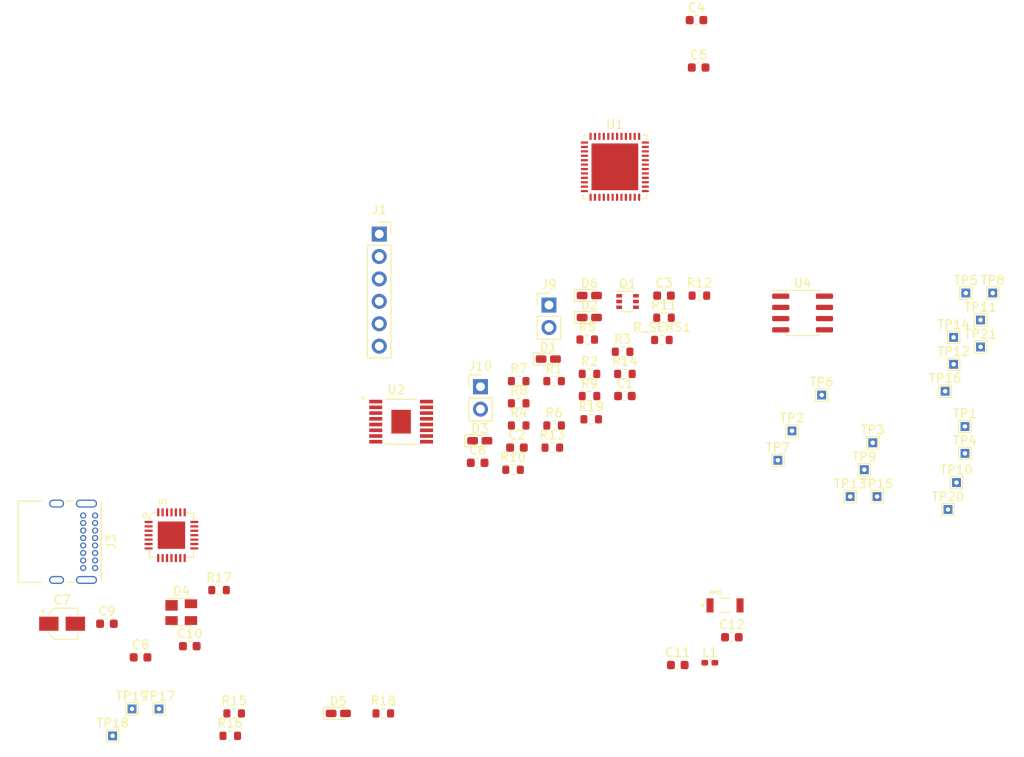
<source format=kicad_pcb>
(kicad_pcb (version 20171130) (host pcbnew "(5.1.12)-1")

  (general
    (thickness 1.6)
    (drawings 0)
    (tracks 0)
    (zones 0)
    (modules 70)
    (nets 93)
  )

  (page A4)
  (layers
    (0 F.Cu signal)
    (31 B.Cu signal)
    (32 B.Adhes user)
    (33 F.Adhes user)
    (34 B.Paste user)
    (35 F.Paste user)
    (36 B.SilkS user)
    (37 F.SilkS user)
    (38 B.Mask user)
    (39 F.Mask user)
    (40 Dwgs.User user)
    (41 Cmts.User user)
    (42 Eco1.User user)
    (43 Eco2.User user)
    (44 Edge.Cuts user)
    (45 Margin user)
    (46 B.CrtYd user)
    (47 F.CrtYd user)
    (48 B.Fab user)
    (49 F.Fab user)
  )

  (setup
    (last_trace_width 0.25)
    (trace_clearance 0.2)
    (zone_clearance 0.508)
    (zone_45_only no)
    (trace_min 0.2)
    (via_size 0.8)
    (via_drill 0.4)
    (via_min_size 0.4)
    (via_min_drill 0.3)
    (uvia_size 0.3)
    (uvia_drill 0.1)
    (uvias_allowed no)
    (uvia_min_size 0.2)
    (uvia_min_drill 0.1)
    (edge_width 0.1)
    (segment_width 0.2)
    (pcb_text_width 0.3)
    (pcb_text_size 1.5 1.5)
    (mod_edge_width 0.15)
    (mod_text_size 1 1)
    (mod_text_width 0.15)
    (pad_size 1.524 1.524)
    (pad_drill 0.762)
    (pad_to_mask_clearance 0)
    (aux_axis_origin 0 0)
    (visible_elements 7FFFFFFF)
    (pcbplotparams
      (layerselection 0x010fc_ffffffff)
      (usegerberextensions false)
      (usegerberattributes true)
      (usegerberadvancedattributes true)
      (creategerberjobfile true)
      (excludeedgelayer true)
      (linewidth 0.100000)
      (plotframeref false)
      (viasonmask false)
      (mode 1)
      (useauxorigin false)
      (hpglpennumber 1)
      (hpglpenspeed 20)
      (hpglpendiameter 15.000000)
      (psnegative false)
      (psa4output false)
      (plotreference true)
      (plotvalue true)
      (plotinvisibletext false)
      (padsonsilk false)
      (subtractmaskfromsilk false)
      (outputformat 1)
      (mirror false)
      (drillshape 1)
      (scaleselection 1)
      (outputdirectory ""))
  )

  (net 0 "")
  (net 1 "Net-(ANT1-Pad1)")
  (net 2 GND)
  (net 3 "Net-(C1-Pad1)")
  (net 4 /EN)
  (net 5 "Net-(C3-Pad1)")
  (net 6 +3V3)
  (net 7 +24V)
  (net 8 VBUS)
  (net 9 /LNA_IN)
  (net 10 "Net-(D1-Pad2)")
  (net 11 "Net-(D2-Pad2)")
  (net 12 /RXD)
  (net 13 "Net-(D3-Pad2)")
  (net 14 /TXD)
  (net 15 "/USB -> UART/Data+")
  (net 16 "/USB -> UART/Data-")
  (net 17 "Net-(D5-Pad2)")
  (net 18 "Net-(D6-Pad2)")
  (net 19 /Motor-)
  (net 20 /Hall1)
  (net 21 /Motor+)
  (net 22 /DTR)
  (net 23 "Net-(Q1-Pad2)")
  (net 24 "Net-(Q1-Pad5)")
  (net 25 /BOOT)
  (net 26 /RTS)
  (net 27 "Net-(R12-Pad1)")
  (net 28 /FAULT)
  (net 29 "Net-(J3-PadA5)")
  (net 30 "Net-(J3-PadB5)")
  (net 31 "Net-(R17-Pad2)")
  (net 32 "Net-(R19-Pad1)")
  (net 33 /COMM)
  (net 34 /CAN_HIGH)
  (net 35 /CAN_LOW)
  (net 36 /Hall2)
  (net 37 /PWM)
  (net 38 /CAN_RX)
  (net 39 /CAN_TX)
  (net 40 "Net-(U1-Pad48)")
  (net 41 "Net-(U1-Pad47)")
  (net 42 "Net-(U1-Pad45)")
  (net 43 "Net-(U1-Pad44)")
  (net 44 "Net-(U1-Pad42)")
  (net 45 "Net-(U1-Pad39)")
  (net 46 "Net-(U1-Pad38)")
  (net 47 "Net-(U1-Pad36)")
  (net 48 "Net-(U1-Pad33)")
  (net 49 "Net-(U1-Pad32)")
  (net 50 "Net-(U1-Pad31)")
  (net 51 "Net-(U1-Pad30)")
  (net 52 "Net-(U1-Pad29)")
  (net 53 "Net-(U1-Pad28)")
  (net 54 "Net-(U1-Pad27)")
  (net 55 "Net-(U1-Pad26)")
  (net 56 "Net-(U1-Pad25)")
  (net 57 "Net-(U1-Pad22)")
  (net 58 "Net-(U1-Pad21)")
  (net 59 "Net-(U1-Pad20)")
  (net 60 "Net-(U1-Pad17)")
  (net 61 "Net-(U1-Pad16)")
  (net 62 "Net-(U1-Pad15)")
  (net 63 "Net-(U1-Pad14)")
  (net 64 "Net-(U1-Pad11)")
  (net 65 "Net-(U1-Pad10)")
  (net 66 "Net-(U1-Pad8)")
  (net 67 "Net-(U1-Pad7)")
  (net 68 "Net-(U1-Pad6)")
  (net 69 "Net-(U1-Pad5)")
  (net 70 "Net-(U2-Pad9)")
  (net 71 /DIR)
  (net 72 "Net-(U3-Pad29)")
  (net 73 "Net-(U3-Pad27)")
  (net 74 "Net-(U3-Pad23)")
  (net 75 "Net-(U3-Pad22)")
  (net 76 "Net-(U3-Pad21)")
  (net 77 "Net-(U3-Pad20)")
  (net 78 "Net-(U3-Pad19)")
  (net 79 "Net-(U3-Pad18)")
  (net 80 "Net-(U3-Pad17)")
  (net 81 "Net-(U3-Pad16)")
  (net 82 "Net-(U3-Pad15)")
  (net 83 "Net-(U3-Pad14)")
  (net 84 "Net-(U3-Pad13)")
  (net 85 "Net-(U3-Pad12)")
  (net 86 "Net-(U3-Pad11)")
  (net 87 "Net-(U3-Pad10)")
  (net 88 "Net-(U3-Pad2)")
  (net 89 "Net-(U3-Pad1)")
  (net 90 "Net-(U4-Pad5)")
  (net 91 "Net-(J3-PadB8)")
  (net 92 "Net-(J3-PadA8)")

  (net_class Default "This is the default net class."
    (clearance 0.2)
    (trace_width 0.25)
    (via_dia 0.8)
    (via_drill 0.4)
    (uvia_dia 0.3)
    (uvia_drill 0.1)
    (add_net +24V)
    (add_net +3V3)
    (add_net /BOOT)
    (add_net /CAN_HIGH)
    (add_net /CAN_LOW)
    (add_net /CAN_RX)
    (add_net /CAN_TX)
    (add_net /COMM)
    (add_net /DIR)
    (add_net /DTR)
    (add_net /EN)
    (add_net /FAULT)
    (add_net /Hall1)
    (add_net /Hall2)
    (add_net /LNA_IN)
    (add_net /Motor+)
    (add_net /Motor-)
    (add_net /PWM)
    (add_net /RTS)
    (add_net /RXD)
    (add_net /TXD)
    (add_net "/USB -> UART/Data+")
    (add_net "/USB -> UART/Data-")
    (add_net GND)
    (add_net "Net-(ANT1-Pad1)")
    (add_net "Net-(C1-Pad1)")
    (add_net "Net-(C3-Pad1)")
    (add_net "Net-(D1-Pad2)")
    (add_net "Net-(D2-Pad2)")
    (add_net "Net-(D3-Pad2)")
    (add_net "Net-(D5-Pad2)")
    (add_net "Net-(D6-Pad2)")
    (add_net "Net-(J3-PadA5)")
    (add_net "Net-(J3-PadA8)")
    (add_net "Net-(J3-PadB5)")
    (add_net "Net-(J3-PadB8)")
    (add_net "Net-(Q1-Pad2)")
    (add_net "Net-(Q1-Pad5)")
    (add_net "Net-(R12-Pad1)")
    (add_net "Net-(R17-Pad2)")
    (add_net "Net-(R19-Pad1)")
    (add_net "Net-(U1-Pad10)")
    (add_net "Net-(U1-Pad11)")
    (add_net "Net-(U1-Pad14)")
    (add_net "Net-(U1-Pad15)")
    (add_net "Net-(U1-Pad16)")
    (add_net "Net-(U1-Pad17)")
    (add_net "Net-(U1-Pad20)")
    (add_net "Net-(U1-Pad21)")
    (add_net "Net-(U1-Pad22)")
    (add_net "Net-(U1-Pad25)")
    (add_net "Net-(U1-Pad26)")
    (add_net "Net-(U1-Pad27)")
    (add_net "Net-(U1-Pad28)")
    (add_net "Net-(U1-Pad29)")
    (add_net "Net-(U1-Pad30)")
    (add_net "Net-(U1-Pad31)")
    (add_net "Net-(U1-Pad32)")
    (add_net "Net-(U1-Pad33)")
    (add_net "Net-(U1-Pad36)")
    (add_net "Net-(U1-Pad38)")
    (add_net "Net-(U1-Pad39)")
    (add_net "Net-(U1-Pad42)")
    (add_net "Net-(U1-Pad44)")
    (add_net "Net-(U1-Pad45)")
    (add_net "Net-(U1-Pad47)")
    (add_net "Net-(U1-Pad48)")
    (add_net "Net-(U1-Pad5)")
    (add_net "Net-(U1-Pad6)")
    (add_net "Net-(U1-Pad7)")
    (add_net "Net-(U1-Pad8)")
    (add_net "Net-(U2-Pad9)")
    (add_net "Net-(U3-Pad1)")
    (add_net "Net-(U3-Pad10)")
    (add_net "Net-(U3-Pad11)")
    (add_net "Net-(U3-Pad12)")
    (add_net "Net-(U3-Pad13)")
    (add_net "Net-(U3-Pad14)")
    (add_net "Net-(U3-Pad15)")
    (add_net "Net-(U3-Pad16)")
    (add_net "Net-(U3-Pad17)")
    (add_net "Net-(U3-Pad18)")
    (add_net "Net-(U3-Pad19)")
    (add_net "Net-(U3-Pad2)")
    (add_net "Net-(U3-Pad20)")
    (add_net "Net-(U3-Pad21)")
    (add_net "Net-(U3-Pad22)")
    (add_net "Net-(U3-Pad23)")
    (add_net "Net-(U3-Pad27)")
    (add_net "Net-(U3-Pad29)")
    (add_net "Net-(U4-Pad5)")
    (add_net VBUS)
  )

  (module Capacitor_SMD:CP_Elec_3x5.3 (layer F.Cu) (tedit 5B303299) (tstamp 61B51965)
    (at 99.06 96.52)
    (descr "SMT capacitor, aluminium electrolytic, 3x5.3, Cornell Dubilier Electronics ")
    (tags "Capacitor Electrolytic")
    (path /61925999/61AA4224)
    (attr smd)
    (fp_text reference C7 (at 0 -2.7) (layer F.SilkS)
      (effects (font (size 1 1) (thickness 0.15)))
    )
    (fp_text value 4.7uF (at 0 2.7) (layer F.Fab)
      (effects (font (size 1 1) (thickness 0.15)))
    )
    (fp_text user %R (at 0 0) (layer F.Fab)
      (effects (font (size 0.6 0.6) (thickness 0.09)))
    )
    (fp_circle (center 0 0) (end 1.5 0) (layer F.Fab) (width 0.1))
    (fp_line (start 1.65 -1.65) (end 1.65 1.65) (layer F.Fab) (width 0.1))
    (fp_line (start -0.825 -1.65) (end 1.65 -1.65) (layer F.Fab) (width 0.1))
    (fp_line (start -0.825 1.65) (end 1.65 1.65) (layer F.Fab) (width 0.1))
    (fp_line (start -1.65 -0.825) (end -1.65 0.825) (layer F.Fab) (width 0.1))
    (fp_line (start -1.65 -0.825) (end -0.825 -1.65) (layer F.Fab) (width 0.1))
    (fp_line (start -1.65 0.825) (end -0.825 1.65) (layer F.Fab) (width 0.1))
    (fp_line (start -1.110469 -0.8) (end -0.810469 -0.8) (layer F.Fab) (width 0.1))
    (fp_line (start -0.960469 -0.95) (end -0.960469 -0.65) (layer F.Fab) (width 0.1))
    (fp_line (start 1.76 1.76) (end 1.76 1.06) (layer F.SilkS) (width 0.12))
    (fp_line (start 1.76 -1.76) (end 1.76 -1.06) (layer F.SilkS) (width 0.12))
    (fp_line (start -0.870563 -1.76) (end 1.76 -1.76) (layer F.SilkS) (width 0.12))
    (fp_line (start -0.870563 1.76) (end 1.76 1.76) (layer F.SilkS) (width 0.12))
    (fp_line (start -1.570563 -1.06) (end -0.870563 -1.76) (layer F.SilkS) (width 0.12))
    (fp_line (start -1.570563 1.06) (end -0.870563 1.76) (layer F.SilkS) (width 0.12))
    (fp_line (start -2.375 -1.435) (end -2 -1.435) (layer F.SilkS) (width 0.12))
    (fp_line (start -2.1875 -1.6225) (end -2.1875 -1.2475) (layer F.SilkS) (width 0.12))
    (fp_line (start 1.9 -1.9) (end 1.9 -1.05) (layer F.CrtYd) (width 0.05))
    (fp_line (start 1.9 -1.05) (end 2.85 -1.05) (layer F.CrtYd) (width 0.05))
    (fp_line (start 2.85 -1.05) (end 2.85 1.05) (layer F.CrtYd) (width 0.05))
    (fp_line (start 2.85 1.05) (end 1.9 1.05) (layer F.CrtYd) (width 0.05))
    (fp_line (start 1.9 1.05) (end 1.9 1.9) (layer F.CrtYd) (width 0.05))
    (fp_line (start -0.93 1.9) (end 1.9 1.9) (layer F.CrtYd) (width 0.05))
    (fp_line (start -0.93 -1.9) (end 1.9 -1.9) (layer F.CrtYd) (width 0.05))
    (fp_line (start -1.78 1.05) (end -0.93 1.9) (layer F.CrtYd) (width 0.05))
    (fp_line (start -1.78 -1.05) (end -0.93 -1.9) (layer F.CrtYd) (width 0.05))
    (fp_line (start -1.78 -1.05) (end -2.85 -1.05) (layer F.CrtYd) (width 0.05))
    (fp_line (start -2.85 -1.05) (end -2.85 1.05) (layer F.CrtYd) (width 0.05))
    (fp_line (start -2.85 1.05) (end -1.78 1.05) (layer F.CrtYd) (width 0.05))
    (pad 2 smd rect (at 1.5 0) (size 2.2 1.6) (layers F.Cu F.Paste F.Mask)
      (net 6 +3V3))
    (pad 1 smd rect (at -1.5 0) (size 2.2 1.6) (layers F.Cu F.Paste F.Mask)
      (net 2 GND))
    (model ${KISYS3DMOD}/Capacitor_SMD.3dshapes/CP_Elec_3x5.3.wrl
      (at (xyz 0 0 0))
      (scale (xyz 1 1 1))
      (rotate (xyz 0 0 0))
    )
  )

  (module Connector_USB:USB_C_Receptacle_GCT_USB4085 (layer F.Cu) (tedit 5BCCCD93) (tstamp 61B550F3)
    (at 102.8 84.26 270)
    (descr "USB 2.0 Type C Receptacle, https://gct.co/Files/Drawings/USB4085.pdf")
    (tags "USB Type-C Receptacle Through-hole Right angle")
    (path /61925999/61988C49)
    (fp_text reference J3 (at 2.975 -1.8 90) (layer F.SilkS)
      (effects (font (size 1 1) (thickness 0.15)))
    )
    (fp_text value USB_C_Receptacle_USB2.0 (at 2.975 9.925 90) (layer F.Fab)
      (effects (font (size 1 1) (thickness 0.15)))
    )
    (fp_line (start -0.025 6.1) (end 5.975 6.1) (layer F.Fab) (width 0.1))
    (fp_line (start 8.25 -1.06) (end 8.25 9.11) (layer F.CrtYd) (width 0.05))
    (fp_line (start -2.3 -1.06) (end 8.25 -1.06) (layer F.CrtYd) (width 0.05))
    (fp_line (start -2.3 9.11) (end 8.25 9.11) (layer F.CrtYd) (width 0.05))
    (fp_line (start -2.3 -1.06) (end -2.3 9.11) (layer F.CrtYd) (width 0.05))
    (fp_line (start -1.62 2.4) (end -1.62 3.3) (layer F.SilkS) (width 0.12))
    (fp_line (start 7.57 2.4) (end 7.57 3.3) (layer F.SilkS) (width 0.12))
    (fp_line (start -1.62 6) (end -1.62 8.73) (layer F.SilkS) (width 0.12))
    (fp_line (start 7.57 6) (end 7.57 8.73) (layer F.SilkS) (width 0.12))
    (fp_line (start 7.45 -0.56) (end 7.45 8.61) (layer F.Fab) (width 0.1))
    (fp_line (start -1.5 -0.56) (end -1.5 8.61) (layer F.Fab) (width 0.1))
    (fp_line (start -1.5 -0.68) (end 7.45 -0.68) (layer F.SilkS) (width 0.12))
    (fp_line (start -1.62 8.73) (end 7.57 8.73) (layer F.SilkS) (width 0.12))
    (fp_line (start -1.5 8.61) (end 7.45 8.61) (layer F.Fab) (width 0.1))
    (fp_line (start -1.5 -0.56) (end 7.45 -0.56) (layer F.Fab) (width 0.1))
    (fp_text user %R (at 2.975 4.025 90) (layer F.Fab)
      (effects (font (size 1 1) (thickness 0.15)))
    )
    (fp_text user "PCB Edge" (at 2.975 6.1 90) (layer Dwgs.User)
      (effects (font (size 0.5 0.5) (thickness 0.1)))
    )
    (pad S1 thru_hole oval (at 7.3 4.36 270) (size 0.9 1.7) (drill oval 0.6 1.4) (layers *.Cu *.Mask)
      (net 2 GND))
    (pad S1 thru_hole oval (at -1.35 4.36 270) (size 0.9 1.7) (drill oval 0.6 1.4) (layers *.Cu *.Mask)
      (net 2 GND))
    (pad S1 thru_hole oval (at 7.3 0.98 270) (size 0.9 2.4) (drill oval 0.6 2.1) (layers *.Cu *.Mask)
      (net 2 GND))
    (pad S1 thru_hole oval (at -1.35 0.98 270) (size 0.9 2.4) (drill oval 0.6 2.1) (layers *.Cu *.Mask)
      (net 2 GND))
    (pad B6 thru_hole circle (at 3.4 1.35 270) (size 0.7 0.7) (drill 0.4) (layers *.Cu *.Mask)
      (net 15 "/USB -> UART/Data+"))
    (pad B1 thru_hole circle (at 5.95 1.35 270) (size 0.7 0.7) (drill 0.4) (layers *.Cu *.Mask)
      (net 2 GND))
    (pad B4 thru_hole circle (at 5.1 1.35 270) (size 0.7 0.7) (drill 0.4) (layers *.Cu *.Mask)
      (net 8 VBUS))
    (pad B5 thru_hole circle (at 4.25 1.35 270) (size 0.7 0.7) (drill 0.4) (layers *.Cu *.Mask)
      (net 30 "Net-(J3-PadB5)"))
    (pad B12 thru_hole circle (at 0 1.35 270) (size 0.7 0.7) (drill 0.4) (layers *.Cu *.Mask)
      (net 2 GND))
    (pad B8 thru_hole circle (at 1.7 1.35 270) (size 0.7 0.7) (drill 0.4) (layers *.Cu *.Mask)
      (net 91 "Net-(J3-PadB8)"))
    (pad B7 thru_hole circle (at 2.55 1.35 270) (size 0.7 0.7) (drill 0.4) (layers *.Cu *.Mask)
      (net 16 "/USB -> UART/Data-"))
    (pad B9 thru_hole circle (at 0.85 1.35 270) (size 0.7 0.7) (drill 0.4) (layers *.Cu *.Mask)
      (net 8 VBUS))
    (pad A12 thru_hole circle (at 5.95 0 270) (size 0.7 0.7) (drill 0.4) (layers *.Cu *.Mask)
      (net 2 GND))
    (pad A9 thru_hole circle (at 5.1 0 270) (size 0.7 0.7) (drill 0.4) (layers *.Cu *.Mask)
      (net 8 VBUS))
    (pad A8 thru_hole circle (at 4.25 0 270) (size 0.7 0.7) (drill 0.4) (layers *.Cu *.Mask)
      (net 92 "Net-(J3-PadA8)"))
    (pad A7 thru_hole circle (at 3.4 0 270) (size 0.7 0.7) (drill 0.4) (layers *.Cu *.Mask)
      (net 16 "/USB -> UART/Data-"))
    (pad A6 thru_hole circle (at 2.55 0 270) (size 0.7 0.7) (drill 0.4) (layers *.Cu *.Mask)
      (net 15 "/USB -> UART/Data+"))
    (pad A5 thru_hole circle (at 1.7 0 270) (size 0.7 0.7) (drill 0.4) (layers *.Cu *.Mask)
      (net 29 "Net-(J3-PadA5)"))
    (pad A4 thru_hole circle (at 0.85 0 270) (size 0.7 0.7) (drill 0.4) (layers *.Cu *.Mask)
      (net 8 VBUS))
    (pad A1 thru_hole circle (at 0 0 270) (size 0.7 0.7) (drill 0.4) (layers *.Cu *.Mask)
      (net 2 GND))
    (model ${KISYS3DMOD}/Connector_USB.3dshapes/USB_C_Receptacle_GCT_USB4085.wrl
      (at (xyz 0 0 0))
      (scale (xyz 1 1 1))
      (rotate (xyz 0 0 0))
    )
  )

  (module Connector_PinSocket_2.54mm:PinSocket_1x06_P2.54mm_Vertical (layer F.Cu) (tedit 5A19A430) (tstamp 61B51A59)
    (at 134.99 52.38)
    (descr "Through hole straight socket strip, 1x06, 2.54mm pitch, single row (from Kicad 4.0.7), script generated")
    (tags "Through hole socket strip THT 1x06 2.54mm single row")
    (path /6194A5D2)
    (fp_text reference J1 (at 0 -2.77) (layer F.SilkS)
      (effects (font (size 1 1) (thickness 0.15)))
    )
    (fp_text value Conn_01x06_Male (at 0 15.47) (layer F.Fab)
      (effects (font (size 1 1) (thickness 0.15)))
    )
    (fp_line (start -1.8 14.45) (end -1.8 -1.8) (layer F.CrtYd) (width 0.05))
    (fp_line (start 1.75 14.45) (end -1.8 14.45) (layer F.CrtYd) (width 0.05))
    (fp_line (start 1.75 -1.8) (end 1.75 14.45) (layer F.CrtYd) (width 0.05))
    (fp_line (start -1.8 -1.8) (end 1.75 -1.8) (layer F.CrtYd) (width 0.05))
    (fp_line (start 0 -1.33) (end 1.33 -1.33) (layer F.SilkS) (width 0.12))
    (fp_line (start 1.33 -1.33) (end 1.33 0) (layer F.SilkS) (width 0.12))
    (fp_line (start 1.33 1.27) (end 1.33 14.03) (layer F.SilkS) (width 0.12))
    (fp_line (start -1.33 14.03) (end 1.33 14.03) (layer F.SilkS) (width 0.12))
    (fp_line (start -1.33 1.27) (end -1.33 14.03) (layer F.SilkS) (width 0.12))
    (fp_line (start -1.33 1.27) (end 1.33 1.27) (layer F.SilkS) (width 0.12))
    (fp_line (start -1.27 13.97) (end -1.27 -1.27) (layer F.Fab) (width 0.1))
    (fp_line (start 1.27 13.97) (end -1.27 13.97) (layer F.Fab) (width 0.1))
    (fp_line (start 1.27 -0.635) (end 1.27 13.97) (layer F.Fab) (width 0.1))
    (fp_line (start 0.635 -1.27) (end 1.27 -0.635) (layer F.Fab) (width 0.1))
    (fp_line (start -1.27 -1.27) (end 0.635 -1.27) (layer F.Fab) (width 0.1))
    (fp_text user %R (at 0 6.35 90) (layer F.Fab)
      (effects (font (size 1 1) (thickness 0.15)))
    )
    (pad 6 thru_hole oval (at 0 12.7) (size 1.7 1.7) (drill 1) (layers *.Cu *.Mask)
      (net 36 /Hall2))
    (pad 5 thru_hole oval (at 0 10.16) (size 1.7 1.7) (drill 1) (layers *.Cu *.Mask)
      (net 20 /Hall1))
    (pad 4 thru_hole oval (at 0 7.62) (size 1.7 1.7) (drill 1) (layers *.Cu *.Mask)
      (net 6 +3V3))
    (pad 3 thru_hole oval (at 0 5.08) (size 1.7 1.7) (drill 1) (layers *.Cu *.Mask)
      (net 2 GND))
    (pad 2 thru_hole oval (at 0 2.54) (size 1.7 1.7) (drill 1) (layers *.Cu *.Mask)
      (net 19 /Motor-))
    (pad 1 thru_hole rect (at 0 0) (size 1.7 1.7) (drill 1) (layers *.Cu *.Mask)
      (net 21 /Motor+))
    (model ${KISYS3DMOD}/Connector_PinSocket_2.54mm.3dshapes/PinSocket_1x06_P2.54mm_Vertical.wrl
      (at (xyz 0 0 0))
      (scale (xyz 1 1 1))
      (rotate (xyz 0 0 0))
    )
  )

  (module Package_SO:SOIC-8_3.9x4.9mm_P1.27mm (layer F.Cu) (tedit 5D9F72B1) (tstamp 61B51DE8)
    (at 182.947 61.32)
    (descr "SOIC, 8 Pin (JEDEC MS-012AA, https://www.analog.com/media/en/package-pcb-resources/package/pkg_pdf/soic_narrow-r/r_8.pdf), generated with kicad-footprint-generator ipc_gullwing_generator.py")
    (tags "SOIC SO")
    (path /61942B9A/61946EC3)
    (attr smd)
    (fp_text reference U4 (at 0 -3.4) (layer F.SilkS)
      (effects (font (size 1 1) (thickness 0.15)))
    )
    (fp_text value SN65HVD230 (at 0 3.4) (layer F.Fab)
      (effects (font (size 1 1) (thickness 0.15)))
    )
    (fp_line (start 3.7 -2.7) (end -3.7 -2.7) (layer F.CrtYd) (width 0.05))
    (fp_line (start 3.7 2.7) (end 3.7 -2.7) (layer F.CrtYd) (width 0.05))
    (fp_line (start -3.7 2.7) (end 3.7 2.7) (layer F.CrtYd) (width 0.05))
    (fp_line (start -3.7 -2.7) (end -3.7 2.7) (layer F.CrtYd) (width 0.05))
    (fp_line (start -1.95 -1.475) (end -0.975 -2.45) (layer F.Fab) (width 0.1))
    (fp_line (start -1.95 2.45) (end -1.95 -1.475) (layer F.Fab) (width 0.1))
    (fp_line (start 1.95 2.45) (end -1.95 2.45) (layer F.Fab) (width 0.1))
    (fp_line (start 1.95 -2.45) (end 1.95 2.45) (layer F.Fab) (width 0.1))
    (fp_line (start -0.975 -2.45) (end 1.95 -2.45) (layer F.Fab) (width 0.1))
    (fp_line (start 0 -2.56) (end -3.45 -2.56) (layer F.SilkS) (width 0.12))
    (fp_line (start 0 -2.56) (end 1.95 -2.56) (layer F.SilkS) (width 0.12))
    (fp_line (start 0 2.56) (end -1.95 2.56) (layer F.SilkS) (width 0.12))
    (fp_line (start 0 2.56) (end 1.95 2.56) (layer F.SilkS) (width 0.12))
    (fp_text user %R (at 0 0) (layer F.Fab)
      (effects (font (size 0.98 0.98) (thickness 0.15)))
    )
    (pad 8 smd roundrect (at 2.475 -1.905) (size 1.95 0.6) (layers F.Cu F.Paste F.Mask) (roundrect_rratio 0.25)
      (net 2 GND))
    (pad 7 smd roundrect (at 2.475 -0.635) (size 1.95 0.6) (layers F.Cu F.Paste F.Mask) (roundrect_rratio 0.25)
      (net 34 /CAN_HIGH))
    (pad 6 smd roundrect (at 2.475 0.635) (size 1.95 0.6) (layers F.Cu F.Paste F.Mask) (roundrect_rratio 0.25)
      (net 35 /CAN_LOW))
    (pad 5 smd roundrect (at 2.475 1.905) (size 1.95 0.6) (layers F.Cu F.Paste F.Mask) (roundrect_rratio 0.25)
      (net 90 "Net-(U4-Pad5)"))
    (pad 4 smd roundrect (at -2.475 1.905) (size 1.95 0.6) (layers F.Cu F.Paste F.Mask) (roundrect_rratio 0.25)
      (net 38 /CAN_RX))
    (pad 3 smd roundrect (at -2.475 0.635) (size 1.95 0.6) (layers F.Cu F.Paste F.Mask) (roundrect_rratio 0.25)
      (net 6 +3V3))
    (pad 2 smd roundrect (at -2.475 -0.635) (size 1.95 0.6) (layers F.Cu F.Paste F.Mask) (roundrect_rratio 0.25)
      (net 2 GND))
    (pad 1 smd roundrect (at -2.475 -1.905) (size 1.95 0.6) (layers F.Cu F.Paste F.Mask) (roundrect_rratio 0.25)
      (net 39 /CAN_TX))
    (model ${KISYS3DMOD}/Package_SO.3dshapes/SOIC-8_3.9x4.9mm_P1.27mm.wrl
      (at (xyz 0 0 0))
      (scale (xyz 1 1 1))
      (rotate (xyz 0 0 0))
    )
  )

  (module iclr:QFN28G_0.5-5X5MM (layer F.Cu) (tedit 618F98C8) (tstamp 61B51DCE)
    (at 111.45 86.49)
    (path /61925999/6198EFBF)
    (fp_text reference U3 (at -0.97602 -3.804898) (layer F.SilkS)
      (effects (font (size 0.480013 0.480013) (thickness 0.15)))
    )
    (fp_text value "INTERFACE-CP2102-GMR(QFN28)" (at 2.876892 3.695321) (layer F.Fab)
      (effects (font (size 0.480015 0.480015) (thickness 0.15)))
    )
    (fp_poly (pts (xy -2.50392 -2.5) (xy 2.5 -2.5) (xy 2.5 2.50392) (xy -2.50392 2.50392)) (layer F.CrtYd) (width 0.01))
    (fp_circle (center -3 -2.25) (end -2.75 -2.25) (layer F.SilkS) (width 0.127))
    (fp_poly (pts (xy 0.25008 0.25) (xy 1.5 0.25) (xy 1.5 1.50048) (xy 0.25008 1.50048)) (layer F.Paste) (width 0.01))
    (fp_poly (pts (xy -1.50201 0.25) (xy -0.25 0.25) (xy -0.25 1.50201) (xy -1.50201 1.50201)) (layer F.Paste) (width 0.01))
    (fp_poly (pts (xy 0.250446 -1.5) (xy 1.5 -1.5) (xy 1.5 -0.250446) (xy 0.250446 -0.250446)) (layer F.Paste) (width 0.01))
    (fp_poly (pts (xy -1.50082 -1.5) (xy -0.25 -1.5) (xy -0.25 -0.250137) (xy -1.50082 -0.250137)) (layer F.Paste) (width 0.01))
    (fp_line (start 2.5 2.5) (end 2.5 1.75) (layer F.SilkS) (width 0.127))
    (fp_line (start 1.75 2.5) (end 2.5 2.5) (layer F.SilkS) (width 0.127))
    (fp_line (start -2.5 2.5) (end -1.75 2.5) (layer F.SilkS) (width 0.127))
    (fp_line (start -2.5 1.75) (end -2.5 2.5) (layer F.SilkS) (width 0.127))
    (fp_line (start 2.5 -2.5) (end 2.5 -1.75) (layer F.SilkS) (width 0.127))
    (fp_line (start 1.75 -2.5) (end 2.5 -2.5) (layer F.SilkS) (width 0.127))
    (fp_line (start -2.5 -2.14645) (end -2.5 -1.75) (layer F.SilkS) (width 0.127))
    (fp_line (start -2.14645 -2.5) (end -2.5 -2.14645) (layer F.SilkS) (width 0.127))
    (fp_line (start -1.75 -2.5) (end -2.14645 -2.5) (layer F.SilkS) (width 0.127))
    (pad 29 smd rect (at 0 0) (size 3.1 3.1) (layers F.Cu F.Mask)
      (net 72 "Net-(U3-Pad29)"))
    (pad 28 smd rect (at -1.5 -2.59) (size 0.254 0.9) (layers F.Cu F.Paste F.Mask)
      (net 22 /DTR))
    (pad 27 smd rect (at -1 -2.59) (size 0.254 0.9) (layers F.Cu F.Paste F.Mask)
      (net 73 "Net-(U3-Pad27)"))
    (pad 26 smd rect (at -0.5 -2.59) (size 0.254 0.9) (layers F.Cu F.Paste F.Mask)
      (net 14 /TXD))
    (pad 25 smd rect (at 0 -2.59) (size 0.254 0.9) (layers F.Cu F.Paste F.Mask)
      (net 12 /RXD))
    (pad 24 smd rect (at 0.5 -2.59) (size 0.254 0.9) (layers F.Cu F.Paste F.Mask)
      (net 26 /RTS))
    (pad 23 smd rect (at 1 -2.59) (size 0.254 0.9) (layers F.Cu F.Paste F.Mask)
      (net 74 "Net-(U3-Pad23)"))
    (pad 22 smd rect (at 1.5 -2.59) (size 0.254 0.9) (layers F.Cu F.Paste F.Mask)
      (net 75 "Net-(U3-Pad22)"))
    (pad 21 smd rect (at 2.59 -1.5) (size 0.9 0.254) (layers F.Cu F.Paste F.Mask)
      (net 76 "Net-(U3-Pad21)"))
    (pad 20 smd rect (at 2.59 -1) (size 0.9 0.254) (layers F.Cu F.Paste F.Mask)
      (net 77 "Net-(U3-Pad20)"))
    (pad 19 smd rect (at 2.59 -0.5) (size 0.9 0.254) (layers F.Cu F.Paste F.Mask)
      (net 78 "Net-(U3-Pad19)"))
    (pad 18 smd rect (at 2.59 0) (size 0.9 0.254) (layers F.Cu F.Paste F.Mask)
      (net 79 "Net-(U3-Pad18)"))
    (pad 17 smd rect (at 2.59 0.5) (size 0.9 0.254) (layers F.Cu F.Paste F.Mask)
      (net 80 "Net-(U3-Pad17)"))
    (pad 16 smd rect (at 2.59 1) (size 0.9 0.254) (layers F.Cu F.Paste F.Mask)
      (net 81 "Net-(U3-Pad16)"))
    (pad 15 smd rect (at 2.59 1.5) (size 0.9 0.254) (layers F.Cu F.Paste F.Mask)
      (net 82 "Net-(U3-Pad15)"))
    (pad 14 smd rect (at 1.5 2.59) (size 0.254 0.9) (layers F.Cu F.Paste F.Mask)
      (net 83 "Net-(U3-Pad14)"))
    (pad 13 smd rect (at 1 2.59) (size 0.254 0.9) (layers F.Cu F.Paste F.Mask)
      (net 84 "Net-(U3-Pad13)"))
    (pad 12 smd rect (at 0.5 2.59) (size 0.254 0.9) (layers F.Cu F.Paste F.Mask)
      (net 85 "Net-(U3-Pad12)"))
    (pad 11 smd rect (at 0 2.59) (size 0.254 0.9) (layers F.Cu F.Paste F.Mask)
      (net 86 "Net-(U3-Pad11)"))
    (pad 10 smd rect (at -0.5 2.59) (size 0.254 0.9) (layers F.Cu F.Paste F.Mask)
      (net 87 "Net-(U3-Pad10)"))
    (pad 9 smd rect (at -1 2.59) (size 0.254 0.9) (layers F.Cu F.Paste F.Mask)
      (net 31 "Net-(R17-Pad2)"))
    (pad 8 smd rect (at -1.5 2.59) (size 0.254 0.9) (layers F.Cu F.Paste F.Mask)
      (net 8 VBUS))
    (pad 7 smd rect (at -2.59 1.5) (size 0.9 0.254) (layers F.Cu F.Paste F.Mask)
      (net 8 VBUS))
    (pad 6 smd rect (at -2.59 1) (size 0.9 0.254) (layers F.Cu F.Paste F.Mask)
      (net 6 +3V3))
    (pad 5 smd rect (at -2.59 0.5) (size 0.9 0.254) (layers F.Cu F.Paste F.Mask)
      (net 16 "/USB -> UART/Data-"))
    (pad 4 smd rect (at -2.59 0) (size 0.9 0.254) (layers F.Cu F.Paste F.Mask)
      (net 15 "/USB -> UART/Data+"))
    (pad 3 smd rect (at -2.59 -0.5) (size 0.9 0.254) (layers F.Cu F.Paste F.Mask)
      (net 2 GND))
    (pad 2 smd rect (at -2.59 -1) (size 0.9 0.254) (layers F.Cu F.Paste F.Mask)
      (net 88 "Net-(U3-Pad2)"))
    (pad 1 smd rect (at -2.59 -1.5) (size 0.9 0.254) (layers F.Cu F.Paste F.Mask)
      (net 89 "Net-(U3-Pad1)"))
  )

  (module iclr:SOP65P637X110-16N (layer F.Cu) (tedit 618FAE60) (tstamp 61B51D9E)
    (at 137.467 73.63)
    (path /6194180B)
    (fp_text reference U2 (at -0.555 -3.612) (layer F.SilkS)
      (effects (font (size 1 1) (thickness 0.15)))
    )
    (fp_text value MAX14871EUE+ (at 7.065 3.612) (layer F.Fab)
      (effects (font (size 1 1) (thickness 0.15)))
    )
    (fp_line (start 3.865 -2.8) (end 3.865 2.8) (layer F.CrtYd) (width 0.05))
    (fp_line (start -3.865 -2.8) (end -3.865 2.8) (layer F.CrtYd) (width 0.05))
    (fp_line (start -3.865 2.8) (end 3.865 2.8) (layer F.CrtYd) (width 0.05))
    (fp_line (start -3.865 -2.8) (end 3.865 -2.8) (layer F.CrtYd) (width 0.05))
    (fp_line (start 2.25 -2.55) (end 2.25 2.55) (layer F.Fab) (width 0.127))
    (fp_line (start -2.25 -2.55) (end -2.25 2.55) (layer F.Fab) (width 0.127))
    (fp_line (start -1.815 2.55) (end 1.815 2.55) (layer F.SilkS) (width 0.127))
    (fp_line (start -1.815 -2.55) (end 1.815 -2.55) (layer F.SilkS) (width 0.127))
    (fp_line (start -2.25 2.55) (end 2.25 2.55) (layer F.Fab) (width 0.127))
    (fp_line (start -2.25 -2.55) (end 2.25 -2.55) (layer F.Fab) (width 0.127))
    (fp_circle (center -4.355 -2.685) (end -4.255 -2.685) (layer F.Fab) (width 0.2))
    (fp_circle (center -4.355 -2.685) (end -4.255 -2.685) (layer F.SilkS) (width 0.2))
    (fp_poly (pts (xy -0.7 -0.85) (xy 0.7 -0.85) (xy 0.7 0.85) (xy -0.7 0.85)) (layer F.Paste) (width 0.01))
    (pad 17 smd rect (at 0 0) (size 2.21 2.69) (layers F.Cu F.Mask)
      (net 2 GND))
    (pad 16 smd roundrect (at 2.875 -2.275) (size 1.48 0.41) (layers F.Cu F.Paste F.Mask) (roundrect_rratio 0.05)
      (net 33 /COMM))
    (pad 15 smd roundrect (at 2.875 -1.625) (size 1.48 0.41) (layers F.Cu F.Paste F.Mask) (roundrect_rratio 0.05)
      (net 19 /Motor-))
    (pad 14 smd roundrect (at 2.875 -0.975) (size 1.48 0.41) (layers F.Cu F.Paste F.Mask) (roundrect_rratio 0.05)
      (net 19 /Motor-))
    (pad 13 smd roundrect (at 2.875 -0.325) (size 1.48 0.41) (layers F.Cu F.Paste F.Mask) (roundrect_rratio 0.05)
      (net 7 +24V))
    (pad 12 smd roundrect (at 2.875 0.325) (size 1.48 0.41) (layers F.Cu F.Paste F.Mask) (roundrect_rratio 0.05)
      (net 32 "Net-(R19-Pad1)"))
    (pad 11 smd roundrect (at 2.875 0.975) (size 1.48 0.41) (layers F.Cu F.Paste F.Mask) (roundrect_rratio 0.05)
      (net 2 GND))
    (pad 10 smd roundrect (at 2.875 1.625) (size 1.48 0.41) (layers F.Cu F.Paste F.Mask) (roundrect_rratio 0.05)
      (net 28 /FAULT))
    (pad 9 smd roundrect (at 2.875 2.275) (size 1.48 0.41) (layers F.Cu F.Paste F.Mask) (roundrect_rratio 0.05)
      (net 70 "Net-(U2-Pad9)"))
    (pad 8 smd roundrect (at -2.875 2.275) (size 1.48 0.41) (layers F.Cu F.Paste F.Mask) (roundrect_rratio 0.05)
      (net 6 +3V3))
    (pad 7 smd roundrect (at -2.875 1.625) (size 1.48 0.41) (layers F.Cu F.Paste F.Mask) (roundrect_rratio 0.05)
      (net 71 /DIR))
    (pad 6 smd roundrect (at -2.875 0.975) (size 1.48 0.41) (layers F.Cu F.Paste F.Mask) (roundrect_rratio 0.05)
      (net 37 /PWM))
    (pad 5 smd roundrect (at -2.875 0.325) (size 1.48 0.41) (layers F.Cu F.Paste F.Mask) (roundrect_rratio 0.05)
      (net 33 /COMM))
    (pad 4 smd roundrect (at -2.875 -0.325) (size 1.48 0.41) (layers F.Cu F.Paste F.Mask) (roundrect_rratio 0.05)
      (net 7 +24V))
    (pad 3 smd roundrect (at -2.875 -0.975) (size 1.48 0.41) (layers F.Cu F.Paste F.Mask) (roundrect_rratio 0.05)
      (net 21 /Motor+))
    (pad 2 smd roundrect (at -2.875 -1.625) (size 1.48 0.41) (layers F.Cu F.Paste F.Mask) (roundrect_rratio 0.05)
      (net 21 /Motor+))
    (pad 1 smd roundrect (at -2.875 -2.275) (size 1.48 0.41) (layers F.Cu F.Paste F.Mask) (roundrect_rratio 0.05)
      (net 33 /COMM))
  )

  (module Package_DFN_QFN:QFN-48-1EP_7x7mm_P0.5mm_EP5.3x5.3mm (layer F.Cu) (tedit 5DC5F6A5) (tstamp 61B51D7C)
    (at 161.68 44.76)
    (descr "QFN, 48 Pin (https://www.trinamic.com/fileadmin/assets/Products/ICs_Documents/TMC2041_datasheet.pdf#page=62), generated with kicad-footprint-generator ipc_noLead_generator.py")
    (tags "QFN NoLead")
    (path /618B08BE)
    (attr smd)
    (fp_text reference U1 (at 0 -4.8) (layer F.SilkS)
      (effects (font (size 1 1) (thickness 0.15)))
    )
    (fp_text value ESP32-PICO-D4 (at 0 4.8) (layer F.Fab)
      (effects (font (size 1 1) (thickness 0.15)))
    )
    (fp_line (start 4.1 -4.1) (end -4.1 -4.1) (layer F.CrtYd) (width 0.05))
    (fp_line (start 4.1 4.1) (end 4.1 -4.1) (layer F.CrtYd) (width 0.05))
    (fp_line (start -4.1 4.1) (end 4.1 4.1) (layer F.CrtYd) (width 0.05))
    (fp_line (start -4.1 -4.1) (end -4.1 4.1) (layer F.CrtYd) (width 0.05))
    (fp_line (start -3.5 -2.5) (end -2.5 -3.5) (layer F.Fab) (width 0.1))
    (fp_line (start -3.5 3.5) (end -3.5 -2.5) (layer F.Fab) (width 0.1))
    (fp_line (start 3.5 3.5) (end -3.5 3.5) (layer F.Fab) (width 0.1))
    (fp_line (start 3.5 -3.5) (end 3.5 3.5) (layer F.Fab) (width 0.1))
    (fp_line (start -2.5 -3.5) (end 3.5 -3.5) (layer F.Fab) (width 0.1))
    (fp_line (start -3.135 -3.61) (end -3.61 -3.61) (layer F.SilkS) (width 0.12))
    (fp_line (start 3.61 3.61) (end 3.61 3.135) (layer F.SilkS) (width 0.12))
    (fp_line (start 3.135 3.61) (end 3.61 3.61) (layer F.SilkS) (width 0.12))
    (fp_line (start -3.61 3.61) (end -3.61 3.135) (layer F.SilkS) (width 0.12))
    (fp_line (start -3.135 3.61) (end -3.61 3.61) (layer F.SilkS) (width 0.12))
    (fp_line (start 3.61 -3.61) (end 3.61 -3.135) (layer F.SilkS) (width 0.12))
    (fp_line (start 3.135 -3.61) (end 3.61 -3.61) (layer F.SilkS) (width 0.12))
    (fp_text user %R (at 0 0) (layer F.Fab)
      (effects (font (size 1 1) (thickness 0.15)))
    )
    (pad "" smd roundrect (at 1.98 1.98) (size 1.07 1.07) (layers F.Paste) (roundrect_rratio 0.233645))
    (pad "" smd roundrect (at 1.98 0.66) (size 1.07 1.07) (layers F.Paste) (roundrect_rratio 0.233645))
    (pad "" smd roundrect (at 1.98 -0.66) (size 1.07 1.07) (layers F.Paste) (roundrect_rratio 0.233645))
    (pad "" smd roundrect (at 1.98 -1.98) (size 1.07 1.07) (layers F.Paste) (roundrect_rratio 0.233645))
    (pad "" smd roundrect (at 0.66 1.98) (size 1.07 1.07) (layers F.Paste) (roundrect_rratio 0.233645))
    (pad "" smd roundrect (at 0.66 0.66) (size 1.07 1.07) (layers F.Paste) (roundrect_rratio 0.233645))
    (pad "" smd roundrect (at 0.66 -0.66) (size 1.07 1.07) (layers F.Paste) (roundrect_rratio 0.233645))
    (pad "" smd roundrect (at 0.66 -1.98) (size 1.07 1.07) (layers F.Paste) (roundrect_rratio 0.233645))
    (pad "" smd roundrect (at -0.66 1.98) (size 1.07 1.07) (layers F.Paste) (roundrect_rratio 0.233645))
    (pad "" smd roundrect (at -0.66 0.66) (size 1.07 1.07) (layers F.Paste) (roundrect_rratio 0.233645))
    (pad "" smd roundrect (at -0.66 -0.66) (size 1.07 1.07) (layers F.Paste) (roundrect_rratio 0.233645))
    (pad "" smd roundrect (at -0.66 -1.98) (size 1.07 1.07) (layers F.Paste) (roundrect_rratio 0.233645))
    (pad "" smd roundrect (at -1.98 1.98) (size 1.07 1.07) (layers F.Paste) (roundrect_rratio 0.233645))
    (pad "" smd roundrect (at -1.98 0.66) (size 1.07 1.07) (layers F.Paste) (roundrect_rratio 0.233645))
    (pad "" smd roundrect (at -1.98 -0.66) (size 1.07 1.07) (layers F.Paste) (roundrect_rratio 0.233645))
    (pad "" smd roundrect (at -1.98 -1.98) (size 1.07 1.07) (layers F.Paste) (roundrect_rratio 0.233645))
    (pad 49 smd rect (at 0 0) (size 5.3 5.3) (layers F.Cu F.Mask)
      (net 2 GND))
    (pad 48 smd roundrect (at -2.75 -3.45) (size 0.25 0.8) (layers F.Cu F.Paste F.Mask) (roundrect_rratio 0.25)
      (net 40 "Net-(U1-Pad48)"))
    (pad 47 smd roundrect (at -2.25 -3.45) (size 0.25 0.8) (layers F.Cu F.Paste F.Mask) (roundrect_rratio 0.25)
      (net 41 "Net-(U1-Pad47)"))
    (pad 46 smd roundrect (at -1.75 -3.45) (size 0.25 0.8) (layers F.Cu F.Paste F.Mask) (roundrect_rratio 0.25)
      (net 2 GND))
    (pad 45 smd roundrect (at -1.25 -3.45) (size 0.25 0.8) (layers F.Cu F.Paste F.Mask) (roundrect_rratio 0.25)
      (net 42 "Net-(U1-Pad45)"))
    (pad 44 smd roundrect (at -0.75 -3.45) (size 0.25 0.8) (layers F.Cu F.Paste F.Mask) (roundrect_rratio 0.25)
      (net 43 "Net-(U1-Pad44)"))
    (pad 43 smd roundrect (at -0.25 -3.45) (size 0.25 0.8) (layers F.Cu F.Paste F.Mask) (roundrect_rratio 0.25)
      (net 2 GND))
    (pad 42 smd roundrect (at 0.25 -3.45) (size 0.25 0.8) (layers F.Cu F.Paste F.Mask) (roundrect_rratio 0.25)
      (net 44 "Net-(U1-Pad42)"))
    (pad 41 smd roundrect (at 0.75 -3.45) (size 0.25 0.8) (layers F.Cu F.Paste F.Mask) (roundrect_rratio 0.25)
      (net 12 /RXD))
    (pad 40 smd roundrect (at 1.25 -3.45) (size 0.25 0.8) (layers F.Cu F.Paste F.Mask) (roundrect_rratio 0.25)
      (net 14 /TXD))
    (pad 39 smd roundrect (at 1.75 -3.45) (size 0.25 0.8) (layers F.Cu F.Paste F.Mask) (roundrect_rratio 0.25)
      (net 45 "Net-(U1-Pad39)"))
    (pad 38 smd roundrect (at 2.25 -3.45) (size 0.25 0.8) (layers F.Cu F.Paste F.Mask) (roundrect_rratio 0.25)
      (net 46 "Net-(U1-Pad38)"))
    (pad 37 smd roundrect (at 2.75 -3.45) (size 0.25 0.8) (layers F.Cu F.Paste F.Mask) (roundrect_rratio 0.25)
      (net 2 GND))
    (pad 36 smd roundrect (at 3.45 -2.75) (size 0.8 0.25) (layers F.Cu F.Paste F.Mask) (roundrect_rratio 0.25)
      (net 47 "Net-(U1-Pad36)"))
    (pad 35 smd roundrect (at 3.45 -2.25) (size 0.8 0.25) (layers F.Cu F.Paste F.Mask) (roundrect_rratio 0.25)
      (net 28 /FAULT))
    (pad 34 smd roundrect (at 3.45 -1.75) (size 0.8 0.25) (layers F.Cu F.Paste F.Mask) (roundrect_rratio 0.25)
      (net 20 /Hall1))
    (pad 33 smd roundrect (at 3.45 -1.25) (size 0.8 0.25) (layers F.Cu F.Paste F.Mask) (roundrect_rratio 0.25)
      (net 48 "Net-(U1-Pad33)"))
    (pad 32 smd roundrect (at 3.45 -0.75) (size 0.8 0.25) (layers F.Cu F.Paste F.Mask) (roundrect_rratio 0.25)
      (net 49 "Net-(U1-Pad32)"))
    (pad 31 smd roundrect (at 3.45 -0.25) (size 0.8 0.25) (layers F.Cu F.Paste F.Mask) (roundrect_rratio 0.25)
      (net 50 "Net-(U1-Pad31)"))
    (pad 30 smd roundrect (at 3.45 0.25) (size 0.8 0.25) (layers F.Cu F.Paste F.Mask) (roundrect_rratio 0.25)
      (net 51 "Net-(U1-Pad30)"))
    (pad 29 smd roundrect (at 3.45 0.75) (size 0.8 0.25) (layers F.Cu F.Paste F.Mask) (roundrect_rratio 0.25)
      (net 52 "Net-(U1-Pad29)"))
    (pad 28 smd roundrect (at 3.45 1.25) (size 0.8 0.25) (layers F.Cu F.Paste F.Mask) (roundrect_rratio 0.25)
      (net 53 "Net-(U1-Pad28)"))
    (pad 27 smd roundrect (at 3.45 1.75) (size 0.8 0.25) (layers F.Cu F.Paste F.Mask) (roundrect_rratio 0.25)
      (net 54 "Net-(U1-Pad27)"))
    (pad 26 smd roundrect (at 3.45 2.25) (size 0.8 0.25) (layers F.Cu F.Paste F.Mask) (roundrect_rratio 0.25)
      (net 55 "Net-(U1-Pad26)"))
    (pad 25 smd roundrect (at 3.45 2.75) (size 0.8 0.25) (layers F.Cu F.Paste F.Mask) (roundrect_rratio 0.25)
      (net 56 "Net-(U1-Pad25)"))
    (pad 24 smd roundrect (at 2.75 3.45) (size 0.25 0.8) (layers F.Cu F.Paste F.Mask) (roundrect_rratio 0.25)
      (net 36 /Hall2))
    (pad 23 smd roundrect (at 2.25 3.45) (size 0.25 0.8) (layers F.Cu F.Paste F.Mask) (roundrect_rratio 0.25)
      (net 25 /BOOT))
    (pad 22 smd roundrect (at 1.75 3.45) (size 0.25 0.8) (layers F.Cu F.Paste F.Mask) (roundrect_rratio 0.25)
      (net 57 "Net-(U1-Pad22)"))
    (pad 21 smd roundrect (at 1.25 3.45) (size 0.25 0.8) (layers F.Cu F.Paste F.Mask) (roundrect_rratio 0.25)
      (net 58 "Net-(U1-Pad21)"))
    (pad 20 smd roundrect (at 0.75 3.45) (size 0.25 0.8) (layers F.Cu F.Paste F.Mask) (roundrect_rratio 0.25)
      (net 59 "Net-(U1-Pad20)"))
    (pad 19 smd roundrect (at 0.25 3.45) (size 0.25 0.8) (layers F.Cu F.Paste F.Mask) (roundrect_rratio 0.25)
      (net 2 GND))
    (pad 18 smd roundrect (at -0.25 3.45) (size 0.25 0.8) (layers F.Cu F.Paste F.Mask) (roundrect_rratio 0.25)
      (net 37 /PWM))
    (pad 17 smd roundrect (at -0.75 3.45) (size 0.25 0.8) (layers F.Cu F.Paste F.Mask) (roundrect_rratio 0.25)
      (net 60 "Net-(U1-Pad17)"))
    (pad 16 smd roundrect (at -1.25 3.45) (size 0.25 0.8) (layers F.Cu F.Paste F.Mask) (roundrect_rratio 0.25)
      (net 61 "Net-(U1-Pad16)"))
    (pad 15 smd roundrect (at -1.75 3.45) (size 0.25 0.8) (layers F.Cu F.Paste F.Mask) (roundrect_rratio 0.25)
      (net 62 "Net-(U1-Pad15)"))
    (pad 14 smd roundrect (at -2.25 3.45) (size 0.25 0.8) (layers F.Cu F.Paste F.Mask) (roundrect_rratio 0.25)
      (net 63 "Net-(U1-Pad14)"))
    (pad 13 smd roundrect (at -2.75 3.45) (size 0.25 0.8) (layers F.Cu F.Paste F.Mask) (roundrect_rratio 0.25)
      (net 38 /CAN_RX))
    (pad 12 smd roundrect (at -3.45 2.75) (size 0.8 0.25) (layers F.Cu F.Paste F.Mask) (roundrect_rratio 0.25)
      (net 39 /CAN_TX))
    (pad 11 smd roundrect (at -3.45 2.25) (size 0.8 0.25) (layers F.Cu F.Paste F.Mask) (roundrect_rratio 0.25)
      (net 64 "Net-(U1-Pad11)"))
    (pad 10 smd roundrect (at -3.45 1.75) (size 0.8 0.25) (layers F.Cu F.Paste F.Mask) (roundrect_rratio 0.25)
      (net 65 "Net-(U1-Pad10)"))
    (pad 9 smd roundrect (at -3.45 1.25) (size 0.8 0.25) (layers F.Cu F.Paste F.Mask) (roundrect_rratio 0.25)
      (net 4 /EN))
    (pad 8 smd roundrect (at -3.45 0.75) (size 0.8 0.25) (layers F.Cu F.Paste F.Mask) (roundrect_rratio 0.25)
      (net 66 "Net-(U1-Pad8)"))
    (pad 7 smd roundrect (at -3.45 0.25) (size 0.8 0.25) (layers F.Cu F.Paste F.Mask) (roundrect_rratio 0.25)
      (net 67 "Net-(U1-Pad7)"))
    (pad 6 smd roundrect (at -3.45 -0.25) (size 0.8 0.25) (layers F.Cu F.Paste F.Mask) (roundrect_rratio 0.25)
      (net 68 "Net-(U1-Pad6)"))
    (pad 5 smd roundrect (at -3.45 -0.75) (size 0.8 0.25) (layers F.Cu F.Paste F.Mask) (roundrect_rratio 0.25)
      (net 69 "Net-(U1-Pad5)"))
    (pad 4 smd roundrect (at -3.45 -1.25) (size 0.8 0.25) (layers F.Cu F.Paste F.Mask) (roundrect_rratio 0.25)
      (net 2 GND))
    (pad 3 smd roundrect (at -3.45 -1.75) (size 0.8 0.25) (layers F.Cu F.Paste F.Mask) (roundrect_rratio 0.25)
      (net 2 GND))
    (pad 2 smd roundrect (at -3.45 -2.25) (size 0.8 0.25) (layers F.Cu F.Paste F.Mask) (roundrect_rratio 0.25)
      (net 9 /LNA_IN))
    (pad 1 smd roundrect (at -3.45 -2.75) (size 0.8 0.25) (layers F.Cu F.Paste F.Mask) (roundrect_rratio 0.25)
      (net 2 GND))
    (model ${KISYS3DMOD}/Package_DFN_QFN.3dshapes/QFN-48-1EP_7x7mm_P0.5mm_EP5.3x5.3mm.wrl
      (at (xyz 0 0 0))
      (scale (xyz 1 1 1))
      (rotate (xyz 0 0 0))
    )
  )

  (module TestPoint:TestPoint_THTPad_1.0x1.0mm_Drill0.5mm (layer F.Cu) (tedit 5A0F774F) (tstamp 61B51D26)
    (at 203.107 65.16)
    (descr "THT rectangular pad as test Point, square 1.0mm side length, hole diameter 0.5mm")
    (tags "test point THT pad rectangle square")
    (path /5DF58E12)
    (attr virtual)
    (fp_text reference TP21 (at 0 -1.448) (layer F.SilkS)
      (effects (font (size 1 1) (thickness 0.15)))
    )
    (fp_text value TestPoint (at 0 1.55) (layer F.Fab)
      (effects (font (size 1 1) (thickness 0.15)))
    )
    (fp_line (start 1 1) (end -1 1) (layer F.CrtYd) (width 0.05))
    (fp_line (start 1 1) (end 1 -1) (layer F.CrtYd) (width 0.05))
    (fp_line (start -1 -1) (end -1 1) (layer F.CrtYd) (width 0.05))
    (fp_line (start -1 -1) (end 1 -1) (layer F.CrtYd) (width 0.05))
    (fp_line (start -0.7 0.7) (end -0.7 -0.7) (layer F.SilkS) (width 0.12))
    (fp_line (start 0.7 0.7) (end -0.7 0.7) (layer F.SilkS) (width 0.12))
    (fp_line (start 0.7 -0.7) (end 0.7 0.7) (layer F.SilkS) (width 0.12))
    (fp_line (start -0.7 -0.7) (end 0.7 -0.7) (layer F.SilkS) (width 0.12))
    (fp_text user %R (at 0 -1.45) (layer F.Fab)
      (effects (font (size 1 1) (thickness 0.15)))
    )
    (pad 1 thru_hole rect (at 0 0) (size 1 1) (drill 0.5) (layers *.Cu *.Mask)
      (net 39 /CAN_TX))
  )

  (module TestPoint:TestPoint_THTPad_1.0x1.0mm_Drill0.5mm (layer F.Cu) (tedit 5A0F774F) (tstamp 61B51D18)
    (at 199.417 83.58)
    (descr "THT rectangular pad as test Point, square 1.0mm side length, hole diameter 0.5mm")
    (tags "test point THT pad rectangle square")
    (path /5DF4B310)
    (attr virtual)
    (fp_text reference TP20 (at 0 -1.448) (layer F.SilkS)
      (effects (font (size 1 1) (thickness 0.15)))
    )
    (fp_text value TestPoint (at 0 1.55) (layer F.Fab)
      (effects (font (size 1 1) (thickness 0.15)))
    )
    (fp_line (start 1 1) (end -1 1) (layer F.CrtYd) (width 0.05))
    (fp_line (start 1 1) (end 1 -1) (layer F.CrtYd) (width 0.05))
    (fp_line (start -1 -1) (end -1 1) (layer F.CrtYd) (width 0.05))
    (fp_line (start -1 -1) (end 1 -1) (layer F.CrtYd) (width 0.05))
    (fp_line (start -0.7 0.7) (end -0.7 -0.7) (layer F.SilkS) (width 0.12))
    (fp_line (start 0.7 0.7) (end -0.7 0.7) (layer F.SilkS) (width 0.12))
    (fp_line (start 0.7 -0.7) (end 0.7 0.7) (layer F.SilkS) (width 0.12))
    (fp_line (start -0.7 -0.7) (end 0.7 -0.7) (layer F.SilkS) (width 0.12))
    (fp_text user %R (at 0 -1.45) (layer F.Fab)
      (effects (font (size 1 1) (thickness 0.15)))
    )
    (pad 1 thru_hole rect (at 0 0) (size 1 1) (drill 0.5) (layers *.Cu *.Mask)
      (net 38 /CAN_RX))
  )

  (module TestPoint:TestPoint_THTPad_1.0x1.0mm_Drill0.5mm (layer F.Cu) (tedit 5A0F774F) (tstamp 61B51D0A)
    (at 106.987 106.17)
    (descr "THT rectangular pad as test Point, square 1.0mm side length, hole diameter 0.5mm")
    (tags "test point THT pad rectangle square")
    (path /61925999/61AB9568)
    (attr virtual)
    (fp_text reference TP19 (at 0 -1.448) (layer F.SilkS)
      (effects (font (size 1 1) (thickness 0.15)))
    )
    (fp_text value TestPoint (at 0 1.55) (layer F.Fab)
      (effects (font (size 1 1) (thickness 0.15)))
    )
    (fp_line (start 1 1) (end -1 1) (layer F.CrtYd) (width 0.05))
    (fp_line (start 1 1) (end 1 -1) (layer F.CrtYd) (width 0.05))
    (fp_line (start -1 -1) (end -1 1) (layer F.CrtYd) (width 0.05))
    (fp_line (start -1 -1) (end 1 -1) (layer F.CrtYd) (width 0.05))
    (fp_line (start -0.7 0.7) (end -0.7 -0.7) (layer F.SilkS) (width 0.12))
    (fp_line (start 0.7 0.7) (end -0.7 0.7) (layer F.SilkS) (width 0.12))
    (fp_line (start 0.7 -0.7) (end 0.7 0.7) (layer F.SilkS) (width 0.12))
    (fp_line (start -0.7 -0.7) (end 0.7 -0.7) (layer F.SilkS) (width 0.12))
    (fp_text user %R (at 0 -1.45) (layer F.Fab)
      (effects (font (size 1 1) (thickness 0.15)))
    )
    (pad 1 thru_hole rect (at 0 0) (size 1 1) (drill 0.5) (layers *.Cu *.Mask)
      (net 8 VBUS))
  )

  (module TestPoint:TestPoint_THTPad_1.0x1.0mm_Drill0.5mm (layer F.Cu) (tedit 5A0F774F) (tstamp 61B51CFC)
    (at 104.787 109.22)
    (descr "THT rectangular pad as test Point, square 1.0mm side length, hole diameter 0.5mm")
    (tags "test point THT pad rectangle square")
    (path /61925999/61AB87F3)
    (attr virtual)
    (fp_text reference TP18 (at 0 -1.448) (layer F.SilkS)
      (effects (font (size 1 1) (thickness 0.15)))
    )
    (fp_text value TestPoint (at 0 1.55) (layer F.Fab)
      (effects (font (size 1 1) (thickness 0.15)))
    )
    (fp_line (start 1 1) (end -1 1) (layer F.CrtYd) (width 0.05))
    (fp_line (start 1 1) (end 1 -1) (layer F.CrtYd) (width 0.05))
    (fp_line (start -1 -1) (end -1 1) (layer F.CrtYd) (width 0.05))
    (fp_line (start -1 -1) (end 1 -1) (layer F.CrtYd) (width 0.05))
    (fp_line (start -0.7 0.7) (end -0.7 -0.7) (layer F.SilkS) (width 0.12))
    (fp_line (start 0.7 0.7) (end -0.7 0.7) (layer F.SilkS) (width 0.12))
    (fp_line (start 0.7 -0.7) (end 0.7 0.7) (layer F.SilkS) (width 0.12))
    (fp_line (start -0.7 -0.7) (end 0.7 -0.7) (layer F.SilkS) (width 0.12))
    (fp_text user %R (at 0 -1.45) (layer F.Fab)
      (effects (font (size 1 1) (thickness 0.15)))
    )
    (pad 1 thru_hole rect (at 0 0) (size 1 1) (drill 0.5) (layers *.Cu *.Mask)
      (net 15 "/USB -> UART/Data+"))
  )

  (module TestPoint:TestPoint_THTPad_1.0x1.0mm_Drill0.5mm (layer F.Cu) (tedit 5A0F774F) (tstamp 61B51CEE)
    (at 110.037 106.17)
    (descr "THT rectangular pad as test Point, square 1.0mm side length, hole diameter 0.5mm")
    (tags "test point THT pad rectangle square")
    (path /61925999/61AB7CB8)
    (attr virtual)
    (fp_text reference TP17 (at 0 -1.448) (layer F.SilkS)
      (effects (font (size 1 1) (thickness 0.15)))
    )
    (fp_text value TestPoint (at 0 1.55) (layer F.Fab)
      (effects (font (size 1 1) (thickness 0.15)))
    )
    (fp_line (start 1 1) (end -1 1) (layer F.CrtYd) (width 0.05))
    (fp_line (start 1 1) (end 1 -1) (layer F.CrtYd) (width 0.05))
    (fp_line (start -1 -1) (end -1 1) (layer F.CrtYd) (width 0.05))
    (fp_line (start -1 -1) (end 1 -1) (layer F.CrtYd) (width 0.05))
    (fp_line (start -0.7 0.7) (end -0.7 -0.7) (layer F.SilkS) (width 0.12))
    (fp_line (start 0.7 0.7) (end -0.7 0.7) (layer F.SilkS) (width 0.12))
    (fp_line (start 0.7 -0.7) (end 0.7 0.7) (layer F.SilkS) (width 0.12))
    (fp_line (start -0.7 -0.7) (end 0.7 -0.7) (layer F.SilkS) (width 0.12))
    (fp_text user %R (at 0 -1.45) (layer F.Fab)
      (effects (font (size 1 1) (thickness 0.15)))
    )
    (pad 1 thru_hole rect (at 0 0) (size 1 1) (drill 0.5) (layers *.Cu *.Mask)
      (net 16 "/USB -> UART/Data-"))
  )

  (module TestPoint:TestPoint_THTPad_1.0x1.0mm_Drill0.5mm (layer F.Cu) (tedit 5A0F774F) (tstamp 61B51CE0)
    (at 199.097 70.18)
    (descr "THT rectangular pad as test Point, square 1.0mm side length, hole diameter 0.5mm")
    (tags "test point THT pad rectangle square")
    (path /61B41CB9)
    (attr virtual)
    (fp_text reference TP16 (at 0 -1.448) (layer F.SilkS)
      (effects (font (size 1 1) (thickness 0.15)))
    )
    (fp_text value TestPoint (at 0 1.55) (layer F.Fab)
      (effects (font (size 1 1) (thickness 0.15)))
    )
    (fp_line (start 1 1) (end -1 1) (layer F.CrtYd) (width 0.05))
    (fp_line (start 1 1) (end 1 -1) (layer F.CrtYd) (width 0.05))
    (fp_line (start -1 -1) (end -1 1) (layer F.CrtYd) (width 0.05))
    (fp_line (start -1 -1) (end 1 -1) (layer F.CrtYd) (width 0.05))
    (fp_line (start -0.7 0.7) (end -0.7 -0.7) (layer F.SilkS) (width 0.12))
    (fp_line (start 0.7 0.7) (end -0.7 0.7) (layer F.SilkS) (width 0.12))
    (fp_line (start 0.7 -0.7) (end 0.7 0.7) (layer F.SilkS) (width 0.12))
    (fp_line (start -0.7 -0.7) (end 0.7 -0.7) (layer F.SilkS) (width 0.12))
    (fp_text user %R (at 0 -1.45) (layer F.Fab)
      (effects (font (size 1 1) (thickness 0.15)))
    )
    (pad 1 thru_hole rect (at 0 0) (size 1 1) (drill 0.5) (layers *.Cu *.Mask)
      (net 28 /FAULT))
  )

  (module TestPoint:TestPoint_THTPad_1.0x1.0mm_Drill0.5mm (layer F.Cu) (tedit 5A0F774F) (tstamp 61B51CD2)
    (at 191.387 82.12)
    (descr "THT rectangular pad as test Point, square 1.0mm side length, hole diameter 0.5mm")
    (tags "test point THT pad rectangle square")
    (path /61B8C6BC)
    (attr virtual)
    (fp_text reference TP15 (at 0 -1.448) (layer F.SilkS)
      (effects (font (size 1 1) (thickness 0.15)))
    )
    (fp_text value TestPoint (at 0 1.55) (layer F.Fab)
      (effects (font (size 1 1) (thickness 0.15)))
    )
    (fp_line (start 1 1) (end -1 1) (layer F.CrtYd) (width 0.05))
    (fp_line (start 1 1) (end 1 -1) (layer F.CrtYd) (width 0.05))
    (fp_line (start -1 -1) (end -1 1) (layer F.CrtYd) (width 0.05))
    (fp_line (start -1 -1) (end 1 -1) (layer F.CrtYd) (width 0.05))
    (fp_line (start -0.7 0.7) (end -0.7 -0.7) (layer F.SilkS) (width 0.12))
    (fp_line (start 0.7 0.7) (end -0.7 0.7) (layer F.SilkS) (width 0.12))
    (fp_line (start 0.7 -0.7) (end 0.7 0.7) (layer F.SilkS) (width 0.12))
    (fp_line (start -0.7 -0.7) (end 0.7 -0.7) (layer F.SilkS) (width 0.12))
    (fp_text user %R (at 0 -1.45) (layer F.Fab)
      (effects (font (size 1 1) (thickness 0.15)))
    )
    (pad 1 thru_hole rect (at 0 0) (size 1 1) (drill 0.5) (layers *.Cu *.Mask)
      (net 28 /FAULT))
  )

  (module TestPoint:TestPoint_THTPad_1.0x1.0mm_Drill0.5mm (layer F.Cu) (tedit 5A0F774F) (tstamp 61B51CC4)
    (at 200.057 64.08)
    (descr "THT rectangular pad as test Point, square 1.0mm side length, hole diameter 0.5mm")
    (tags "test point THT pad rectangle square")
    (path /61B2CAF9)
    (attr virtual)
    (fp_text reference TP14 (at 0 -1.448) (layer F.SilkS)
      (effects (font (size 1 1) (thickness 0.15)))
    )
    (fp_text value TestPoint (at 0 1.55) (layer F.Fab)
      (effects (font (size 1 1) (thickness 0.15)))
    )
    (fp_line (start 1 1) (end -1 1) (layer F.CrtYd) (width 0.05))
    (fp_line (start 1 1) (end 1 -1) (layer F.CrtYd) (width 0.05))
    (fp_line (start -1 -1) (end -1 1) (layer F.CrtYd) (width 0.05))
    (fp_line (start -1 -1) (end 1 -1) (layer F.CrtYd) (width 0.05))
    (fp_line (start -0.7 0.7) (end -0.7 -0.7) (layer F.SilkS) (width 0.12))
    (fp_line (start 0.7 0.7) (end -0.7 0.7) (layer F.SilkS) (width 0.12))
    (fp_line (start 0.7 -0.7) (end 0.7 0.7) (layer F.SilkS) (width 0.12))
    (fp_line (start -0.7 -0.7) (end 0.7 -0.7) (layer F.SilkS) (width 0.12))
    (fp_text user %R (at 0 -1.45) (layer F.Fab)
      (effects (font (size 1 1) (thickness 0.15)))
    )
    (pad 1 thru_hole rect (at 0 0) (size 1 1) (drill 0.5) (layers *.Cu *.Mask)
      (net 37 /PWM))
  )

  (module TestPoint:TestPoint_THTPad_1.0x1.0mm_Drill0.5mm (layer F.Cu) (tedit 5A0F774F) (tstamp 61B51CB6)
    (at 188.337 82.12)
    (descr "THT rectangular pad as test Point, square 1.0mm side length, hole diameter 0.5mm")
    (tags "test point THT pad rectangle square")
    (path /61B29519)
    (attr virtual)
    (fp_text reference TP13 (at 0 -1.448) (layer F.SilkS)
      (effects (font (size 1 1) (thickness 0.15)))
    )
    (fp_text value TestPoint (at 0 1.55) (layer F.Fab)
      (effects (font (size 1 1) (thickness 0.15)))
    )
    (fp_line (start 1 1) (end -1 1) (layer F.CrtYd) (width 0.05))
    (fp_line (start 1 1) (end 1 -1) (layer F.CrtYd) (width 0.05))
    (fp_line (start -1 -1) (end -1 1) (layer F.CrtYd) (width 0.05))
    (fp_line (start -1 -1) (end 1 -1) (layer F.CrtYd) (width 0.05))
    (fp_line (start -0.7 0.7) (end -0.7 -0.7) (layer F.SilkS) (width 0.12))
    (fp_line (start 0.7 0.7) (end -0.7 0.7) (layer F.SilkS) (width 0.12))
    (fp_line (start 0.7 -0.7) (end 0.7 0.7) (layer F.SilkS) (width 0.12))
    (fp_line (start -0.7 -0.7) (end 0.7 -0.7) (layer F.SilkS) (width 0.12))
    (fp_text user %R (at 0 -1.45) (layer F.Fab)
      (effects (font (size 1 1) (thickness 0.15)))
    )
    (pad 1 thru_hole rect (at 0 0) (size 1 1) (drill 0.5) (layers *.Cu *.Mask)
      (net 20 /Hall1))
  )

  (module TestPoint:TestPoint_THTPad_1.0x1.0mm_Drill0.5mm (layer F.Cu) (tedit 5A0F774F) (tstamp 61B51CA8)
    (at 200.057 67.13)
    (descr "THT rectangular pad as test Point, square 1.0mm side length, hole diameter 0.5mm")
    (tags "test point THT pad rectangle square")
    (path /61B26251)
    (attr virtual)
    (fp_text reference TP12 (at 0 -1.448) (layer F.SilkS)
      (effects (font (size 1 1) (thickness 0.15)))
    )
    (fp_text value TestPoint (at 0 1.55) (layer F.Fab)
      (effects (font (size 1 1) (thickness 0.15)))
    )
    (fp_line (start 1 1) (end -1 1) (layer F.CrtYd) (width 0.05))
    (fp_line (start 1 1) (end 1 -1) (layer F.CrtYd) (width 0.05))
    (fp_line (start -1 -1) (end -1 1) (layer F.CrtYd) (width 0.05))
    (fp_line (start -1 -1) (end 1 -1) (layer F.CrtYd) (width 0.05))
    (fp_line (start -0.7 0.7) (end -0.7 -0.7) (layer F.SilkS) (width 0.12))
    (fp_line (start 0.7 0.7) (end -0.7 0.7) (layer F.SilkS) (width 0.12))
    (fp_line (start 0.7 -0.7) (end 0.7 0.7) (layer F.SilkS) (width 0.12))
    (fp_line (start -0.7 -0.7) (end 0.7 -0.7) (layer F.SilkS) (width 0.12))
    (fp_text user %R (at 0 -1.45) (layer F.Fab)
      (effects (font (size 1 1) (thickness 0.15)))
    )
    (pad 1 thru_hole rect (at 0 0) (size 1 1) (drill 0.5) (layers *.Cu *.Mask)
      (net 36 /Hall2))
  )

  (module TestPoint:TestPoint_THTPad_1.0x1.0mm_Drill0.5mm (layer F.Cu) (tedit 5A0F774F) (tstamp 61B51C9A)
    (at 203.107 62.11)
    (descr "THT rectangular pad as test Point, square 1.0mm side length, hole diameter 0.5mm")
    (tags "test point THT pad rectangle square")
    (path /61B22D1D)
    (attr virtual)
    (fp_text reference TP11 (at 0 -1.448) (layer F.SilkS)
      (effects (font (size 1 1) (thickness 0.15)))
    )
    (fp_text value TestPoint (at 0 1.55) (layer F.Fab)
      (effects (font (size 1 1) (thickness 0.15)))
    )
    (fp_line (start 1 1) (end -1 1) (layer F.CrtYd) (width 0.05))
    (fp_line (start 1 1) (end 1 -1) (layer F.CrtYd) (width 0.05))
    (fp_line (start -1 -1) (end -1 1) (layer F.CrtYd) (width 0.05))
    (fp_line (start -1 -1) (end 1 -1) (layer F.CrtYd) (width 0.05))
    (fp_line (start -0.7 0.7) (end -0.7 -0.7) (layer F.SilkS) (width 0.12))
    (fp_line (start 0.7 0.7) (end -0.7 0.7) (layer F.SilkS) (width 0.12))
    (fp_line (start 0.7 -0.7) (end 0.7 0.7) (layer F.SilkS) (width 0.12))
    (fp_line (start -0.7 -0.7) (end 0.7 -0.7) (layer F.SilkS) (width 0.12))
    (fp_text user %R (at 0 -1.45) (layer F.Fab)
      (effects (font (size 1 1) (thickness 0.15)))
    )
    (pad 1 thru_hole rect (at 0 0) (size 1 1) (drill 0.5) (layers *.Cu *.Mask)
      (net 14 /TXD))
  )

  (module TestPoint:TestPoint_THTPad_1.0x1.0mm_Drill0.5mm (layer F.Cu) (tedit 5A0F774F) (tstamp 61B51C8C)
    (at 200.377 80.53)
    (descr "THT rectangular pad as test Point, square 1.0mm side length, hole diameter 0.5mm")
    (tags "test point THT pad rectangle square")
    (path /61B1BFB6)
    (attr virtual)
    (fp_text reference TP10 (at 0 -1.448) (layer F.SilkS)
      (effects (font (size 1 1) (thickness 0.15)))
    )
    (fp_text value TestPoint (at 0 1.55) (layer F.Fab)
      (effects (font (size 1 1) (thickness 0.15)))
    )
    (fp_line (start 1 1) (end -1 1) (layer F.CrtYd) (width 0.05))
    (fp_line (start 1 1) (end 1 -1) (layer F.CrtYd) (width 0.05))
    (fp_line (start -1 -1) (end -1 1) (layer F.CrtYd) (width 0.05))
    (fp_line (start -1 -1) (end 1 -1) (layer F.CrtYd) (width 0.05))
    (fp_line (start -0.7 0.7) (end -0.7 -0.7) (layer F.SilkS) (width 0.12))
    (fp_line (start 0.7 0.7) (end -0.7 0.7) (layer F.SilkS) (width 0.12))
    (fp_line (start 0.7 -0.7) (end 0.7 0.7) (layer F.SilkS) (width 0.12))
    (fp_line (start -0.7 -0.7) (end 0.7 -0.7) (layer F.SilkS) (width 0.12))
    (fp_text user %R (at 0 -1.45) (layer F.Fab)
      (effects (font (size 1 1) (thickness 0.15)))
    )
    (pad 1 thru_hole rect (at 0 0) (size 1 1) (drill 0.5) (layers *.Cu *.Mask)
      (net 12 /RXD))
  )

  (module TestPoint:TestPoint_THTPad_1.0x1.0mm_Drill0.5mm (layer F.Cu) (tedit 5A0F774F) (tstamp 61B51C7E)
    (at 189.937 79.07)
    (descr "THT rectangular pad as test Point, square 1.0mm side length, hole diameter 0.5mm")
    (tags "test point THT pad rectangle square")
    (path /61B1B7B5)
    (attr virtual)
    (fp_text reference TP9 (at 0 -1.448) (layer F.SilkS)
      (effects (font (size 1 1) (thickness 0.15)))
    )
    (fp_text value TestPoint (at 0 1.55) (layer F.Fab)
      (effects (font (size 1 1) (thickness 0.15)))
    )
    (fp_line (start 1 1) (end -1 1) (layer F.CrtYd) (width 0.05))
    (fp_line (start 1 1) (end 1 -1) (layer F.CrtYd) (width 0.05))
    (fp_line (start -1 -1) (end -1 1) (layer F.CrtYd) (width 0.05))
    (fp_line (start -1 -1) (end 1 -1) (layer F.CrtYd) (width 0.05))
    (fp_line (start -0.7 0.7) (end -0.7 -0.7) (layer F.SilkS) (width 0.12))
    (fp_line (start 0.7 0.7) (end -0.7 0.7) (layer F.SilkS) (width 0.12))
    (fp_line (start 0.7 -0.7) (end 0.7 0.7) (layer F.SilkS) (width 0.12))
    (fp_line (start -0.7 -0.7) (end 0.7 -0.7) (layer F.SilkS) (width 0.12))
    (fp_text user %R (at 0 -1.45) (layer F.Fab)
      (effects (font (size 1 1) (thickness 0.15)))
    )
    (pad 1 thru_hole rect (at 0 0) (size 1 1) (drill 0.5) (layers *.Cu *.Mask)
      (net 25 /BOOT))
  )

  (module TestPoint:TestPoint_THTPad_1.0x1.0mm_Drill0.5mm (layer F.Cu) (tedit 5A0F774F) (tstamp 61B51C70)
    (at 204.487 59.06)
    (descr "THT rectangular pad as test Point, square 1.0mm side length, hole diameter 0.5mm")
    (tags "test point THT pad rectangle square")
    (path /61B4D86B)
    (attr virtual)
    (fp_text reference TP8 (at 0 -1.448) (layer F.SilkS)
      (effects (font (size 1 1) (thickness 0.15)))
    )
    (fp_text value TestPoint (at 0 1.55) (layer F.Fab)
      (effects (font (size 1 1) (thickness 0.15)))
    )
    (fp_line (start 1 1) (end -1 1) (layer F.CrtYd) (width 0.05))
    (fp_line (start 1 1) (end 1 -1) (layer F.CrtYd) (width 0.05))
    (fp_line (start -1 -1) (end -1 1) (layer F.CrtYd) (width 0.05))
    (fp_line (start -1 -1) (end 1 -1) (layer F.CrtYd) (width 0.05))
    (fp_line (start -0.7 0.7) (end -0.7 -0.7) (layer F.SilkS) (width 0.12))
    (fp_line (start 0.7 0.7) (end -0.7 0.7) (layer F.SilkS) (width 0.12))
    (fp_line (start 0.7 -0.7) (end 0.7 0.7) (layer F.SilkS) (width 0.12))
    (fp_line (start -0.7 -0.7) (end 0.7 -0.7) (layer F.SilkS) (width 0.12))
    (fp_text user %R (at 0 -1.45) (layer F.Fab)
      (effects (font (size 1 1) (thickness 0.15)))
    )
    (pad 1 thru_hole rect (at 0 0) (size 1 1) (drill 0.5) (layers *.Cu *.Mask)
      (net 9 /LNA_IN))
  )

  (module TestPoint:TestPoint_THTPad_1.0x1.0mm_Drill0.5mm (layer F.Cu) (tedit 5A0F774F) (tstamp 61B51C62)
    (at 180.147 78)
    (descr "THT rectangular pad as test Point, square 1.0mm side length, hole diameter 0.5mm")
    (tags "test point THT pad rectangle square")
    (path /61B652DF)
    (attr virtual)
    (fp_text reference TP7 (at 0 -1.448) (layer F.SilkS)
      (effects (font (size 1 1) (thickness 0.15)))
    )
    (fp_text value TestPoint (at 0 1.55) (layer F.Fab)
      (effects (font (size 1 1) (thickness 0.15)))
    )
    (fp_line (start 1 1) (end -1 1) (layer F.CrtYd) (width 0.05))
    (fp_line (start 1 1) (end 1 -1) (layer F.CrtYd) (width 0.05))
    (fp_line (start -1 -1) (end -1 1) (layer F.CrtYd) (width 0.05))
    (fp_line (start -1 -1) (end 1 -1) (layer F.CrtYd) (width 0.05))
    (fp_line (start -0.7 0.7) (end -0.7 -0.7) (layer F.SilkS) (width 0.12))
    (fp_line (start 0.7 0.7) (end -0.7 0.7) (layer F.SilkS) (width 0.12))
    (fp_line (start 0.7 -0.7) (end 0.7 0.7) (layer F.SilkS) (width 0.12))
    (fp_line (start -0.7 -0.7) (end 0.7 -0.7) (layer F.SilkS) (width 0.12))
    (fp_text user %R (at 0 -1.45) (layer F.Fab)
      (effects (font (size 1 1) (thickness 0.15)))
    )
    (pad 1 thru_hole rect (at 0 0) (size 1 1) (drill 0.5) (layers *.Cu *.Mask)
      (net 35 /CAN_LOW))
  )

  (module TestPoint:TestPoint_THTPad_1.0x1.0mm_Drill0.5mm (layer F.Cu) (tedit 5A0F774F) (tstamp 61B51C54)
    (at 185.11 70.61)
    (descr "THT rectangular pad as test Point, square 1.0mm side length, hole diameter 0.5mm")
    (tags "test point THT pad rectangle square")
    (path /61B652E5)
    (attr virtual)
    (fp_text reference TP6 (at 0 -1.448) (layer F.SilkS)
      (effects (font (size 1 1) (thickness 0.15)))
    )
    (fp_text value TestPoint (at 0 1.55) (layer F.Fab)
      (effects (font (size 1 1) (thickness 0.15)))
    )
    (fp_line (start 1 1) (end -1 1) (layer F.CrtYd) (width 0.05))
    (fp_line (start 1 1) (end 1 -1) (layer F.CrtYd) (width 0.05))
    (fp_line (start -1 -1) (end -1 1) (layer F.CrtYd) (width 0.05))
    (fp_line (start -1 -1) (end 1 -1) (layer F.CrtYd) (width 0.05))
    (fp_line (start -0.7 0.7) (end -0.7 -0.7) (layer F.SilkS) (width 0.12))
    (fp_line (start 0.7 0.7) (end -0.7 0.7) (layer F.SilkS) (width 0.12))
    (fp_line (start 0.7 -0.7) (end 0.7 0.7) (layer F.SilkS) (width 0.12))
    (fp_line (start -0.7 -0.7) (end 0.7 -0.7) (layer F.SilkS) (width 0.12))
    (fp_text user %R (at 0 -1.45) (layer F.Fab)
      (effects (font (size 1 1) (thickness 0.15)))
    )
    (pad 1 thru_hole rect (at 0 0) (size 1 1) (drill 0.5) (layers *.Cu *.Mask)
      (net 34 /CAN_HIGH))
  )

  (module TestPoint:TestPoint_THTPad_1.0x1.0mm_Drill0.5mm (layer F.Cu) (tedit 5A0F774F) (tstamp 61B51C46)
    (at 201.437 59.06)
    (descr "THT rectangular pad as test Point, square 1.0mm side length, hole diameter 0.5mm")
    (tags "test point THT pad rectangle square")
    (path /61B452FA)
    (attr virtual)
    (fp_text reference TP5 (at 0 -1.448) (layer F.SilkS)
      (effects (font (size 1 1) (thickness 0.15)))
    )
    (fp_text value TestPoint (at 0 1.55) (layer F.Fab)
      (effects (font (size 1 1) (thickness 0.15)))
    )
    (fp_line (start 1 1) (end -1 1) (layer F.CrtYd) (width 0.05))
    (fp_line (start 1 1) (end 1 -1) (layer F.CrtYd) (width 0.05))
    (fp_line (start -1 -1) (end -1 1) (layer F.CrtYd) (width 0.05))
    (fp_line (start -1 -1) (end 1 -1) (layer F.CrtYd) (width 0.05))
    (fp_line (start -0.7 0.7) (end -0.7 -0.7) (layer F.SilkS) (width 0.12))
    (fp_line (start 0.7 0.7) (end -0.7 0.7) (layer F.SilkS) (width 0.12))
    (fp_line (start 0.7 -0.7) (end 0.7 0.7) (layer F.SilkS) (width 0.12))
    (fp_line (start -0.7 -0.7) (end 0.7 -0.7) (layer F.SilkS) (width 0.12))
    (fp_text user %R (at 0 -1.45) (layer F.Fab)
      (effects (font (size 1 1) (thickness 0.15)))
    )
    (pad 1 thru_hole rect (at 0 0) (size 1 1) (drill 0.5) (layers *.Cu *.Mask)
      (net 4 /EN))
  )

  (module TestPoint:TestPoint_THTPad_1.0x1.0mm_Drill0.5mm (layer F.Cu) (tedit 5A0F774F) (tstamp 61B51C38)
    (at 201.337 77.22)
    (descr "THT rectangular pad as test Point, square 1.0mm side length, hole diameter 0.5mm")
    (tags "test point THT pad rectangle square")
    (path /6199CF4E)
    (attr virtual)
    (fp_text reference TP4 (at 0 -1.448) (layer F.SilkS)
      (effects (font (size 1 1) (thickness 0.15)))
    )
    (fp_text value TestPoint (at 0 1.55) (layer F.Fab)
      (effects (font (size 1 1) (thickness 0.15)))
    )
    (fp_line (start 1 1) (end -1 1) (layer F.CrtYd) (width 0.05))
    (fp_line (start 1 1) (end 1 -1) (layer F.CrtYd) (width 0.05))
    (fp_line (start -1 -1) (end -1 1) (layer F.CrtYd) (width 0.05))
    (fp_line (start -1 -1) (end 1 -1) (layer F.CrtYd) (width 0.05))
    (fp_line (start -0.7 0.7) (end -0.7 -0.7) (layer F.SilkS) (width 0.12))
    (fp_line (start 0.7 0.7) (end -0.7 0.7) (layer F.SilkS) (width 0.12))
    (fp_line (start 0.7 -0.7) (end 0.7 0.7) (layer F.SilkS) (width 0.12))
    (fp_line (start -0.7 -0.7) (end 0.7 -0.7) (layer F.SilkS) (width 0.12))
    (fp_text user %R (at 0 -1.45) (layer F.Fab)
      (effects (font (size 1 1) (thickness 0.15)))
    )
    (pad 1 thru_hole rect (at 0 0) (size 1 1) (drill 0.5) (layers *.Cu *.Mask)
      (net 22 /DTR))
  )

  (module TestPoint:TestPoint_THTPad_1.0x1.0mm_Drill0.5mm (layer F.Cu) (tedit 5A0F774F) (tstamp 61B51C2A)
    (at 190.897 76.02)
    (descr "THT rectangular pad as test Point, square 1.0mm side length, hole diameter 0.5mm")
    (tags "test point THT pad rectangle square")
    (path /6199CF54)
    (attr virtual)
    (fp_text reference TP3 (at 0 -1.448) (layer F.SilkS)
      (effects (font (size 1 1) (thickness 0.15)))
    )
    (fp_text value TestPoint (at 0 1.55) (layer F.Fab)
      (effects (font (size 1 1) (thickness 0.15)))
    )
    (fp_line (start 1 1) (end -1 1) (layer F.CrtYd) (width 0.05))
    (fp_line (start 1 1) (end 1 -1) (layer F.CrtYd) (width 0.05))
    (fp_line (start -1 -1) (end -1 1) (layer F.CrtYd) (width 0.05))
    (fp_line (start -1 -1) (end 1 -1) (layer F.CrtYd) (width 0.05))
    (fp_line (start -0.7 0.7) (end -0.7 -0.7) (layer F.SilkS) (width 0.12))
    (fp_line (start 0.7 0.7) (end -0.7 0.7) (layer F.SilkS) (width 0.12))
    (fp_line (start 0.7 -0.7) (end 0.7 0.7) (layer F.SilkS) (width 0.12))
    (fp_line (start -0.7 -0.7) (end 0.7 -0.7) (layer F.SilkS) (width 0.12))
    (fp_text user %R (at 0 -1.45) (layer F.Fab)
      (effects (font (size 1 1) (thickness 0.15)))
    )
    (pad 1 thru_hole rect (at 0 0) (size 1 1) (drill 0.5) (layers *.Cu *.Mask)
      (net 14 /TXD))
  )

  (module TestPoint:TestPoint_THTPad_1.0x1.0mm_Drill0.5mm (layer F.Cu) (tedit 5A0F774F) (tstamp 61B51C1C)
    (at 181.747 74.67)
    (descr "THT rectangular pad as test Point, square 1.0mm side length, hole diameter 0.5mm")
    (tags "test point THT pad rectangle square")
    (path /6199CF5A)
    (attr virtual)
    (fp_text reference TP2 (at 0 -1.448) (layer F.SilkS)
      (effects (font (size 1 1) (thickness 0.15)))
    )
    (fp_text value TestPoint (at 0 1.55) (layer F.Fab)
      (effects (font (size 1 1) (thickness 0.15)))
    )
    (fp_line (start 1 1) (end -1 1) (layer F.CrtYd) (width 0.05))
    (fp_line (start 1 1) (end 1 -1) (layer F.CrtYd) (width 0.05))
    (fp_line (start -1 -1) (end -1 1) (layer F.CrtYd) (width 0.05))
    (fp_line (start -1 -1) (end 1 -1) (layer F.CrtYd) (width 0.05))
    (fp_line (start -0.7 0.7) (end -0.7 -0.7) (layer F.SilkS) (width 0.12))
    (fp_line (start 0.7 0.7) (end -0.7 0.7) (layer F.SilkS) (width 0.12))
    (fp_line (start 0.7 -0.7) (end 0.7 0.7) (layer F.SilkS) (width 0.12))
    (fp_line (start -0.7 -0.7) (end 0.7 -0.7) (layer F.SilkS) (width 0.12))
    (fp_text user %R (at 0 -1.45) (layer F.Fab)
      (effects (font (size 1 1) (thickness 0.15)))
    )
    (pad 1 thru_hole rect (at 0 0) (size 1 1) (drill 0.5) (layers *.Cu *.Mask)
      (net 12 /RXD))
  )

  (module TestPoint:TestPoint_THTPad_1.0x1.0mm_Drill0.5mm (layer F.Cu) (tedit 5A0F774F) (tstamp 61B51C0E)
    (at 201.337 74.17)
    (descr "THT rectangular pad as test Point, square 1.0mm side length, hole diameter 0.5mm")
    (tags "test point THT pad rectangle square")
    (path /6199CF60)
    (attr virtual)
    (fp_text reference TP1 (at 0 -1.448) (layer F.SilkS)
      (effects (font (size 1 1) (thickness 0.15)))
    )
    (fp_text value TestPoint (at 0 1.55) (layer F.Fab)
      (effects (font (size 1 1) (thickness 0.15)))
    )
    (fp_line (start 1 1) (end -1 1) (layer F.CrtYd) (width 0.05))
    (fp_line (start 1 1) (end 1 -1) (layer F.CrtYd) (width 0.05))
    (fp_line (start -1 -1) (end -1 1) (layer F.CrtYd) (width 0.05))
    (fp_line (start -1 -1) (end 1 -1) (layer F.CrtYd) (width 0.05))
    (fp_line (start -0.7 0.7) (end -0.7 -0.7) (layer F.SilkS) (width 0.12))
    (fp_line (start 0.7 0.7) (end -0.7 0.7) (layer F.SilkS) (width 0.12))
    (fp_line (start 0.7 -0.7) (end 0.7 0.7) (layer F.SilkS) (width 0.12))
    (fp_line (start -0.7 -0.7) (end 0.7 -0.7) (layer F.SilkS) (width 0.12))
    (fp_text user %R (at 0 -1.45) (layer F.Fab)
      (effects (font (size 1 1) (thickness 0.15)))
    )
    (pad 1 thru_hole rect (at 0 0) (size 1 1) (drill 0.5) (layers *.Cu *.Mask)
      (net 26 /RTS))
  )

  (module Resistor_SMD:R_0603_1608Metric (layer F.Cu) (tedit 5F68FEEE) (tstamp 61B51C00)
    (at 167.007 64.37)
    (descr "Resistor SMD 0603 (1608 Metric), square (rectangular) end terminal, IPC_7351 nominal, (Body size source: IPC-SM-782 page 72, https://www.pcb-3d.com/wordpress/wp-content/uploads/ipc-sm-782a_amendment_1_and_2.pdf), generated with kicad-footprint-generator")
    (tags resistor)
    (path /61973011)
    (attr smd)
    (fp_text reference R_SENS1 (at 0 -1.43) (layer F.SilkS)
      (effects (font (size 1 1) (thickness 0.15)))
    )
    (fp_text value 0.1 (at 0 1.43) (layer F.Fab)
      (effects (font (size 1 1) (thickness 0.15)))
    )
    (fp_line (start 1.48 0.73) (end -1.48 0.73) (layer F.CrtYd) (width 0.05))
    (fp_line (start 1.48 -0.73) (end 1.48 0.73) (layer F.CrtYd) (width 0.05))
    (fp_line (start -1.48 -0.73) (end 1.48 -0.73) (layer F.CrtYd) (width 0.05))
    (fp_line (start -1.48 0.73) (end -1.48 -0.73) (layer F.CrtYd) (width 0.05))
    (fp_line (start -0.237258 0.5225) (end 0.237258 0.5225) (layer F.SilkS) (width 0.12))
    (fp_line (start -0.237258 -0.5225) (end 0.237258 -0.5225) (layer F.SilkS) (width 0.12))
    (fp_line (start 0.8 0.4125) (end -0.8 0.4125) (layer F.Fab) (width 0.1))
    (fp_line (start 0.8 -0.4125) (end 0.8 0.4125) (layer F.Fab) (width 0.1))
    (fp_line (start -0.8 -0.4125) (end 0.8 -0.4125) (layer F.Fab) (width 0.1))
    (fp_line (start -0.8 0.4125) (end -0.8 -0.4125) (layer F.Fab) (width 0.1))
    (fp_text user %R (at 0 0) (layer F.Fab)
      (effects (font (size 0.4 0.4) (thickness 0.06)))
    )
    (pad 2 smd roundrect (at 0.825 0) (size 0.8 0.95) (layers F.Cu F.Paste F.Mask) (roundrect_rratio 0.25)
      (net 2 GND))
    (pad 1 smd roundrect (at -0.825 0) (size 0.8 0.95) (layers F.Cu F.Paste F.Mask) (roundrect_rratio 0.25)
      (net 33 /COMM))
    (model ${KISYS3DMOD}/Resistor_SMD.3dshapes/R_0603_1608Metric.wrl
      (at (xyz 0 0 0))
      (scale (xyz 1 1 1))
      (rotate (xyz 0 0 0))
    )
  )

  (module Resistor_SMD:R_0603_1608Metric (layer F.Cu) (tedit 5F68FEEE) (tstamp 61B51BEF)
    (at 158.997 73.36)
    (descr "Resistor SMD 0603 (1608 Metric), square (rectangular) end terminal, IPC_7351 nominal, (Body size source: IPC-SM-782 page 72, https://www.pcb-3d.com/wordpress/wp-content/uploads/ipc-sm-782a_amendment_1_and_2.pdf), generated with kicad-footprint-generator")
    (tags resistor)
    (path /61BA7710)
    (attr smd)
    (fp_text reference R19 (at 0 -1.43) (layer F.SilkS)
      (effects (font (size 1 1) (thickness 0.15)))
    )
    (fp_text value 1.1k (at 0 1.43) (layer F.Fab)
      (effects (font (size 1 1) (thickness 0.15)))
    )
    (fp_line (start 1.48 0.73) (end -1.48 0.73) (layer F.CrtYd) (width 0.05))
    (fp_line (start 1.48 -0.73) (end 1.48 0.73) (layer F.CrtYd) (width 0.05))
    (fp_line (start -1.48 -0.73) (end 1.48 -0.73) (layer F.CrtYd) (width 0.05))
    (fp_line (start -1.48 0.73) (end -1.48 -0.73) (layer F.CrtYd) (width 0.05))
    (fp_line (start -0.237258 0.5225) (end 0.237258 0.5225) (layer F.SilkS) (width 0.12))
    (fp_line (start -0.237258 -0.5225) (end 0.237258 -0.5225) (layer F.SilkS) (width 0.12))
    (fp_line (start 0.8 0.4125) (end -0.8 0.4125) (layer F.Fab) (width 0.1))
    (fp_line (start 0.8 -0.4125) (end 0.8 0.4125) (layer F.Fab) (width 0.1))
    (fp_line (start -0.8 -0.4125) (end 0.8 -0.4125) (layer F.Fab) (width 0.1))
    (fp_line (start -0.8 0.4125) (end -0.8 -0.4125) (layer F.Fab) (width 0.1))
    (fp_text user %R (at 0 0) (layer F.Fab)
      (effects (font (size 0.4 0.4) (thickness 0.06)))
    )
    (pad 2 smd roundrect (at 0.825 0) (size 0.8 0.95) (layers F.Cu F.Paste F.Mask) (roundrect_rratio 0.25)
      (net 2 GND))
    (pad 1 smd roundrect (at -0.825 0) (size 0.8 0.95) (layers F.Cu F.Paste F.Mask) (roundrect_rratio 0.25)
      (net 32 "Net-(R19-Pad1)"))
    (model ${KISYS3DMOD}/Resistor_SMD.3dshapes/R_0603_1608Metric.wrl
      (at (xyz 0 0 0))
      (scale (xyz 1 1 1))
      (rotate (xyz 0 0 0))
    )
  )

  (module Resistor_SMD:R_0603_1608Metric (layer F.Cu) (tedit 5F68FEEE) (tstamp 61B51BDE)
    (at 135.445 106.68)
    (descr "Resistor SMD 0603 (1608 Metric), square (rectangular) end terminal, IPC_7351 nominal, (Body size source: IPC-SM-782 page 72, https://www.pcb-3d.com/wordpress/wp-content/uploads/ipc-sm-782a_amendment_1_and_2.pdf), generated with kicad-footprint-generator")
    (tags resistor)
    (path /61925999/61B104F0)
    (attr smd)
    (fp_text reference R18 (at 0 -1.43) (layer F.SilkS)
      (effects (font (size 1 1) (thickness 0.15)))
    )
    (fp_text value 470 (at 0 1.43) (layer F.Fab)
      (effects (font (size 1 1) (thickness 0.15)))
    )
    (fp_line (start 1.48 0.73) (end -1.48 0.73) (layer F.CrtYd) (width 0.05))
    (fp_line (start 1.48 -0.73) (end 1.48 0.73) (layer F.CrtYd) (width 0.05))
    (fp_line (start -1.48 -0.73) (end 1.48 -0.73) (layer F.CrtYd) (width 0.05))
    (fp_line (start -1.48 0.73) (end -1.48 -0.73) (layer F.CrtYd) (width 0.05))
    (fp_line (start -0.237258 0.5225) (end 0.237258 0.5225) (layer F.SilkS) (width 0.12))
    (fp_line (start -0.237258 -0.5225) (end 0.237258 -0.5225) (layer F.SilkS) (width 0.12))
    (fp_line (start 0.8 0.4125) (end -0.8 0.4125) (layer F.Fab) (width 0.1))
    (fp_line (start 0.8 -0.4125) (end 0.8 0.4125) (layer F.Fab) (width 0.1))
    (fp_line (start -0.8 -0.4125) (end 0.8 -0.4125) (layer F.Fab) (width 0.1))
    (fp_line (start -0.8 0.4125) (end -0.8 -0.4125) (layer F.Fab) (width 0.1))
    (fp_text user %R (at 0 0) (layer F.Fab)
      (effects (font (size 0.4 0.4) (thickness 0.06)))
    )
    (pad 2 smd roundrect (at 0.825 0) (size 0.8 0.95) (layers F.Cu F.Paste F.Mask) (roundrect_rratio 0.25)
      (net 17 "Net-(D5-Pad2)"))
    (pad 1 smd roundrect (at -0.825 0) (size 0.8 0.95) (layers F.Cu F.Paste F.Mask) (roundrect_rratio 0.25)
      (net 8 VBUS))
    (model ${KISYS3DMOD}/Resistor_SMD.3dshapes/R_0603_1608Metric.wrl
      (at (xyz 0 0 0))
      (scale (xyz 1 1 1))
      (rotate (xyz 0 0 0))
    )
  )

  (module Resistor_SMD:R_0603_1608Metric (layer F.Cu) (tedit 5F68FEEE) (tstamp 61B51BCD)
    (at 116.84 92.71)
    (descr "Resistor SMD 0603 (1608 Metric), square (rectangular) end terminal, IPC_7351 nominal, (Body size source: IPC-SM-782 page 72, https://www.pcb-3d.com/wordpress/wp-content/uploads/ipc-sm-782a_amendment_1_and_2.pdf), generated with kicad-footprint-generator")
    (tags resistor)
    (path /61925999/61A58884)
    (attr smd)
    (fp_text reference R17 (at 0 -1.43) (layer F.SilkS)
      (effects (font (size 1 1) (thickness 0.15)))
    )
    (fp_text value 4.7k (at 0 1.43) (layer F.Fab)
      (effects (font (size 1 1) (thickness 0.15)))
    )
    (fp_line (start 1.48 0.73) (end -1.48 0.73) (layer F.CrtYd) (width 0.05))
    (fp_line (start 1.48 -0.73) (end 1.48 0.73) (layer F.CrtYd) (width 0.05))
    (fp_line (start -1.48 -0.73) (end 1.48 -0.73) (layer F.CrtYd) (width 0.05))
    (fp_line (start -1.48 0.73) (end -1.48 -0.73) (layer F.CrtYd) (width 0.05))
    (fp_line (start -0.237258 0.5225) (end 0.237258 0.5225) (layer F.SilkS) (width 0.12))
    (fp_line (start -0.237258 -0.5225) (end 0.237258 -0.5225) (layer F.SilkS) (width 0.12))
    (fp_line (start 0.8 0.4125) (end -0.8 0.4125) (layer F.Fab) (width 0.1))
    (fp_line (start 0.8 -0.4125) (end 0.8 0.4125) (layer F.Fab) (width 0.1))
    (fp_line (start -0.8 -0.4125) (end 0.8 -0.4125) (layer F.Fab) (width 0.1))
    (fp_line (start -0.8 0.4125) (end -0.8 -0.4125) (layer F.Fab) (width 0.1))
    (fp_text user %R (at 0 0) (layer F.Fab)
      (effects (font (size 0.4 0.4) (thickness 0.06)))
    )
    (pad 2 smd roundrect (at 0.825 0) (size 0.8 0.95) (layers F.Cu F.Paste F.Mask) (roundrect_rratio 0.25)
      (net 31 "Net-(R17-Pad2)"))
    (pad 1 smd roundrect (at -0.825 0) (size 0.8 0.95) (layers F.Cu F.Paste F.Mask) (roundrect_rratio 0.25)
      (net 6 +3V3))
    (model ${KISYS3DMOD}/Resistor_SMD.3dshapes/R_0603_1608Metric.wrl
      (at (xyz 0 0 0))
      (scale (xyz 1 1 1))
      (rotate (xyz 0 0 0))
    )
  )

  (module Resistor_SMD:R_0603_1608Metric (layer F.Cu) (tedit 5F68FEEE) (tstamp 61B51BBC)
    (at 118.11 109.22)
    (descr "Resistor SMD 0603 (1608 Metric), square (rectangular) end terminal, IPC_7351 nominal, (Body size source: IPC-SM-782 page 72, https://www.pcb-3d.com/wordpress/wp-content/uploads/ipc-sm-782a_amendment_1_and_2.pdf), generated with kicad-footprint-generator")
    (tags resistor)
    (path /61925999/61988C01)
    (attr smd)
    (fp_text reference R16 (at 0 -1.43) (layer F.SilkS)
      (effects (font (size 1 1) (thickness 0.15)))
    )
    (fp_text value 5.1k (at 0 1.43) (layer F.Fab)
      (effects (font (size 1 1) (thickness 0.15)))
    )
    (fp_line (start 1.48 0.73) (end -1.48 0.73) (layer F.CrtYd) (width 0.05))
    (fp_line (start 1.48 -0.73) (end 1.48 0.73) (layer F.CrtYd) (width 0.05))
    (fp_line (start -1.48 -0.73) (end 1.48 -0.73) (layer F.CrtYd) (width 0.05))
    (fp_line (start -1.48 0.73) (end -1.48 -0.73) (layer F.CrtYd) (width 0.05))
    (fp_line (start -0.237258 0.5225) (end 0.237258 0.5225) (layer F.SilkS) (width 0.12))
    (fp_line (start -0.237258 -0.5225) (end 0.237258 -0.5225) (layer F.SilkS) (width 0.12))
    (fp_line (start 0.8 0.4125) (end -0.8 0.4125) (layer F.Fab) (width 0.1))
    (fp_line (start 0.8 -0.4125) (end 0.8 0.4125) (layer F.Fab) (width 0.1))
    (fp_line (start -0.8 -0.4125) (end 0.8 -0.4125) (layer F.Fab) (width 0.1))
    (fp_line (start -0.8 0.4125) (end -0.8 -0.4125) (layer F.Fab) (width 0.1))
    (fp_text user %R (at 0 0) (layer F.Fab)
      (effects (font (size 0.4 0.4) (thickness 0.06)))
    )
    (pad 2 smd roundrect (at 0.825 0) (size 0.8 0.95) (layers F.Cu F.Paste F.Mask) (roundrect_rratio 0.25)
      (net 30 "Net-(J3-PadB5)"))
    (pad 1 smd roundrect (at -0.825 0) (size 0.8 0.95) (layers F.Cu F.Paste F.Mask) (roundrect_rratio 0.25)
      (net 2 GND))
    (model ${KISYS3DMOD}/Resistor_SMD.3dshapes/R_0603_1608Metric.wrl
      (at (xyz 0 0 0))
      (scale (xyz 1 1 1))
      (rotate (xyz 0 0 0))
    )
  )

  (module Resistor_SMD:R_0603_1608Metric (layer F.Cu) (tedit 5F68FEEE) (tstamp 61B51BAB)
    (at 118.555 106.68)
    (descr "Resistor SMD 0603 (1608 Metric), square (rectangular) end terminal, IPC_7351 nominal, (Body size source: IPC-SM-782 page 72, https://www.pcb-3d.com/wordpress/wp-content/uploads/ipc-sm-782a_amendment_1_and_2.pdf), generated with kicad-footprint-generator")
    (tags resistor)
    (path /61925999/61988C0E)
    (attr smd)
    (fp_text reference R15 (at 0 -1.43) (layer F.SilkS)
      (effects (font (size 1 1) (thickness 0.15)))
    )
    (fp_text value 5.1k (at 0 1.43) (layer F.Fab)
      (effects (font (size 1 1) (thickness 0.15)))
    )
    (fp_line (start 1.48 0.73) (end -1.48 0.73) (layer F.CrtYd) (width 0.05))
    (fp_line (start 1.48 -0.73) (end 1.48 0.73) (layer F.CrtYd) (width 0.05))
    (fp_line (start -1.48 -0.73) (end 1.48 -0.73) (layer F.CrtYd) (width 0.05))
    (fp_line (start -1.48 0.73) (end -1.48 -0.73) (layer F.CrtYd) (width 0.05))
    (fp_line (start -0.237258 0.5225) (end 0.237258 0.5225) (layer F.SilkS) (width 0.12))
    (fp_line (start -0.237258 -0.5225) (end 0.237258 -0.5225) (layer F.SilkS) (width 0.12))
    (fp_line (start 0.8 0.4125) (end -0.8 0.4125) (layer F.Fab) (width 0.1))
    (fp_line (start 0.8 -0.4125) (end 0.8 0.4125) (layer F.Fab) (width 0.1))
    (fp_line (start -0.8 -0.4125) (end 0.8 -0.4125) (layer F.Fab) (width 0.1))
    (fp_line (start -0.8 0.4125) (end -0.8 -0.4125) (layer F.Fab) (width 0.1))
    (fp_text user %R (at 0 0) (layer F.Fab)
      (effects (font (size 0.4 0.4) (thickness 0.06)))
    )
    (pad 2 smd roundrect (at 0.825 0) (size 0.8 0.95) (layers F.Cu F.Paste F.Mask) (roundrect_rratio 0.25)
      (net 2 GND))
    (pad 1 smd roundrect (at -0.825 0) (size 0.8 0.95) (layers F.Cu F.Paste F.Mask) (roundrect_rratio 0.25)
      (net 29 "Net-(J3-PadA5)"))
    (model ${KISYS3DMOD}/Resistor_SMD.3dshapes/R_0603_1608Metric.wrl
      (at (xyz 0 0 0))
      (scale (xyz 1 1 1))
      (rotate (xyz 0 0 0))
    )
  )

  (module Resistor_SMD:R_0603_1608Metric (layer F.Cu) (tedit 5F68FEEE) (tstamp 61B51B9A)
    (at 162.817 68.22)
    (descr "Resistor SMD 0603 (1608 Metric), square (rectangular) end terminal, IPC_7351 nominal, (Body size source: IPC-SM-782 page 72, https://www.pcb-3d.com/wordpress/wp-content/uploads/ipc-sm-782a_amendment_1_and_2.pdf), generated with kicad-footprint-generator")
    (tags resistor)
    (path /5DC1F7EB)
    (attr smd)
    (fp_text reference R14 (at 0 -1.43) (layer F.SilkS)
      (effects (font (size 1 1) (thickness 0.15)))
    )
    (fp_text value 470 (at 0 1.43) (layer F.Fab)
      (effects (font (size 1 1) (thickness 0.15)))
    )
    (fp_line (start 1.48 0.73) (end -1.48 0.73) (layer F.CrtYd) (width 0.05))
    (fp_line (start 1.48 -0.73) (end 1.48 0.73) (layer F.CrtYd) (width 0.05))
    (fp_line (start -1.48 -0.73) (end 1.48 -0.73) (layer F.CrtYd) (width 0.05))
    (fp_line (start -1.48 0.73) (end -1.48 -0.73) (layer F.CrtYd) (width 0.05))
    (fp_line (start -0.237258 0.5225) (end 0.237258 0.5225) (layer F.SilkS) (width 0.12))
    (fp_line (start -0.237258 -0.5225) (end 0.237258 -0.5225) (layer F.SilkS) (width 0.12))
    (fp_line (start 0.8 0.4125) (end -0.8 0.4125) (layer F.Fab) (width 0.1))
    (fp_line (start 0.8 -0.4125) (end 0.8 0.4125) (layer F.Fab) (width 0.1))
    (fp_line (start -0.8 -0.4125) (end 0.8 -0.4125) (layer F.Fab) (width 0.1))
    (fp_line (start -0.8 0.4125) (end -0.8 -0.4125) (layer F.Fab) (width 0.1))
    (fp_text user %R (at 0 0) (layer F.Fab)
      (effects (font (size 0.4 0.4) (thickness 0.06)))
    )
    (pad 2 smd roundrect (at 0.825 0) (size 0.8 0.95) (layers F.Cu F.Paste F.Mask) (roundrect_rratio 0.25)
      (net 6 +3V3))
    (pad 1 smd roundrect (at -0.825 0) (size 0.8 0.95) (layers F.Cu F.Paste F.Mask) (roundrect_rratio 0.25)
      (net 18 "Net-(D6-Pad2)"))
    (model ${KISYS3DMOD}/Resistor_SMD.3dshapes/R_0603_1608Metric.wrl
      (at (xyz 0 0 0))
      (scale (xyz 1 1 1))
      (rotate (xyz 0 0 0))
    )
  )

  (module Resistor_SMD:R_0603_1608Metric (layer F.Cu) (tedit 5F68FEEE) (tstamp 61B51B89)
    (at 154.597 76.57)
    (descr "Resistor SMD 0603 (1608 Metric), square (rectangular) end terminal, IPC_7351 nominal, (Body size source: IPC-SM-782 page 72, https://www.pcb-3d.com/wordpress/wp-content/uploads/ipc-sm-782a_amendment_1_and_2.pdf), generated with kicad-footprint-generator")
    (tags resistor)
    (path /61B55E2B)
    (attr smd)
    (fp_text reference R13 (at 0 -1.43) (layer F.SilkS)
      (effects (font (size 1 1) (thickness 0.15)))
    )
    (fp_text value 10k (at 0 1.43) (layer F.Fab)
      (effects (font (size 1 1) (thickness 0.15)))
    )
    (fp_line (start 1.48 0.73) (end -1.48 0.73) (layer F.CrtYd) (width 0.05))
    (fp_line (start 1.48 -0.73) (end 1.48 0.73) (layer F.CrtYd) (width 0.05))
    (fp_line (start -1.48 -0.73) (end 1.48 -0.73) (layer F.CrtYd) (width 0.05))
    (fp_line (start -1.48 0.73) (end -1.48 -0.73) (layer F.CrtYd) (width 0.05))
    (fp_line (start -0.237258 0.5225) (end 0.237258 0.5225) (layer F.SilkS) (width 0.12))
    (fp_line (start -0.237258 -0.5225) (end 0.237258 -0.5225) (layer F.SilkS) (width 0.12))
    (fp_line (start 0.8 0.4125) (end -0.8 0.4125) (layer F.Fab) (width 0.1))
    (fp_line (start 0.8 -0.4125) (end 0.8 0.4125) (layer F.Fab) (width 0.1))
    (fp_line (start -0.8 -0.4125) (end 0.8 -0.4125) (layer F.Fab) (width 0.1))
    (fp_line (start -0.8 0.4125) (end -0.8 -0.4125) (layer F.Fab) (width 0.1))
    (fp_text user %R (at 0 0) (layer F.Fab)
      (effects (font (size 0.4 0.4) (thickness 0.06)))
    )
    (pad 2 smd roundrect (at 0.825 0) (size 0.8 0.95) (layers F.Cu F.Paste F.Mask) (roundrect_rratio 0.25)
      (net 28 /FAULT))
    (pad 1 smd roundrect (at -0.825 0) (size 0.8 0.95) (layers F.Cu F.Paste F.Mask) (roundrect_rratio 0.25)
      (net 6 +3V3))
    (model ${KISYS3DMOD}/Resistor_SMD.3dshapes/R_0603_1608Metric.wrl
      (at (xyz 0 0 0))
      (scale (xyz 1 1 1))
      (rotate (xyz 0 0 0))
    )
  )

  (module Resistor_SMD:R_0603_1608Metric (layer F.Cu) (tedit 5F68FEEE) (tstamp 61B51B78)
    (at 171.257 59.35)
    (descr "Resistor SMD 0603 (1608 Metric), square (rectangular) end terminal, IPC_7351 nominal, (Body size source: IPC-SM-782 page 72, https://www.pcb-3d.com/wordpress/wp-content/uploads/ipc-sm-782a_amendment_1_and_2.pdf), generated with kicad-footprint-generator")
    (tags resistor)
    (path /61BDF635)
    (attr smd)
    (fp_text reference R12 (at 0 -1.43) (layer F.SilkS)
      (effects (font (size 1 1) (thickness 0.15)))
    )
    (fp_text value 1k (at 0 1.43) (layer F.Fab)
      (effects (font (size 1 1) (thickness 0.15)))
    )
    (fp_line (start 1.48 0.73) (end -1.48 0.73) (layer F.CrtYd) (width 0.05))
    (fp_line (start 1.48 -0.73) (end 1.48 0.73) (layer F.CrtYd) (width 0.05))
    (fp_line (start -1.48 -0.73) (end 1.48 -0.73) (layer F.CrtYd) (width 0.05))
    (fp_line (start -1.48 0.73) (end -1.48 -0.73) (layer F.CrtYd) (width 0.05))
    (fp_line (start -0.237258 0.5225) (end 0.237258 0.5225) (layer F.SilkS) (width 0.12))
    (fp_line (start -0.237258 -0.5225) (end 0.237258 -0.5225) (layer F.SilkS) (width 0.12))
    (fp_line (start 0.8 0.4125) (end -0.8 0.4125) (layer F.Fab) (width 0.1))
    (fp_line (start 0.8 -0.4125) (end 0.8 0.4125) (layer F.Fab) (width 0.1))
    (fp_line (start -0.8 -0.4125) (end 0.8 -0.4125) (layer F.Fab) (width 0.1))
    (fp_line (start -0.8 0.4125) (end -0.8 -0.4125) (layer F.Fab) (width 0.1))
    (fp_text user %R (at 0 0) (layer F.Fab)
      (effects (font (size 0.4 0.4) (thickness 0.06)))
    )
    (pad 2 smd roundrect (at 0.825 0) (size 0.8 0.95) (layers F.Cu F.Paste F.Mask) (roundrect_rratio 0.25)
      (net 7 +24V))
    (pad 1 smd roundrect (at -0.825 0) (size 0.8 0.95) (layers F.Cu F.Paste F.Mask) (roundrect_rratio 0.25)
      (net 27 "Net-(R12-Pad1)"))
    (model ${KISYS3DMOD}/Resistor_SMD.3dshapes/R_0603_1608Metric.wrl
      (at (xyz 0 0 0))
      (scale (xyz 1 1 1))
      (rotate (xyz 0 0 0))
    )
  )

  (module Resistor_SMD:R_0603_1608Metric (layer F.Cu) (tedit 5F68FEEE) (tstamp 61B51B67)
    (at 167.247 61.86)
    (descr "Resistor SMD 0603 (1608 Metric), square (rectangular) end terminal, IPC_7351 nominal, (Body size source: IPC-SM-782 page 72, https://www.pcb-3d.com/wordpress/wp-content/uploads/ipc-sm-782a_amendment_1_and_2.pdf), generated with kicad-footprint-generator")
    (tags resistor)
    (path /5DB4B3E7)
    (attr smd)
    (fp_text reference R11 (at 0 -1.43) (layer F.SilkS)
      (effects (font (size 1 1) (thickness 0.15)))
    )
    (fp_text value 470 (at 0 1.43) (layer F.Fab)
      (effects (font (size 1 1) (thickness 0.15)))
    )
    (fp_line (start 1.48 0.73) (end -1.48 0.73) (layer F.CrtYd) (width 0.05))
    (fp_line (start 1.48 -0.73) (end 1.48 0.73) (layer F.CrtYd) (width 0.05))
    (fp_line (start -1.48 -0.73) (end 1.48 -0.73) (layer F.CrtYd) (width 0.05))
    (fp_line (start -1.48 0.73) (end -1.48 -0.73) (layer F.CrtYd) (width 0.05))
    (fp_line (start -0.237258 0.5225) (end 0.237258 0.5225) (layer F.SilkS) (width 0.12))
    (fp_line (start -0.237258 -0.5225) (end 0.237258 -0.5225) (layer F.SilkS) (width 0.12))
    (fp_line (start 0.8 0.4125) (end -0.8 0.4125) (layer F.Fab) (width 0.1))
    (fp_line (start 0.8 -0.4125) (end 0.8 0.4125) (layer F.Fab) (width 0.1))
    (fp_line (start -0.8 -0.4125) (end 0.8 -0.4125) (layer F.Fab) (width 0.1))
    (fp_line (start -0.8 0.4125) (end -0.8 -0.4125) (layer F.Fab) (width 0.1))
    (fp_text user %R (at 0 0) (layer F.Fab)
      (effects (font (size 0.4 0.4) (thickness 0.06)))
    )
    (pad 2 smd roundrect (at 0.825 0) (size 0.8 0.95) (layers F.Cu F.Paste F.Mask) (roundrect_rratio 0.25)
      (net 13 "Net-(D3-Pad2)"))
    (pad 1 smd roundrect (at -0.825 0) (size 0.8 0.95) (layers F.Cu F.Paste F.Mask) (roundrect_rratio 0.25)
      (net 6 +3V3))
    (model ${KISYS3DMOD}/Resistor_SMD.3dshapes/R_0603_1608Metric.wrl
      (at (xyz 0 0 0))
      (scale (xyz 1 1 1))
      (rotate (xyz 0 0 0))
    )
  )

  (module Resistor_SMD:R_0603_1608Metric (layer F.Cu) (tedit 5F68FEEE) (tstamp 61B51B56)
    (at 150.147 79.08)
    (descr "Resistor SMD 0603 (1608 Metric), square (rectangular) end terminal, IPC_7351 nominal, (Body size source: IPC-SM-782 page 72, https://www.pcb-3d.com/wordpress/wp-content/uploads/ipc-sm-782a_amendment_1_and_2.pdf), generated with kicad-footprint-generator")
    (tags resistor)
    (path /5DB4A6E6)
    (attr smd)
    (fp_text reference R10 (at 0 -1.43) (layer F.SilkS)
      (effects (font (size 1 1) (thickness 0.15)))
    )
    (fp_text value 470 (at 0 1.43) (layer F.Fab)
      (effects (font (size 1 1) (thickness 0.15)))
    )
    (fp_line (start 1.48 0.73) (end -1.48 0.73) (layer F.CrtYd) (width 0.05))
    (fp_line (start 1.48 -0.73) (end 1.48 0.73) (layer F.CrtYd) (width 0.05))
    (fp_line (start -1.48 -0.73) (end 1.48 -0.73) (layer F.CrtYd) (width 0.05))
    (fp_line (start -1.48 0.73) (end -1.48 -0.73) (layer F.CrtYd) (width 0.05))
    (fp_line (start -0.237258 0.5225) (end 0.237258 0.5225) (layer F.SilkS) (width 0.12))
    (fp_line (start -0.237258 -0.5225) (end 0.237258 -0.5225) (layer F.SilkS) (width 0.12))
    (fp_line (start 0.8 0.4125) (end -0.8 0.4125) (layer F.Fab) (width 0.1))
    (fp_line (start 0.8 -0.4125) (end 0.8 0.4125) (layer F.Fab) (width 0.1))
    (fp_line (start -0.8 -0.4125) (end 0.8 -0.4125) (layer F.Fab) (width 0.1))
    (fp_line (start -0.8 0.4125) (end -0.8 -0.4125) (layer F.Fab) (width 0.1))
    (fp_text user %R (at 0 0) (layer F.Fab)
      (effects (font (size 0.4 0.4) (thickness 0.06)))
    )
    (pad 2 smd roundrect (at 0.825 0) (size 0.8 0.95) (layers F.Cu F.Paste F.Mask) (roundrect_rratio 0.25)
      (net 11 "Net-(D2-Pad2)"))
    (pad 1 smd roundrect (at -0.825 0) (size 0.8 0.95) (layers F.Cu F.Paste F.Mask) (roundrect_rratio 0.25)
      (net 6 +3V3))
    (model ${KISYS3DMOD}/Resistor_SMD.3dshapes/R_0603_1608Metric.wrl
      (at (xyz 0 0 0))
      (scale (xyz 1 1 1))
      (rotate (xyz 0 0 0))
    )
  )

  (module Resistor_SMD:R_0603_1608Metric (layer F.Cu) (tedit 5F68FEEE) (tstamp 61B51B45)
    (at 158.807 70.73)
    (descr "Resistor SMD 0603 (1608 Metric), square (rectangular) end terminal, IPC_7351 nominal, (Body size source: IPC-SM-782 page 72, https://www.pcb-3d.com/wordpress/wp-content/uploads/ipc-sm-782a_amendment_1_and_2.pdf), generated with kicad-footprint-generator")
    (tags resistor)
    (path /5DAB6448)
    (attr smd)
    (fp_text reference R9 (at 0 -1.43) (layer F.SilkS)
      (effects (font (size 1 1) (thickness 0.15)))
    )
    (fp_text value 470 (at 0 1.43) (layer F.Fab)
      (effects (font (size 1 1) (thickness 0.15)))
    )
    (fp_line (start 1.48 0.73) (end -1.48 0.73) (layer F.CrtYd) (width 0.05))
    (fp_line (start 1.48 -0.73) (end 1.48 0.73) (layer F.CrtYd) (width 0.05))
    (fp_line (start -1.48 -0.73) (end 1.48 -0.73) (layer F.CrtYd) (width 0.05))
    (fp_line (start -1.48 0.73) (end -1.48 -0.73) (layer F.CrtYd) (width 0.05))
    (fp_line (start -0.237258 0.5225) (end 0.237258 0.5225) (layer F.SilkS) (width 0.12))
    (fp_line (start -0.237258 -0.5225) (end 0.237258 -0.5225) (layer F.SilkS) (width 0.12))
    (fp_line (start 0.8 0.4125) (end -0.8 0.4125) (layer F.Fab) (width 0.1))
    (fp_line (start 0.8 -0.4125) (end 0.8 0.4125) (layer F.Fab) (width 0.1))
    (fp_line (start -0.8 -0.4125) (end 0.8 -0.4125) (layer F.Fab) (width 0.1))
    (fp_line (start -0.8 0.4125) (end -0.8 -0.4125) (layer F.Fab) (width 0.1))
    (fp_text user %R (at 0 0) (layer F.Fab)
      (effects (font (size 0.4 0.4) (thickness 0.06)))
    )
    (pad 2 smd roundrect (at 0.825 0) (size 0.8 0.95) (layers F.Cu F.Paste F.Mask) (roundrect_rratio 0.25)
      (net 5 "Net-(C3-Pad1)"))
    (pad 1 smd roundrect (at -0.825 0) (size 0.8 0.95) (layers F.Cu F.Paste F.Mask) (roundrect_rratio 0.25)
      (net 25 /BOOT))
    (model ${KISYS3DMOD}/Resistor_SMD.3dshapes/R_0603_1608Metric.wrl
      (at (xyz 0 0 0))
      (scale (xyz 1 1 1))
      (rotate (xyz 0 0 0))
    )
  )

  (module Resistor_SMD:R_0603_1608Metric (layer F.Cu) (tedit 5F68FEEE) (tstamp 61B51B34)
    (at 150.787 71.55)
    (descr "Resistor SMD 0603 (1608 Metric), square (rectangular) end terminal, IPC_7351 nominal, (Body size source: IPC-SM-782 page 72, https://www.pcb-3d.com/wordpress/wp-content/uploads/ipc-sm-782a_amendment_1_and_2.pdf), generated with kicad-footprint-generator")
    (tags resistor)
    (path /5DAB35D0)
    (attr smd)
    (fp_text reference R8 (at 0 -1.43) (layer F.SilkS)
      (effects (font (size 1 1) (thickness 0.15)))
    )
    (fp_text value 10K (at 0 1.43) (layer F.Fab)
      (effects (font (size 1 1) (thickness 0.15)))
    )
    (fp_line (start 1.48 0.73) (end -1.48 0.73) (layer F.CrtYd) (width 0.05))
    (fp_line (start 1.48 -0.73) (end 1.48 0.73) (layer F.CrtYd) (width 0.05))
    (fp_line (start -1.48 -0.73) (end 1.48 -0.73) (layer F.CrtYd) (width 0.05))
    (fp_line (start -1.48 0.73) (end -1.48 -0.73) (layer F.CrtYd) (width 0.05))
    (fp_line (start -0.237258 0.5225) (end 0.237258 0.5225) (layer F.SilkS) (width 0.12))
    (fp_line (start -0.237258 -0.5225) (end 0.237258 -0.5225) (layer F.SilkS) (width 0.12))
    (fp_line (start 0.8 0.4125) (end -0.8 0.4125) (layer F.Fab) (width 0.1))
    (fp_line (start 0.8 -0.4125) (end 0.8 0.4125) (layer F.Fab) (width 0.1))
    (fp_line (start -0.8 -0.4125) (end 0.8 -0.4125) (layer F.Fab) (width 0.1))
    (fp_line (start -0.8 0.4125) (end -0.8 -0.4125) (layer F.Fab) (width 0.1))
    (fp_text user %R (at 0 0) (layer F.Fab)
      (effects (font (size 0.4 0.4) (thickness 0.06)))
    )
    (pad 2 smd roundrect (at 0.825 0) (size 0.8 0.95) (layers F.Cu F.Paste F.Mask) (roundrect_rratio 0.25)
      (net 25 /BOOT))
    (pad 1 smd roundrect (at -0.825 0) (size 0.8 0.95) (layers F.Cu F.Paste F.Mask) (roundrect_rratio 0.25)
      (net 6 +3V3))
    (model ${KISYS3DMOD}/Resistor_SMD.3dshapes/R_0603_1608Metric.wrl
      (at (xyz 0 0 0))
      (scale (xyz 1 1 1))
      (rotate (xyz 0 0 0))
    )
  )

  (module Resistor_SMD:R_0603_1608Metric (layer F.Cu) (tedit 5F68FEEE) (tstamp 61B51B23)
    (at 150.787 69.04)
    (descr "Resistor SMD 0603 (1608 Metric), square (rectangular) end terminal, IPC_7351 nominal, (Body size source: IPC-SM-782 page 72, https://www.pcb-3d.com/wordpress/wp-content/uploads/ipc-sm-782a_amendment_1_and_2.pdf), generated with kicad-footprint-generator")
    (tags resistor)
    (path /5DA6FF9D)
    (attr smd)
    (fp_text reference R7 (at 0 -1.43) (layer F.SilkS)
      (effects (font (size 1 1) (thickness 0.15)))
    )
    (fp_text value 10K (at 0 1.43) (layer F.Fab)
      (effects (font (size 1 1) (thickness 0.15)))
    )
    (fp_line (start 1.48 0.73) (end -1.48 0.73) (layer F.CrtYd) (width 0.05))
    (fp_line (start 1.48 -0.73) (end 1.48 0.73) (layer F.CrtYd) (width 0.05))
    (fp_line (start -1.48 -0.73) (end 1.48 -0.73) (layer F.CrtYd) (width 0.05))
    (fp_line (start -1.48 0.73) (end -1.48 -0.73) (layer F.CrtYd) (width 0.05))
    (fp_line (start -0.237258 0.5225) (end 0.237258 0.5225) (layer F.SilkS) (width 0.12))
    (fp_line (start -0.237258 -0.5225) (end 0.237258 -0.5225) (layer F.SilkS) (width 0.12))
    (fp_line (start 0.8 0.4125) (end -0.8 0.4125) (layer F.Fab) (width 0.1))
    (fp_line (start 0.8 -0.4125) (end 0.8 0.4125) (layer F.Fab) (width 0.1))
    (fp_line (start -0.8 -0.4125) (end 0.8 -0.4125) (layer F.Fab) (width 0.1))
    (fp_line (start -0.8 0.4125) (end -0.8 -0.4125) (layer F.Fab) (width 0.1))
    (fp_text user %R (at 0 0) (layer F.Fab)
      (effects (font (size 0.4 0.4) (thickness 0.06)))
    )
    (pad 2 smd roundrect (at 0.825 0) (size 0.8 0.95) (layers F.Cu F.Paste F.Mask) (roundrect_rratio 0.25)
      (net 4 /EN))
    (pad 1 smd roundrect (at -0.825 0) (size 0.8 0.95) (layers F.Cu F.Paste F.Mask) (roundrect_rratio 0.25)
      (net 6 +3V3))
    (model ${KISYS3DMOD}/Resistor_SMD.3dshapes/R_0603_1608Metric.wrl
      (at (xyz 0 0 0))
      (scale (xyz 1 1 1))
      (rotate (xyz 0 0 0))
    )
  )

  (module Resistor_SMD:R_0603_1608Metric (layer F.Cu) (tedit 5F68FEEE) (tstamp 61B51B12)
    (at 154.797 74.06)
    (descr "Resistor SMD 0603 (1608 Metric), square (rectangular) end terminal, IPC_7351 nominal, (Body size source: IPC-SM-782 page 72, https://www.pcb-3d.com/wordpress/wp-content/uploads/ipc-sm-782a_amendment_1_and_2.pdf), generated with kicad-footprint-generator")
    (tags resistor)
    (path /61B88B56)
    (attr smd)
    (fp_text reference R6 (at 0 -1.43) (layer F.SilkS)
      (effects (font (size 1 1) (thickness 0.15)))
    )
    (fp_text value 1k (at 0 1.43) (layer F.Fab)
      (effects (font (size 1 1) (thickness 0.15)))
    )
    (fp_line (start 1.48 0.73) (end -1.48 0.73) (layer F.CrtYd) (width 0.05))
    (fp_line (start 1.48 -0.73) (end 1.48 0.73) (layer F.CrtYd) (width 0.05))
    (fp_line (start -1.48 -0.73) (end 1.48 -0.73) (layer F.CrtYd) (width 0.05))
    (fp_line (start -1.48 0.73) (end -1.48 -0.73) (layer F.CrtYd) (width 0.05))
    (fp_line (start -0.237258 0.5225) (end 0.237258 0.5225) (layer F.SilkS) (width 0.12))
    (fp_line (start -0.237258 -0.5225) (end 0.237258 -0.5225) (layer F.SilkS) (width 0.12))
    (fp_line (start 0.8 0.4125) (end -0.8 0.4125) (layer F.Fab) (width 0.1))
    (fp_line (start 0.8 -0.4125) (end 0.8 0.4125) (layer F.Fab) (width 0.1))
    (fp_line (start -0.8 -0.4125) (end 0.8 -0.4125) (layer F.Fab) (width 0.1))
    (fp_line (start -0.8 0.4125) (end -0.8 -0.4125) (layer F.Fab) (width 0.1))
    (fp_text user %R (at 0 0) (layer F.Fab)
      (effects (font (size 0.4 0.4) (thickness 0.06)))
    )
    (pad 2 smd roundrect (at 0.825 0) (size 0.8 0.95) (layers F.Cu F.Paste F.Mask) (roundrect_rratio 0.25)
      (net 27 "Net-(R12-Pad1)"))
    (pad 1 smd roundrect (at -0.825 0) (size 0.8 0.95) (layers F.Cu F.Paste F.Mask) (roundrect_rratio 0.25)
      (net 2 GND))
    (model ${KISYS3DMOD}/Resistor_SMD.3dshapes/R_0603_1608Metric.wrl
      (at (xyz 0 0 0))
      (scale (xyz 1 1 1))
      (rotate (xyz 0 0 0))
    )
  )

  (module Resistor_SMD:R_0603_1608Metric (layer F.Cu) (tedit 5F68FEEE) (tstamp 61B51B01)
    (at 158.547 64.33)
    (descr "Resistor SMD 0603 (1608 Metric), square (rectangular) end terminal, IPC_7351 nominal, (Body size source: IPC-SM-782 page 72, https://www.pcb-3d.com/wordpress/wp-content/uploads/ipc-sm-782a_amendment_1_and_2.pdf), generated with kicad-footprint-generator")
    (tags resistor)
    (path /5DABBFED)
    (attr smd)
    (fp_text reference R5 (at 0 -1.43) (layer F.SilkS)
      (effects (font (size 1 1) (thickness 0.15)))
    )
    (fp_text value 470 (at 0 1.43) (layer F.Fab)
      (effects (font (size 1 1) (thickness 0.15)))
    )
    (fp_line (start 1.48 0.73) (end -1.48 0.73) (layer F.CrtYd) (width 0.05))
    (fp_line (start 1.48 -0.73) (end 1.48 0.73) (layer F.CrtYd) (width 0.05))
    (fp_line (start -1.48 -0.73) (end 1.48 -0.73) (layer F.CrtYd) (width 0.05))
    (fp_line (start -1.48 0.73) (end -1.48 -0.73) (layer F.CrtYd) (width 0.05))
    (fp_line (start -0.237258 0.5225) (end 0.237258 0.5225) (layer F.SilkS) (width 0.12))
    (fp_line (start -0.237258 -0.5225) (end 0.237258 -0.5225) (layer F.SilkS) (width 0.12))
    (fp_line (start 0.8 0.4125) (end -0.8 0.4125) (layer F.Fab) (width 0.1))
    (fp_line (start 0.8 -0.4125) (end 0.8 0.4125) (layer F.Fab) (width 0.1))
    (fp_line (start -0.8 -0.4125) (end 0.8 -0.4125) (layer F.Fab) (width 0.1))
    (fp_line (start -0.8 0.4125) (end -0.8 -0.4125) (layer F.Fab) (width 0.1))
    (fp_text user %R (at 0 0) (layer F.Fab)
      (effects (font (size 0.4 0.4) (thickness 0.06)))
    )
    (pad 2 smd roundrect (at 0.825 0) (size 0.8 0.95) (layers F.Cu F.Paste F.Mask) (roundrect_rratio 0.25)
      (net 3 "Net-(C1-Pad1)"))
    (pad 1 smd roundrect (at -0.825 0) (size 0.8 0.95) (layers F.Cu F.Paste F.Mask) (roundrect_rratio 0.25)
      (net 4 /EN))
    (model ${KISYS3DMOD}/Resistor_SMD.3dshapes/R_0603_1608Metric.wrl
      (at (xyz 0 0 0))
      (scale (xyz 1 1 1))
      (rotate (xyz 0 0 0))
    )
  )

  (module Resistor_SMD:R_0603_1608Metric (layer F.Cu) (tedit 5F68FEEE) (tstamp 61B51AF0)
    (at 150.787 74.06)
    (descr "Resistor SMD 0603 (1608 Metric), square (rectangular) end terminal, IPC_7351 nominal, (Body size source: IPC-SM-782 page 72, https://www.pcb-3d.com/wordpress/wp-content/uploads/ipc-sm-782a_amendment_1_and_2.pdf), generated with kicad-footprint-generator")
    (tags resistor)
    (path /61B8C44D)
    (attr smd)
    (fp_text reference R4 (at 0 -1.43) (layer F.SilkS)
      (effects (font (size 1 1) (thickness 0.15)))
    )
    (fp_text value 470 (at 0 1.43) (layer F.Fab)
      (effects (font (size 1 1) (thickness 0.15)))
    )
    (fp_line (start 1.48 0.73) (end -1.48 0.73) (layer F.CrtYd) (width 0.05))
    (fp_line (start 1.48 -0.73) (end 1.48 0.73) (layer F.CrtYd) (width 0.05))
    (fp_line (start -1.48 -0.73) (end 1.48 -0.73) (layer F.CrtYd) (width 0.05))
    (fp_line (start -1.48 0.73) (end -1.48 -0.73) (layer F.CrtYd) (width 0.05))
    (fp_line (start -0.237258 0.5225) (end 0.237258 0.5225) (layer F.SilkS) (width 0.12))
    (fp_line (start -0.237258 -0.5225) (end 0.237258 -0.5225) (layer F.SilkS) (width 0.12))
    (fp_line (start 0.8 0.4125) (end -0.8 0.4125) (layer F.Fab) (width 0.1))
    (fp_line (start 0.8 -0.4125) (end 0.8 0.4125) (layer F.Fab) (width 0.1))
    (fp_line (start -0.8 -0.4125) (end 0.8 -0.4125) (layer F.Fab) (width 0.1))
    (fp_line (start -0.8 0.4125) (end -0.8 -0.4125) (layer F.Fab) (width 0.1))
    (fp_text user %R (at 0 0) (layer F.Fab)
      (effects (font (size 0.4 0.4) (thickness 0.06)))
    )
    (pad 2 smd roundrect (at 0.825 0) (size 0.8 0.95) (layers F.Cu F.Paste F.Mask) (roundrect_rratio 0.25)
      (net 2 GND))
    (pad 1 smd roundrect (at -0.825 0) (size 0.8 0.95) (layers F.Cu F.Paste F.Mask) (roundrect_rratio 0.25)
      (net 2 GND))
    (model ${KISYS3DMOD}/Resistor_SMD.3dshapes/R_0603_1608Metric.wrl
      (at (xyz 0 0 0))
      (scale (xyz 1 1 1))
      (rotate (xyz 0 0 0))
    )
  )

  (module Resistor_SMD:R_0603_1608Metric (layer F.Cu) (tedit 5F68FEEE) (tstamp 61B51ADF)
    (at 162.557 65.71)
    (descr "Resistor SMD 0603 (1608 Metric), square (rectangular) end terminal, IPC_7351 nominal, (Body size source: IPC-SM-782 page 72, https://www.pcb-3d.com/wordpress/wp-content/uploads/ipc-sm-782a_amendment_1_and_2.pdf), generated with kicad-footprint-generator")
    (tags resistor)
    (path /61B76B6D)
    (attr smd)
    (fp_text reference R3 (at 0 -1.43) (layer F.SilkS)
      (effects (font (size 1 1) (thickness 0.15)))
    )
    (fp_text value 470 (at 0 1.43) (layer F.Fab)
      (effects (font (size 1 1) (thickness 0.15)))
    )
    (fp_line (start 1.48 0.73) (end -1.48 0.73) (layer F.CrtYd) (width 0.05))
    (fp_line (start 1.48 -0.73) (end 1.48 0.73) (layer F.CrtYd) (width 0.05))
    (fp_line (start -1.48 -0.73) (end 1.48 -0.73) (layer F.CrtYd) (width 0.05))
    (fp_line (start -1.48 0.73) (end -1.48 -0.73) (layer F.CrtYd) (width 0.05))
    (fp_line (start -0.237258 0.5225) (end 0.237258 0.5225) (layer F.SilkS) (width 0.12))
    (fp_line (start -0.237258 -0.5225) (end 0.237258 -0.5225) (layer F.SilkS) (width 0.12))
    (fp_line (start 0.8 0.4125) (end -0.8 0.4125) (layer F.Fab) (width 0.1))
    (fp_line (start 0.8 -0.4125) (end 0.8 0.4125) (layer F.Fab) (width 0.1))
    (fp_line (start -0.8 -0.4125) (end 0.8 -0.4125) (layer F.Fab) (width 0.1))
    (fp_line (start -0.8 0.4125) (end -0.8 -0.4125) (layer F.Fab) (width 0.1))
    (fp_text user %R (at 0 0) (layer F.Fab)
      (effects (font (size 0.4 0.4) (thickness 0.06)))
    )
    (pad 2 smd roundrect (at 0.825 0) (size 0.8 0.95) (layers F.Cu F.Paste F.Mask) (roundrect_rratio 0.25)
      (net 2 GND))
    (pad 1 smd roundrect (at -0.825 0) (size 0.8 0.95) (layers F.Cu F.Paste F.Mask) (roundrect_rratio 0.25)
      (net 10 "Net-(D1-Pad2)"))
    (model ${KISYS3DMOD}/Resistor_SMD.3dshapes/R_0603_1608Metric.wrl
      (at (xyz 0 0 0))
      (scale (xyz 1 1 1))
      (rotate (xyz 0 0 0))
    )
  )

  (module Resistor_SMD:R_0603_1608Metric (layer F.Cu) (tedit 5F68FEEE) (tstamp 61B51ACE)
    (at 158.807 68.22)
    (descr "Resistor SMD 0603 (1608 Metric), square (rectangular) end terminal, IPC_7351 nominal, (Body size source: IPC-SM-782 page 72, https://www.pcb-3d.com/wordpress/wp-content/uploads/ipc-sm-782a_amendment_1_and_2.pdf), generated with kicad-footprint-generator")
    (tags resistor)
    (path /5DBA0737)
    (attr smd)
    (fp_text reference R2 (at 0 -1.43) (layer F.SilkS)
      (effects (font (size 1 1) (thickness 0.15)))
    )
    (fp_text value 10K (at 0 1.43) (layer F.Fab)
      (effects (font (size 1 1) (thickness 0.15)))
    )
    (fp_line (start 1.48 0.73) (end -1.48 0.73) (layer F.CrtYd) (width 0.05))
    (fp_line (start 1.48 -0.73) (end 1.48 0.73) (layer F.CrtYd) (width 0.05))
    (fp_line (start -1.48 -0.73) (end 1.48 -0.73) (layer F.CrtYd) (width 0.05))
    (fp_line (start -1.48 0.73) (end -1.48 -0.73) (layer F.CrtYd) (width 0.05))
    (fp_line (start -0.237258 0.5225) (end 0.237258 0.5225) (layer F.SilkS) (width 0.12))
    (fp_line (start -0.237258 -0.5225) (end 0.237258 -0.5225) (layer F.SilkS) (width 0.12))
    (fp_line (start 0.8 0.4125) (end -0.8 0.4125) (layer F.Fab) (width 0.1))
    (fp_line (start 0.8 -0.4125) (end 0.8 0.4125) (layer F.Fab) (width 0.1))
    (fp_line (start -0.8 -0.4125) (end 0.8 -0.4125) (layer F.Fab) (width 0.1))
    (fp_line (start -0.8 0.4125) (end -0.8 -0.4125) (layer F.Fab) (width 0.1))
    (fp_text user %R (at 0 0) (layer F.Fab)
      (effects (font (size 0.4 0.4) (thickness 0.06)))
    )
    (pad 2 smd roundrect (at 0.825 0) (size 0.8 0.95) (layers F.Cu F.Paste F.Mask) (roundrect_rratio 0.25)
      (net 26 /RTS))
    (pad 1 smd roundrect (at -0.825 0) (size 0.8 0.95) (layers F.Cu F.Paste F.Mask) (roundrect_rratio 0.25)
      (net 24 "Net-(Q1-Pad5)"))
    (model ${KISYS3DMOD}/Resistor_SMD.3dshapes/R_0603_1608Metric.wrl
      (at (xyz 0 0 0))
      (scale (xyz 1 1 1))
      (rotate (xyz 0 0 0))
    )
  )

  (module Resistor_SMD:R_0603_1608Metric (layer F.Cu) (tedit 5F68FEEE) (tstamp 61B51ABD)
    (at 154.797 69.04)
    (descr "Resistor SMD 0603 (1608 Metric), square (rectangular) end terminal, IPC_7351 nominal, (Body size source: IPC-SM-782 page 72, https://www.pcb-3d.com/wordpress/wp-content/uploads/ipc-sm-782a_amendment_1_and_2.pdf), generated with kicad-footprint-generator")
    (tags resistor)
    (path /5DB9F807)
    (attr smd)
    (fp_text reference R1 (at 0 -1.43) (layer F.SilkS)
      (effects (font (size 1 1) (thickness 0.15)))
    )
    (fp_text value 10K (at 0 1.43) (layer F.Fab)
      (effects (font (size 1 1) (thickness 0.15)))
    )
    (fp_line (start 1.48 0.73) (end -1.48 0.73) (layer F.CrtYd) (width 0.05))
    (fp_line (start 1.48 -0.73) (end 1.48 0.73) (layer F.CrtYd) (width 0.05))
    (fp_line (start -1.48 -0.73) (end 1.48 -0.73) (layer F.CrtYd) (width 0.05))
    (fp_line (start -1.48 0.73) (end -1.48 -0.73) (layer F.CrtYd) (width 0.05))
    (fp_line (start -0.237258 0.5225) (end 0.237258 0.5225) (layer F.SilkS) (width 0.12))
    (fp_line (start -0.237258 -0.5225) (end 0.237258 -0.5225) (layer F.SilkS) (width 0.12))
    (fp_line (start 0.8 0.4125) (end -0.8 0.4125) (layer F.Fab) (width 0.1))
    (fp_line (start 0.8 -0.4125) (end 0.8 0.4125) (layer F.Fab) (width 0.1))
    (fp_line (start -0.8 -0.4125) (end 0.8 -0.4125) (layer F.Fab) (width 0.1))
    (fp_line (start -0.8 0.4125) (end -0.8 -0.4125) (layer F.Fab) (width 0.1))
    (fp_text user %R (at 0 0) (layer F.Fab)
      (effects (font (size 0.4 0.4) (thickness 0.06)))
    )
    (pad 2 smd roundrect (at 0.825 0) (size 0.8 0.95) (layers F.Cu F.Paste F.Mask) (roundrect_rratio 0.25)
      (net 22 /DTR))
    (pad 1 smd roundrect (at -0.825 0) (size 0.8 0.95) (layers F.Cu F.Paste F.Mask) (roundrect_rratio 0.25)
      (net 23 "Net-(Q1-Pad2)"))
    (model ${KISYS3DMOD}/Resistor_SMD.3dshapes/R_0603_1608Metric.wrl
      (at (xyz 0 0 0))
      (scale (xyz 1 1 1))
      (rotate (xyz 0 0 0))
    )
  )

  (module Package_TO_SOT_SMD:SOT-363_SC-70-6 (layer F.Cu) (tedit 5A02FF57) (tstamp 61B51AAC)
    (at 163.117 60.02)
    (descr "SOT-363, SC-70-6")
    (tags "SOT-363 SC-70-6")
    (path /5E4F19D5)
    (attr smd)
    (fp_text reference Q1 (at 0 -2) (layer F.SilkS)
      (effects (font (size 1 1) (thickness 0.15)))
    )
    (fp_text value MMDT2222A (at 0 2 180) (layer F.Fab)
      (effects (font (size 1 1) (thickness 0.15)))
    )
    (fp_line (start -0.175 -1.1) (end -0.675 -0.6) (layer F.Fab) (width 0.1))
    (fp_line (start 0.675 1.1) (end -0.675 1.1) (layer F.Fab) (width 0.1))
    (fp_line (start 0.675 -1.1) (end 0.675 1.1) (layer F.Fab) (width 0.1))
    (fp_line (start -1.6 1.4) (end 1.6 1.4) (layer F.CrtYd) (width 0.05))
    (fp_line (start -0.675 -0.6) (end -0.675 1.1) (layer F.Fab) (width 0.1))
    (fp_line (start 0.675 -1.1) (end -0.175 -1.1) (layer F.Fab) (width 0.1))
    (fp_line (start -1.6 -1.4) (end 1.6 -1.4) (layer F.CrtYd) (width 0.05))
    (fp_line (start -1.6 -1.4) (end -1.6 1.4) (layer F.CrtYd) (width 0.05))
    (fp_line (start 1.6 1.4) (end 1.6 -1.4) (layer F.CrtYd) (width 0.05))
    (fp_line (start -0.7 1.16) (end 0.7 1.16) (layer F.SilkS) (width 0.12))
    (fp_line (start 0.7 -1.16) (end -1.2 -1.16) (layer F.SilkS) (width 0.12))
    (fp_text user %R (at 0 0 90) (layer F.Fab)
      (effects (font (size 0.5 0.5) (thickness 0.075)))
    )
    (pad 6 smd rect (at 0.95 -0.65) (size 0.65 0.4) (layers F.Cu F.Paste F.Mask)
      (net 4 /EN))
    (pad 4 smd rect (at 0.95 0.65) (size 0.65 0.4) (layers F.Cu F.Paste F.Mask)
      (net 22 /DTR))
    (pad 2 smd rect (at -0.95 0) (size 0.65 0.4) (layers F.Cu F.Paste F.Mask)
      (net 23 "Net-(Q1-Pad2)"))
    (pad 5 smd rect (at 0.95 0) (size 0.65 0.4) (layers F.Cu F.Paste F.Mask)
      (net 24 "Net-(Q1-Pad5)"))
    (pad 3 smd rect (at -0.95 0.65) (size 0.65 0.4) (layers F.Cu F.Paste F.Mask)
      (net 25 /BOOT))
    (pad 1 smd rect (at -0.95 -0.65) (size 0.65 0.4) (layers F.Cu F.Paste F.Mask)
      (net 26 /RTS))
    (model ${KISYS3DMOD}/Package_TO_SOT_SMD.3dshapes/SOT-363_SC-70-6.wrl
      (at (xyz 0 0 0))
      (scale (xyz 1 1 1))
      (rotate (xyz 0 0 0))
    )
  )

  (module Inductor_SMD:L_0402_1005Metric_Pad0.77x0.64mm_HandSolder (layer F.Cu) (tedit 5F6BBB3E) (tstamp 61B51A96)
    (at 172.437 100.94)
    (descr "Inductor SMD 0402 (1005 Metric), square (rectangular) end terminal, IPC_7351 nominal with elongated pad for handsoldering. (Body size source: http://www.tortai-tech.com/upload/download/2011102023233369053.pdf), generated with kicad-footprint-generator")
    (tags "inductor handsolder")
    (path /61A238DC/61A4FE2F)
    (attr smd)
    (fp_text reference L1 (at 0 -1.17) (layer F.SilkS)
      (effects (font (size 1 1) (thickness 0.15)))
    )
    (fp_text value LQG15WZ1N8B02D (at 0 1.17) (layer F.Fab)
      (effects (font (size 1 1) (thickness 0.15)))
    )
    (fp_line (start 1.1 0.47) (end -1.1 0.47) (layer F.CrtYd) (width 0.05))
    (fp_line (start 1.1 -0.47) (end 1.1 0.47) (layer F.CrtYd) (width 0.05))
    (fp_line (start -1.1 -0.47) (end 1.1 -0.47) (layer F.CrtYd) (width 0.05))
    (fp_line (start -1.1 0.47) (end -1.1 -0.47) (layer F.CrtYd) (width 0.05))
    (fp_line (start -0.1002 0.36) (end 0.1002 0.36) (layer F.SilkS) (width 0.12))
    (fp_line (start -0.1002 -0.36) (end 0.1002 -0.36) (layer F.SilkS) (width 0.12))
    (fp_line (start 0.5 0.25) (end -0.5 0.25) (layer F.Fab) (width 0.1))
    (fp_line (start 0.5 -0.25) (end 0.5 0.25) (layer F.Fab) (width 0.1))
    (fp_line (start -0.5 -0.25) (end 0.5 -0.25) (layer F.Fab) (width 0.1))
    (fp_line (start -0.5 0.25) (end -0.5 -0.25) (layer F.Fab) (width 0.1))
    (fp_text user %R (at 0 0) (layer F.Fab)
      (effects (font (size 0.25 0.25) (thickness 0.04)))
    )
    (pad 2 smd roundrect (at 0.5725 0) (size 0.765 0.64) (layers F.Cu F.Paste F.Mask) (roundrect_rratio 0.25)
      (net 1 "Net-(ANT1-Pad1)"))
    (pad 1 smd roundrect (at -0.5725 0) (size 0.765 0.64) (layers F.Cu F.Paste F.Mask) (roundrect_rratio 0.25)
      (net 9 /LNA_IN))
    (model ${KISYS3DMOD}/Inductor_SMD.3dshapes/L_0402_1005Metric.wrl
      (at (xyz 0 0 0))
      (scale (xyz 1 1 1))
      (rotate (xyz 0 0 0))
    )
  )

  (module Connector_PinHeader_2.54mm:PinHeader_1x02_P2.54mm_Vertical (layer F.Cu) (tedit 59FED5CC) (tstamp 61B51A85)
    (at 146.457 69.67)
    (descr "Through hole straight pin header, 1x02, 2.54mm pitch, single row")
    (tags "Through hole pin header THT 1x02 2.54mm single row")
    (path /5DFF8440)
    (fp_text reference J10 (at 0 -2.33) (layer F.SilkS)
      (effects (font (size 1 1) (thickness 0.15)))
    )
    (fp_text value Conn_01x02_Male (at 0 4.87) (layer F.Fab)
      (effects (font (size 1 1) (thickness 0.15)))
    )
    (fp_line (start 1.8 -1.8) (end -1.8 -1.8) (layer F.CrtYd) (width 0.05))
    (fp_line (start 1.8 4.35) (end 1.8 -1.8) (layer F.CrtYd) (width 0.05))
    (fp_line (start -1.8 4.35) (end 1.8 4.35) (layer F.CrtYd) (width 0.05))
    (fp_line (start -1.8 -1.8) (end -1.8 4.35) (layer F.CrtYd) (width 0.05))
    (fp_line (start -1.33 -1.33) (end 0 -1.33) (layer F.SilkS) (width 0.12))
    (fp_line (start -1.33 0) (end -1.33 -1.33) (layer F.SilkS) (width 0.12))
    (fp_line (start -1.33 1.27) (end 1.33 1.27) (layer F.SilkS) (width 0.12))
    (fp_line (start 1.33 1.27) (end 1.33 3.87) (layer F.SilkS) (width 0.12))
    (fp_line (start -1.33 1.27) (end -1.33 3.87) (layer F.SilkS) (width 0.12))
    (fp_line (start -1.33 3.87) (end 1.33 3.87) (layer F.SilkS) (width 0.12))
    (fp_line (start -1.27 -0.635) (end -0.635 -1.27) (layer F.Fab) (width 0.1))
    (fp_line (start -1.27 3.81) (end -1.27 -0.635) (layer F.Fab) (width 0.1))
    (fp_line (start 1.27 3.81) (end -1.27 3.81) (layer F.Fab) (width 0.1))
    (fp_line (start 1.27 -1.27) (end 1.27 3.81) (layer F.Fab) (width 0.1))
    (fp_line (start -0.635 -1.27) (end 1.27 -1.27) (layer F.Fab) (width 0.1))
    (fp_text user %R (at 0 1.27 90) (layer F.Fab)
      (effects (font (size 1 1) (thickness 0.15)))
    )
    (pad 2 thru_hole oval (at 0 2.54) (size 1.7 1.7) (drill 1) (layers *.Cu *.Mask)
      (net 2 GND))
    (pad 1 thru_hole rect (at 0 0) (size 1.7 1.7) (drill 1) (layers *.Cu *.Mask)
      (net 5 "Net-(C3-Pad1)"))
    (model ${KISYS3DMOD}/Connector_PinHeader_2.54mm.3dshapes/PinHeader_1x02_P2.54mm_Vertical.wrl
      (at (xyz 0 0 0))
      (scale (xyz 1 1 1))
      (rotate (xyz 0 0 0))
    )
  )

  (module Connector_PinHeader_2.54mm:PinHeader_1x02_P2.54mm_Vertical (layer F.Cu) (tedit 59FED5CC) (tstamp 61B51A6F)
    (at 154.217 60.42)
    (descr "Through hole straight pin header, 1x02, 2.54mm pitch, single row")
    (tags "Through hole pin header THT 1x02 2.54mm single row")
    (path /5DFF606F)
    (fp_text reference J9 (at 0 -2.33) (layer F.SilkS)
      (effects (font (size 1 1) (thickness 0.15)))
    )
    (fp_text value Conn_01x02_Male (at 0 4.87) (layer F.Fab)
      (effects (font (size 1 1) (thickness 0.15)))
    )
    (fp_line (start 1.8 -1.8) (end -1.8 -1.8) (layer F.CrtYd) (width 0.05))
    (fp_line (start 1.8 4.35) (end 1.8 -1.8) (layer F.CrtYd) (width 0.05))
    (fp_line (start -1.8 4.35) (end 1.8 4.35) (layer F.CrtYd) (width 0.05))
    (fp_line (start -1.8 -1.8) (end -1.8 4.35) (layer F.CrtYd) (width 0.05))
    (fp_line (start -1.33 -1.33) (end 0 -1.33) (layer F.SilkS) (width 0.12))
    (fp_line (start -1.33 0) (end -1.33 -1.33) (layer F.SilkS) (width 0.12))
    (fp_line (start -1.33 1.27) (end 1.33 1.27) (layer F.SilkS) (width 0.12))
    (fp_line (start 1.33 1.27) (end 1.33 3.87) (layer F.SilkS) (width 0.12))
    (fp_line (start -1.33 1.27) (end -1.33 3.87) (layer F.SilkS) (width 0.12))
    (fp_line (start -1.33 3.87) (end 1.33 3.87) (layer F.SilkS) (width 0.12))
    (fp_line (start -1.27 -0.635) (end -0.635 -1.27) (layer F.Fab) (width 0.1))
    (fp_line (start -1.27 3.81) (end -1.27 -0.635) (layer F.Fab) (width 0.1))
    (fp_line (start 1.27 3.81) (end -1.27 3.81) (layer F.Fab) (width 0.1))
    (fp_line (start 1.27 -1.27) (end 1.27 3.81) (layer F.Fab) (width 0.1))
    (fp_line (start -0.635 -1.27) (end 1.27 -1.27) (layer F.Fab) (width 0.1))
    (fp_text user %R (at 0 1.27 90) (layer F.Fab)
      (effects (font (size 1 1) (thickness 0.15)))
    )
    (pad 2 thru_hole oval (at 0 2.54) (size 1.7 1.7) (drill 1) (layers *.Cu *.Mask)
      (net 2 GND))
    (pad 1 thru_hole rect (at 0 0) (size 1.7 1.7) (drill 1) (layers *.Cu *.Mask)
      (net 3 "Net-(C1-Pad1)"))
    (model ${KISYS3DMOD}/Connector_PinHeader_2.54mm.3dshapes/PinHeader_1x02_P2.54mm_Vertical.wrl
      (at (xyz 0 0 0))
      (scale (xyz 1 1 1))
      (rotate (xyz 0 0 0))
    )
  )

  (module LED_SMD:LED_0603_1608Metric_Castellated (layer F.Cu) (tedit 5F68FEF1) (tstamp 61B51A2D)
    (at 158.787 59.34)
    (descr "LED SMD 0603 (1608 Metric), castellated end terminal, IPC_7351 nominal, (Body size source: http://www.tortai-tech.com/upload/download/2011102023233369053.pdf), generated with kicad-footprint-generator")
    (tags "LED castellated")
    (path /5DC1F7E5)
    (attr smd)
    (fp_text reference D6 (at 0 -1.38) (layer F.SilkS)
      (effects (font (size 1 1) (thickness 0.15)))
    )
    (fp_text value "3.3V LED" (at 0 1.38) (layer F.Fab)
      (effects (font (size 1 1) (thickness 0.15)))
    )
    (fp_line (start 1.68 0.68) (end -1.68 0.68) (layer F.CrtYd) (width 0.05))
    (fp_line (start 1.68 -0.68) (end 1.68 0.68) (layer F.CrtYd) (width 0.05))
    (fp_line (start -1.68 -0.68) (end 1.68 -0.68) (layer F.CrtYd) (width 0.05))
    (fp_line (start -1.68 0.68) (end -1.68 -0.68) (layer F.CrtYd) (width 0.05))
    (fp_line (start -1.685 0.685) (end 0.8 0.685) (layer F.SilkS) (width 0.12))
    (fp_line (start -1.685 -0.685) (end -1.685 0.685) (layer F.SilkS) (width 0.12))
    (fp_line (start 0.8 -0.685) (end -1.685 -0.685) (layer F.SilkS) (width 0.12))
    (fp_line (start 0.8 0.4) (end 0.8 -0.4) (layer F.Fab) (width 0.1))
    (fp_line (start -0.8 0.4) (end 0.8 0.4) (layer F.Fab) (width 0.1))
    (fp_line (start -0.8 -0.1) (end -0.8 0.4) (layer F.Fab) (width 0.1))
    (fp_line (start -0.5 -0.4) (end -0.8 -0.1) (layer F.Fab) (width 0.1))
    (fp_line (start 0.8 -0.4) (end -0.5 -0.4) (layer F.Fab) (width 0.1))
    (fp_text user %R (at 0 0) (layer F.Fab)
      (effects (font (size 0.4 0.4) (thickness 0.06)))
    )
    (pad 2 smd roundrect (at 0.8125 0) (size 1.225 0.85) (layers F.Cu F.Paste F.Mask) (roundrect_rratio 0.25)
      (net 18 "Net-(D6-Pad2)"))
    (pad 1 smd roundrect (at -0.8125 0) (size 1.225 0.85) (layers F.Cu F.Paste F.Mask) (roundrect_rratio 0.25)
      (net 2 GND))
    (model ${KISYS3DMOD}/LED_SMD.3dshapes/LED_0603_1608Metric_Castellated.wrl
      (at (xyz 0 0 0))
      (scale (xyz 1 1 1))
      (rotate (xyz 0 0 0))
    )
  )

  (module LED_SMD:LED_0603_1608Metric_Castellated (layer F.Cu) (tedit 5F68FEF1) (tstamp 61B51A1A)
    (at 130.3525 106.68)
    (descr "LED SMD 0603 (1608 Metric), castellated end terminal, IPC_7351 nominal, (Body size source: http://www.tortai-tech.com/upload/download/2011102023233369053.pdf), generated with kicad-footprint-generator")
    (tags "LED castellated")
    (path /61925999/61B104EA)
    (attr smd)
    (fp_text reference D5 (at 0 -1.38) (layer F.SilkS)
      (effects (font (size 1 1) (thickness 0.15)))
    )
    (fp_text value USB_LED (at 0 1.38) (layer F.Fab)
      (effects (font (size 1 1) (thickness 0.15)))
    )
    (fp_line (start 1.68 0.68) (end -1.68 0.68) (layer F.CrtYd) (width 0.05))
    (fp_line (start 1.68 -0.68) (end 1.68 0.68) (layer F.CrtYd) (width 0.05))
    (fp_line (start -1.68 -0.68) (end 1.68 -0.68) (layer F.CrtYd) (width 0.05))
    (fp_line (start -1.68 0.68) (end -1.68 -0.68) (layer F.CrtYd) (width 0.05))
    (fp_line (start -1.685 0.685) (end 0.8 0.685) (layer F.SilkS) (width 0.12))
    (fp_line (start -1.685 -0.685) (end -1.685 0.685) (layer F.SilkS) (width 0.12))
    (fp_line (start 0.8 -0.685) (end -1.685 -0.685) (layer F.SilkS) (width 0.12))
    (fp_line (start 0.8 0.4) (end 0.8 -0.4) (layer F.Fab) (width 0.1))
    (fp_line (start -0.8 0.4) (end 0.8 0.4) (layer F.Fab) (width 0.1))
    (fp_line (start -0.8 -0.1) (end -0.8 0.4) (layer F.Fab) (width 0.1))
    (fp_line (start -0.5 -0.4) (end -0.8 -0.1) (layer F.Fab) (width 0.1))
    (fp_line (start 0.8 -0.4) (end -0.5 -0.4) (layer F.Fab) (width 0.1))
    (fp_text user %R (at 0 0) (layer F.Fab)
      (effects (font (size 0.4 0.4) (thickness 0.06)))
    )
    (pad 2 smd roundrect (at 0.8125 0) (size 1.225 0.85) (layers F.Cu F.Paste F.Mask) (roundrect_rratio 0.25)
      (net 17 "Net-(D5-Pad2)"))
    (pad 1 smd roundrect (at -0.8125 0) (size 1.225 0.85) (layers F.Cu F.Paste F.Mask) (roundrect_rratio 0.25)
      (net 2 GND))
    (model ${KISYS3DMOD}/LED_SMD.3dshapes/LED_0603_1608Metric_Castellated.wrl
      (at (xyz 0 0 0))
      (scale (xyz 1 1 1))
      (rotate (xyz 0 0 0))
    )
  )

  (module Package_TO_SOT_SMD:SOT-143 (layer F.Cu) (tedit 5A02FF57) (tstamp 61B51A07)
    (at 112.56 95.21)
    (descr SOT-143)
    (tags SOT-143)
    (path /61925999/61988C8C)
    (attr smd)
    (fp_text reference D4 (at 0.02 -2.38) (layer F.SilkS)
      (effects (font (size 1 1) (thickness 0.15)))
    )
    (fp_text value SP0503BAHT (at -0.28 2.48) (layer F.Fab)
      (effects (font (size 1 1) (thickness 0.15)))
    )
    (fp_line (start -2.05 1.75) (end -2.05 -1.75) (layer F.CrtYd) (width 0.05))
    (fp_line (start -2.05 1.75) (end 2.05 1.75) (layer F.CrtYd) (width 0.05))
    (fp_line (start 2.05 -1.75) (end -2.05 -1.75) (layer F.CrtYd) (width 0.05))
    (fp_line (start 2.05 -1.75) (end 2.05 1.75) (layer F.CrtYd) (width 0.05))
    (fp_line (start 1.2 -1.5) (end 1.2 1.5) (layer F.Fab) (width 0.1))
    (fp_line (start 1.2 1.5) (end -1.2 1.5) (layer F.Fab) (width 0.1))
    (fp_line (start -1.2 1.5) (end -1.2 -1) (layer F.Fab) (width 0.1))
    (fp_line (start -0.7 -1.5) (end 1.2 -1.5) (layer F.Fab) (width 0.1))
    (fp_line (start -1.2 -1) (end -0.7 -1.5) (layer F.Fab) (width 0.1))
    (fp_line (start 1.2 -1.55) (end -1.75 -1.55) (layer F.SilkS) (width 0.12))
    (fp_line (start -1.2 1.55) (end 1.2 1.55) (layer F.SilkS) (width 0.12))
    (fp_text user %R (at 0 0 90) (layer F.Fab)
      (effects (font (size 0.5 0.5) (thickness 0.075)))
    )
    (pad 4 smd rect (at 1.1 -0.95 270) (size 1 1.4) (layers F.Cu F.Paste F.Mask)
      (net 15 "/USB -> UART/Data+"))
    (pad 3 smd rect (at 1.1 0.95 270) (size 1 1.4) (layers F.Cu F.Paste F.Mask)
      (net 16 "/USB -> UART/Data-"))
    (pad 2 smd rect (at -1.1 0.95 270) (size 1 1.4) (layers F.Cu F.Paste F.Mask)
      (net 8 VBUS))
    (pad 1 smd rect (at -1.1 -0.77 270) (size 1.2 1.4) (layers F.Cu F.Paste F.Mask)
      (net 2 GND))
    (model ${KISYS3DMOD}/Package_TO_SOT_SMD.3dshapes/SOT-143.wrl
      (at (xyz 0 0 0))
      (scale (xyz 1 1 1))
      (rotate (xyz 0 0 0))
    )
  )

  (module LED_SMD:LED_0603_1608Metric_Castellated (layer F.Cu) (tedit 5F68FEF1) (tstamp 61B519F3)
    (at 146.377 75.79)
    (descr "LED SMD 0603 (1608 Metric), castellated end terminal, IPC_7351 nominal, (Body size source: http://www.tortai-tech.com/upload/download/2011102023233369053.pdf), generated with kicad-footprint-generator")
    (tags "LED castellated")
    (path /5DB110D6)
    (attr smd)
    (fp_text reference D3 (at 0 -1.38) (layer F.SilkS)
      (effects (font (size 1 1) (thickness 0.15)))
    )
    (fp_text value TX_LED (at 0 1.38) (layer F.Fab)
      (effects (font (size 1 1) (thickness 0.15)))
    )
    (fp_line (start 1.68 0.68) (end -1.68 0.68) (layer F.CrtYd) (width 0.05))
    (fp_line (start 1.68 -0.68) (end 1.68 0.68) (layer F.CrtYd) (width 0.05))
    (fp_line (start -1.68 -0.68) (end 1.68 -0.68) (layer F.CrtYd) (width 0.05))
    (fp_line (start -1.68 0.68) (end -1.68 -0.68) (layer F.CrtYd) (width 0.05))
    (fp_line (start -1.685 0.685) (end 0.8 0.685) (layer F.SilkS) (width 0.12))
    (fp_line (start -1.685 -0.685) (end -1.685 0.685) (layer F.SilkS) (width 0.12))
    (fp_line (start 0.8 -0.685) (end -1.685 -0.685) (layer F.SilkS) (width 0.12))
    (fp_line (start 0.8 0.4) (end 0.8 -0.4) (layer F.Fab) (width 0.1))
    (fp_line (start -0.8 0.4) (end 0.8 0.4) (layer F.Fab) (width 0.1))
    (fp_line (start -0.8 -0.1) (end -0.8 0.4) (layer F.Fab) (width 0.1))
    (fp_line (start -0.5 -0.4) (end -0.8 -0.1) (layer F.Fab) (width 0.1))
    (fp_line (start 0.8 -0.4) (end -0.5 -0.4) (layer F.Fab) (width 0.1))
    (fp_text user %R (at 0 0) (layer F.Fab)
      (effects (font (size 0.4 0.4) (thickness 0.06)))
    )
    (pad 2 smd roundrect (at 0.8125 0) (size 1.225 0.85) (layers F.Cu F.Paste F.Mask) (roundrect_rratio 0.25)
      (net 13 "Net-(D3-Pad2)"))
    (pad 1 smd roundrect (at -0.8125 0) (size 1.225 0.85) (layers F.Cu F.Paste F.Mask) (roundrect_rratio 0.25)
      (net 14 /TXD))
    (model ${KISYS3DMOD}/LED_SMD.3dshapes/LED_0603_1608Metric_Castellated.wrl
      (at (xyz 0 0 0))
      (scale (xyz 1 1 1))
      (rotate (xyz 0 0 0))
    )
  )

  (module LED_SMD:LED_0603_1608Metric_Castellated (layer F.Cu) (tedit 5F68FEF1) (tstamp 61B519E0)
    (at 158.787 61.83)
    (descr "LED SMD 0603 (1608 Metric), castellated end terminal, IPC_7351 nominal, (Body size source: http://www.tortai-tech.com/upload/download/2011102023233369053.pdf), generated with kicad-footprint-generator")
    (tags "LED castellated")
    (path /5DB13286)
    (attr smd)
    (fp_text reference D2 (at 0 -1.38) (layer F.SilkS)
      (effects (font (size 1 1) (thickness 0.15)))
    )
    (fp_text value RX_LED (at 0 1.38) (layer F.Fab)
      (effects (font (size 1 1) (thickness 0.15)))
    )
    (fp_line (start 1.68 0.68) (end -1.68 0.68) (layer F.CrtYd) (width 0.05))
    (fp_line (start 1.68 -0.68) (end 1.68 0.68) (layer F.CrtYd) (width 0.05))
    (fp_line (start -1.68 -0.68) (end 1.68 -0.68) (layer F.CrtYd) (width 0.05))
    (fp_line (start -1.68 0.68) (end -1.68 -0.68) (layer F.CrtYd) (width 0.05))
    (fp_line (start -1.685 0.685) (end 0.8 0.685) (layer F.SilkS) (width 0.12))
    (fp_line (start -1.685 -0.685) (end -1.685 0.685) (layer F.SilkS) (width 0.12))
    (fp_line (start 0.8 -0.685) (end -1.685 -0.685) (layer F.SilkS) (width 0.12))
    (fp_line (start 0.8 0.4) (end 0.8 -0.4) (layer F.Fab) (width 0.1))
    (fp_line (start -0.8 0.4) (end 0.8 0.4) (layer F.Fab) (width 0.1))
    (fp_line (start -0.8 -0.1) (end -0.8 0.4) (layer F.Fab) (width 0.1))
    (fp_line (start -0.5 -0.4) (end -0.8 -0.1) (layer F.Fab) (width 0.1))
    (fp_line (start 0.8 -0.4) (end -0.5 -0.4) (layer F.Fab) (width 0.1))
    (fp_text user %R (at 0 0) (layer F.Fab)
      (effects (font (size 0.4 0.4) (thickness 0.06)))
    )
    (pad 2 smd roundrect (at 0.8125 0) (size 1.225 0.85) (layers F.Cu F.Paste F.Mask) (roundrect_rratio 0.25)
      (net 11 "Net-(D2-Pad2)"))
    (pad 1 smd roundrect (at -0.8125 0) (size 1.225 0.85) (layers F.Cu F.Paste F.Mask) (roundrect_rratio 0.25)
      (net 12 /RXD))
    (model ${KISYS3DMOD}/LED_SMD.3dshapes/LED_0603_1608Metric_Castellated.wrl
      (at (xyz 0 0 0))
      (scale (xyz 1 1 1))
      (rotate (xyz 0 0 0))
    )
  )

  (module LED_SMD:LED_0603_1608Metric_Castellated (layer F.Cu) (tedit 5F68FEF1) (tstamp 61B519CD)
    (at 154.137 66.54)
    (descr "LED SMD 0603 (1608 Metric), castellated end terminal, IPC_7351 nominal, (Body size source: http://www.tortai-tech.com/upload/download/2011102023233369053.pdf), generated with kicad-footprint-generator")
    (tags "LED castellated")
    (path /61B76B67)
    (attr smd)
    (fp_text reference D1 (at 0 -1.38) (layer F.SilkS)
      (effects (font (size 1 1) (thickness 0.15)))
    )
    (fp_text value "24V LED" (at 0 1.38) (layer F.Fab)
      (effects (font (size 1 1) (thickness 0.15)))
    )
    (fp_line (start 1.68 0.68) (end -1.68 0.68) (layer F.CrtYd) (width 0.05))
    (fp_line (start 1.68 -0.68) (end 1.68 0.68) (layer F.CrtYd) (width 0.05))
    (fp_line (start -1.68 -0.68) (end 1.68 -0.68) (layer F.CrtYd) (width 0.05))
    (fp_line (start -1.68 0.68) (end -1.68 -0.68) (layer F.CrtYd) (width 0.05))
    (fp_line (start -1.685 0.685) (end 0.8 0.685) (layer F.SilkS) (width 0.12))
    (fp_line (start -1.685 -0.685) (end -1.685 0.685) (layer F.SilkS) (width 0.12))
    (fp_line (start 0.8 -0.685) (end -1.685 -0.685) (layer F.SilkS) (width 0.12))
    (fp_line (start 0.8 0.4) (end 0.8 -0.4) (layer F.Fab) (width 0.1))
    (fp_line (start -0.8 0.4) (end 0.8 0.4) (layer F.Fab) (width 0.1))
    (fp_line (start -0.8 -0.1) (end -0.8 0.4) (layer F.Fab) (width 0.1))
    (fp_line (start -0.5 -0.4) (end -0.8 -0.1) (layer F.Fab) (width 0.1))
    (fp_line (start 0.8 -0.4) (end -0.5 -0.4) (layer F.Fab) (width 0.1))
    (fp_text user %R (at 0 0) (layer F.Fab)
      (effects (font (size 0.4 0.4) (thickness 0.06)))
    )
    (pad 2 smd roundrect (at 0.8125 0) (size 1.225 0.85) (layers F.Cu F.Paste F.Mask) (roundrect_rratio 0.25)
      (net 10 "Net-(D1-Pad2)"))
    (pad 1 smd roundrect (at -0.8125 0) (size 1.225 0.85) (layers F.Cu F.Paste F.Mask) (roundrect_rratio 0.25)
      (net 2 GND))
    (model ${KISYS3DMOD}/LED_SMD.3dshapes/LED_0603_1608Metric_Castellated.wrl
      (at (xyz 0 0 0))
      (scale (xyz 1 1 1))
      (rotate (xyz 0 0 0))
    )
  )

  (module Capacitor_SMD:C_0603_1608Metric (layer F.Cu) (tedit 5F68FEEE) (tstamp 61B519BA)
    (at 174.937 98.05)
    (descr "Capacitor SMD 0603 (1608 Metric), square (rectangular) end terminal, IPC_7351 nominal, (Body size source: IPC-SM-782 page 76, https://www.pcb-3d.com/wordpress/wp-content/uploads/ipc-sm-782a_amendment_1_and_2.pdf), generated with kicad-footprint-generator")
    (tags capacitor)
    (path /61A238DC/61A4FE36)
    (attr smd)
    (fp_text reference C12 (at 0 -1.43) (layer F.SilkS)
      (effects (font (size 1 1) (thickness 0.15)))
    )
    (fp_text value 1.5pF (at 0 1.43) (layer F.Fab)
      (effects (font (size 1 1) (thickness 0.15)))
    )
    (fp_line (start 1.48 0.73) (end -1.48 0.73) (layer F.CrtYd) (width 0.05))
    (fp_line (start 1.48 -0.73) (end 1.48 0.73) (layer F.CrtYd) (width 0.05))
    (fp_line (start -1.48 -0.73) (end 1.48 -0.73) (layer F.CrtYd) (width 0.05))
    (fp_line (start -1.48 0.73) (end -1.48 -0.73) (layer F.CrtYd) (width 0.05))
    (fp_line (start -0.14058 0.51) (end 0.14058 0.51) (layer F.SilkS) (width 0.12))
    (fp_line (start -0.14058 -0.51) (end 0.14058 -0.51) (layer F.SilkS) (width 0.12))
    (fp_line (start 0.8 0.4) (end -0.8 0.4) (layer F.Fab) (width 0.1))
    (fp_line (start 0.8 -0.4) (end 0.8 0.4) (layer F.Fab) (width 0.1))
    (fp_line (start -0.8 -0.4) (end 0.8 -0.4) (layer F.Fab) (width 0.1))
    (fp_line (start -0.8 0.4) (end -0.8 -0.4) (layer F.Fab) (width 0.1))
    (fp_text user %R (at 0 0) (layer F.Fab)
      (effects (font (size 0.4 0.4) (thickness 0.06)))
    )
    (pad 2 smd roundrect (at 0.775 0) (size 0.9 0.95) (layers F.Cu F.Paste F.Mask) (roundrect_rratio 0.25)
      (net 2 GND))
    (pad 1 smd roundrect (at -0.775 0) (size 0.9 0.95) (layers F.Cu F.Paste F.Mask) (roundrect_rratio 0.25)
      (net 1 "Net-(ANT1-Pad1)"))
    (model ${KISYS3DMOD}/Capacitor_SMD.3dshapes/C_0603_1608Metric.wrl
      (at (xyz 0 0 0))
      (scale (xyz 1 1 1))
      (rotate (xyz 0 0 0))
    )
  )

  (module Capacitor_SMD:C_0603_1608Metric (layer F.Cu) (tedit 5F68FEEE) (tstamp 61B519A9)
    (at 168.807 101.2)
    (descr "Capacitor SMD 0603 (1608 Metric), square (rectangular) end terminal, IPC_7351 nominal, (Body size source: IPC-SM-782 page 76, https://www.pcb-3d.com/wordpress/wp-content/uploads/ipc-sm-782a_amendment_1_and_2.pdf), generated with kicad-footprint-generator")
    (tags capacitor)
    (path /61A238DC/61A4FE43)
    (attr smd)
    (fp_text reference C11 (at 0 -1.43) (layer F.SilkS)
      (effects (font (size 1 1) (thickness 0.15)))
    )
    (fp_text value 1.2pF (at 0 1.43) (layer F.Fab)
      (effects (font (size 1 1) (thickness 0.15)))
    )
    (fp_line (start 1.48 0.73) (end -1.48 0.73) (layer F.CrtYd) (width 0.05))
    (fp_line (start 1.48 -0.73) (end 1.48 0.73) (layer F.CrtYd) (width 0.05))
    (fp_line (start -1.48 -0.73) (end 1.48 -0.73) (layer F.CrtYd) (width 0.05))
    (fp_line (start -1.48 0.73) (end -1.48 -0.73) (layer F.CrtYd) (width 0.05))
    (fp_line (start -0.14058 0.51) (end 0.14058 0.51) (layer F.SilkS) (width 0.12))
    (fp_line (start -0.14058 -0.51) (end 0.14058 -0.51) (layer F.SilkS) (width 0.12))
    (fp_line (start 0.8 0.4) (end -0.8 0.4) (layer F.Fab) (width 0.1))
    (fp_line (start 0.8 -0.4) (end 0.8 0.4) (layer F.Fab) (width 0.1))
    (fp_line (start -0.8 -0.4) (end 0.8 -0.4) (layer F.Fab) (width 0.1))
    (fp_line (start -0.8 0.4) (end -0.8 -0.4) (layer F.Fab) (width 0.1))
    (fp_text user %R (at 0 0) (layer F.Fab)
      (effects (font (size 0.4 0.4) (thickness 0.06)))
    )
    (pad 2 smd roundrect (at 0.775 0) (size 0.9 0.95) (layers F.Cu F.Paste F.Mask) (roundrect_rratio 0.25)
      (net 2 GND))
    (pad 1 smd roundrect (at -0.775 0) (size 0.9 0.95) (layers F.Cu F.Paste F.Mask) (roundrect_rratio 0.25)
      (net 9 /LNA_IN))
    (model ${KISYS3DMOD}/Capacitor_SMD.3dshapes/C_0603_1608Metric.wrl
      (at (xyz 0 0 0))
      (scale (xyz 1 1 1))
      (rotate (xyz 0 0 0))
    )
  )

  (module Capacitor_SMD:C_0603_1608Metric (layer F.Cu) (tedit 5F68FEEE) (tstamp 61B51998)
    (at 113.525 99.06)
    (descr "Capacitor SMD 0603 (1608 Metric), square (rectangular) end terminal, IPC_7351 nominal, (Body size source: IPC-SM-782 page 76, https://www.pcb-3d.com/wordpress/wp-content/uploads/ipc-sm-782a_amendment_1_and_2.pdf), generated with kicad-footprint-generator")
    (tags capacitor)
    (path /61925999/61A2A124)
    (attr smd)
    (fp_text reference C10 (at 0 -1.43) (layer F.SilkS)
      (effects (font (size 1 1) (thickness 0.15)))
    )
    (fp_text value 0.1uF (at 0 1.43) (layer F.Fab)
      (effects (font (size 1 1) (thickness 0.15)))
    )
    (fp_line (start 1.48 0.73) (end -1.48 0.73) (layer F.CrtYd) (width 0.05))
    (fp_line (start 1.48 -0.73) (end 1.48 0.73) (layer F.CrtYd) (width 0.05))
    (fp_line (start -1.48 -0.73) (end 1.48 -0.73) (layer F.CrtYd) (width 0.05))
    (fp_line (start -1.48 0.73) (end -1.48 -0.73) (layer F.CrtYd) (width 0.05))
    (fp_line (start -0.14058 0.51) (end 0.14058 0.51) (layer F.SilkS) (width 0.12))
    (fp_line (start -0.14058 -0.51) (end 0.14058 -0.51) (layer F.SilkS) (width 0.12))
    (fp_line (start 0.8 0.4) (end -0.8 0.4) (layer F.Fab) (width 0.1))
    (fp_line (start 0.8 -0.4) (end 0.8 0.4) (layer F.Fab) (width 0.1))
    (fp_line (start -0.8 -0.4) (end 0.8 -0.4) (layer F.Fab) (width 0.1))
    (fp_line (start -0.8 0.4) (end -0.8 -0.4) (layer F.Fab) (width 0.1))
    (fp_text user %R (at 0 0) (layer F.Fab)
      (effects (font (size 0.4 0.4) (thickness 0.06)))
    )
    (pad 2 smd roundrect (at 0.775 0) (size 0.9 0.95) (layers F.Cu F.Paste F.Mask) (roundrect_rratio 0.25)
      (net 8 VBUS))
    (pad 1 smd roundrect (at -0.775 0) (size 0.9 0.95) (layers F.Cu F.Paste F.Mask) (roundrect_rratio 0.25)
      (net 2 GND))
    (model ${KISYS3DMOD}/Capacitor_SMD.3dshapes/C_0603_1608Metric.wrl
      (at (xyz 0 0 0))
      (scale (xyz 1 1 1))
      (rotate (xyz 0 0 0))
    )
  )

  (module Capacitor_SMD:C_0603_1608Metric (layer F.Cu) (tedit 5F68FEEE) (tstamp 61B51987)
    (at 104.14 96.52)
    (descr "Capacitor SMD 0603 (1608 Metric), square (rectangular) end terminal, IPC_7351 nominal, (Body size source: IPC-SM-782 page 76, https://www.pcb-3d.com/wordpress/wp-content/uploads/ipc-sm-782a_amendment_1_and_2.pdf), generated with kicad-footprint-generator")
    (tags capacitor)
    (path /61925999/61AA33A7)
    (attr smd)
    (fp_text reference C9 (at 0 -1.43) (layer F.SilkS)
      (effects (font (size 1 1) (thickness 0.15)))
    )
    (fp_text value 0.1uF (at 0 1.43) (layer F.Fab)
      (effects (font (size 1 1) (thickness 0.15)))
    )
    (fp_line (start 1.48 0.73) (end -1.48 0.73) (layer F.CrtYd) (width 0.05))
    (fp_line (start 1.48 -0.73) (end 1.48 0.73) (layer F.CrtYd) (width 0.05))
    (fp_line (start -1.48 -0.73) (end 1.48 -0.73) (layer F.CrtYd) (width 0.05))
    (fp_line (start -1.48 0.73) (end -1.48 -0.73) (layer F.CrtYd) (width 0.05))
    (fp_line (start -0.14058 0.51) (end 0.14058 0.51) (layer F.SilkS) (width 0.12))
    (fp_line (start -0.14058 -0.51) (end 0.14058 -0.51) (layer F.SilkS) (width 0.12))
    (fp_line (start 0.8 0.4) (end -0.8 0.4) (layer F.Fab) (width 0.1))
    (fp_line (start 0.8 -0.4) (end 0.8 0.4) (layer F.Fab) (width 0.1))
    (fp_line (start -0.8 -0.4) (end 0.8 -0.4) (layer F.Fab) (width 0.1))
    (fp_line (start -0.8 0.4) (end -0.8 -0.4) (layer F.Fab) (width 0.1))
    (fp_text user %R (at 0 0) (layer F.Fab)
      (effects (font (size 0.4 0.4) (thickness 0.06)))
    )
    (pad 2 smd roundrect (at 0.775 0) (size 0.9 0.95) (layers F.Cu F.Paste F.Mask) (roundrect_rratio 0.25)
      (net 6 +3V3))
    (pad 1 smd roundrect (at -0.775 0) (size 0.9 0.95) (layers F.Cu F.Paste F.Mask) (roundrect_rratio 0.25)
      (net 2 GND))
    (model ${KISYS3DMOD}/Capacitor_SMD.3dshapes/C_0603_1608Metric.wrl
      (at (xyz 0 0 0))
      (scale (xyz 1 1 1))
      (rotate (xyz 0 0 0))
    )
  )

  (module Capacitor_SMD:C_0603_1608Metric (layer F.Cu) (tedit 5F68FEEE) (tstamp 61B51976)
    (at 107.95 100.33)
    (descr "Capacitor SMD 0603 (1608 Metric), square (rectangular) end terminal, IPC_7351 nominal, (Body size source: IPC-SM-782 page 76, https://www.pcb-3d.com/wordpress/wp-content/uploads/ipc-sm-782a_amendment_1_and_2.pdf), generated with kicad-footprint-generator")
    (tags capacitor)
    (path /61925999/61A28787)
    (attr smd)
    (fp_text reference C8 (at 0 -1.43) (layer F.SilkS)
      (effects (font (size 1 1) (thickness 0.15)))
    )
    (fp_text value 1.0uF (at 0 1.43) (layer F.Fab)
      (effects (font (size 1 1) (thickness 0.15)))
    )
    (fp_line (start 1.48 0.73) (end -1.48 0.73) (layer F.CrtYd) (width 0.05))
    (fp_line (start 1.48 -0.73) (end 1.48 0.73) (layer F.CrtYd) (width 0.05))
    (fp_line (start -1.48 -0.73) (end 1.48 -0.73) (layer F.CrtYd) (width 0.05))
    (fp_line (start -1.48 0.73) (end -1.48 -0.73) (layer F.CrtYd) (width 0.05))
    (fp_line (start -0.14058 0.51) (end 0.14058 0.51) (layer F.SilkS) (width 0.12))
    (fp_line (start -0.14058 -0.51) (end 0.14058 -0.51) (layer F.SilkS) (width 0.12))
    (fp_line (start 0.8 0.4) (end -0.8 0.4) (layer F.Fab) (width 0.1))
    (fp_line (start 0.8 -0.4) (end 0.8 0.4) (layer F.Fab) (width 0.1))
    (fp_line (start -0.8 -0.4) (end 0.8 -0.4) (layer F.Fab) (width 0.1))
    (fp_line (start -0.8 0.4) (end -0.8 -0.4) (layer F.Fab) (width 0.1))
    (fp_text user %R (at 0 0) (layer F.Fab)
      (effects (font (size 0.4 0.4) (thickness 0.06)))
    )
    (pad 2 smd roundrect (at 0.775 0) (size 0.9 0.95) (layers F.Cu F.Paste F.Mask) (roundrect_rratio 0.25)
      (net 8 VBUS))
    (pad 1 smd roundrect (at -0.775 0) (size 0.9 0.95) (layers F.Cu F.Paste F.Mask) (roundrect_rratio 0.25)
      (net 2 GND))
    (model ${KISYS3DMOD}/Capacitor_SMD.3dshapes/C_0603_1608Metric.wrl
      (at (xyz 0 0 0))
      (scale (xyz 1 1 1))
      (rotate (xyz 0 0 0))
    )
  )

  (module Capacitor_SMD:C_0603_1608Metric (layer F.Cu) (tedit 5F68FEEE) (tstamp 61B51954)
    (at 146.137 78.29)
    (descr "Capacitor SMD 0603 (1608 Metric), square (rectangular) end terminal, IPC_7351 nominal, (Body size source: IPC-SM-782 page 76, https://www.pcb-3d.com/wordpress/wp-content/uploads/ipc-sm-782a_amendment_1_and_2.pdf), generated with kicad-footprint-generator")
    (tags capacitor)
    (path /6196A0BF)
    (attr smd)
    (fp_text reference C6 (at 0 -1.43) (layer F.SilkS)
      (effects (font (size 1 1) (thickness 0.15)))
    )
    (fp_text value 1uF (at 0 1.43) (layer F.Fab)
      (effects (font (size 1 1) (thickness 0.15)))
    )
    (fp_line (start 1.48 0.73) (end -1.48 0.73) (layer F.CrtYd) (width 0.05))
    (fp_line (start 1.48 -0.73) (end 1.48 0.73) (layer F.CrtYd) (width 0.05))
    (fp_line (start -1.48 -0.73) (end 1.48 -0.73) (layer F.CrtYd) (width 0.05))
    (fp_line (start -1.48 0.73) (end -1.48 -0.73) (layer F.CrtYd) (width 0.05))
    (fp_line (start -0.14058 0.51) (end 0.14058 0.51) (layer F.SilkS) (width 0.12))
    (fp_line (start -0.14058 -0.51) (end 0.14058 -0.51) (layer F.SilkS) (width 0.12))
    (fp_line (start 0.8 0.4) (end -0.8 0.4) (layer F.Fab) (width 0.1))
    (fp_line (start 0.8 -0.4) (end 0.8 0.4) (layer F.Fab) (width 0.1))
    (fp_line (start -0.8 -0.4) (end 0.8 -0.4) (layer F.Fab) (width 0.1))
    (fp_line (start -0.8 0.4) (end -0.8 -0.4) (layer F.Fab) (width 0.1))
    (fp_text user %R (at 0 0) (layer F.Fab)
      (effects (font (size 0.4 0.4) (thickness 0.06)))
    )
    (pad 2 smd roundrect (at 0.775 0) (size 0.9 0.95) (layers F.Cu F.Paste F.Mask) (roundrect_rratio 0.25)
      (net 2 GND))
    (pad 1 smd roundrect (at -0.775 0) (size 0.9 0.95) (layers F.Cu F.Paste F.Mask) (roundrect_rratio 0.25)
      (net 7 +24V))
    (model ${KISYS3DMOD}/Capacitor_SMD.3dshapes/C_0603_1608Metric.wrl
      (at (xyz 0 0 0))
      (scale (xyz 1 1 1))
      (rotate (xyz 0 0 0))
    )
  )

  (module Capacitor_SMD:C_0603_1608Metric (layer F.Cu) (tedit 5F68FEEE) (tstamp 61B51943)
    (at 171.17 33.51)
    (descr "Capacitor SMD 0603 (1608 Metric), square (rectangular) end terminal, IPC_7351 nominal, (Body size source: IPC-SM-782 page 76, https://www.pcb-3d.com/wordpress/wp-content/uploads/ipc-sm-782a_amendment_1_and_2.pdf), generated with kicad-footprint-generator")
    (tags capacitor)
    (path /61AA6786)
    (attr smd)
    (fp_text reference C5 (at 0 -1.43) (layer F.SilkS)
      (effects (font (size 1 1) (thickness 0.15)))
    )
    (fp_text value 10uF (at 0 1.43) (layer F.Fab)
      (effects (font (size 1 1) (thickness 0.15)))
    )
    (fp_line (start 1.48 0.73) (end -1.48 0.73) (layer F.CrtYd) (width 0.05))
    (fp_line (start 1.48 -0.73) (end 1.48 0.73) (layer F.CrtYd) (width 0.05))
    (fp_line (start -1.48 -0.73) (end 1.48 -0.73) (layer F.CrtYd) (width 0.05))
    (fp_line (start -1.48 0.73) (end -1.48 -0.73) (layer F.CrtYd) (width 0.05))
    (fp_line (start -0.14058 0.51) (end 0.14058 0.51) (layer F.SilkS) (width 0.12))
    (fp_line (start -0.14058 -0.51) (end 0.14058 -0.51) (layer F.SilkS) (width 0.12))
    (fp_line (start 0.8 0.4) (end -0.8 0.4) (layer F.Fab) (width 0.1))
    (fp_line (start 0.8 -0.4) (end 0.8 0.4) (layer F.Fab) (width 0.1))
    (fp_line (start -0.8 -0.4) (end 0.8 -0.4) (layer F.Fab) (width 0.1))
    (fp_line (start -0.8 0.4) (end -0.8 -0.4) (layer F.Fab) (width 0.1))
    (fp_text user %R (at 0 0) (layer F.Fab)
      (effects (font (size 0.4 0.4) (thickness 0.06)))
    )
    (pad 2 smd roundrect (at 0.775 0) (size 0.9 0.95) (layers F.Cu F.Paste F.Mask) (roundrect_rratio 0.25)
      (net 2 GND))
    (pad 1 smd roundrect (at -0.775 0) (size 0.9 0.95) (layers F.Cu F.Paste F.Mask) (roundrect_rratio 0.25)
      (net 6 +3V3))
    (model ${KISYS3DMOD}/Capacitor_SMD.3dshapes/C_0603_1608Metric.wrl
      (at (xyz 0 0 0))
      (scale (xyz 1 1 1))
      (rotate (xyz 0 0 0))
    )
  )

  (module Capacitor_SMD:C_0603_1608Metric (layer F.Cu) (tedit 5F68FEEE) (tstamp 61B51932)
    (at 170.93 28.14)
    (descr "Capacitor SMD 0603 (1608 Metric), square (rectangular) end terminal, IPC_7351 nominal, (Body size source: IPC-SM-782 page 76, https://www.pcb-3d.com/wordpress/wp-content/uploads/ipc-sm-782a_amendment_1_and_2.pdf), generated with kicad-footprint-generator")
    (tags capacitor)
    (path /61AA678C)
    (attr smd)
    (fp_text reference C4 (at 0 -1.43) (layer F.SilkS)
      (effects (font (size 1 1) (thickness 0.15)))
    )
    (fp_text value 0.1uF (at 0 1.43) (layer F.Fab)
      (effects (font (size 1 1) (thickness 0.15)))
    )
    (fp_line (start 1.48 0.73) (end -1.48 0.73) (layer F.CrtYd) (width 0.05))
    (fp_line (start 1.48 -0.73) (end 1.48 0.73) (layer F.CrtYd) (width 0.05))
    (fp_line (start -1.48 -0.73) (end 1.48 -0.73) (layer F.CrtYd) (width 0.05))
    (fp_line (start -1.48 0.73) (end -1.48 -0.73) (layer F.CrtYd) (width 0.05))
    (fp_line (start -0.14058 0.51) (end 0.14058 0.51) (layer F.SilkS) (width 0.12))
    (fp_line (start -0.14058 -0.51) (end 0.14058 -0.51) (layer F.SilkS) (width 0.12))
    (fp_line (start 0.8 0.4) (end -0.8 0.4) (layer F.Fab) (width 0.1))
    (fp_line (start 0.8 -0.4) (end 0.8 0.4) (layer F.Fab) (width 0.1))
    (fp_line (start -0.8 -0.4) (end 0.8 -0.4) (layer F.Fab) (width 0.1))
    (fp_line (start -0.8 0.4) (end -0.8 -0.4) (layer F.Fab) (width 0.1))
    (fp_text user %R (at 0 0) (layer F.Fab)
      (effects (font (size 0.4 0.4) (thickness 0.06)))
    )
    (pad 2 smd roundrect (at 0.775 0) (size 0.9 0.95) (layers F.Cu F.Paste F.Mask) (roundrect_rratio 0.25)
      (net 2 GND))
    (pad 1 smd roundrect (at -0.775 0) (size 0.9 0.95) (layers F.Cu F.Paste F.Mask) (roundrect_rratio 0.25)
      (net 6 +3V3))
    (model ${KISYS3DMOD}/Capacitor_SMD.3dshapes/C_0603_1608Metric.wrl
      (at (xyz 0 0 0))
      (scale (xyz 1 1 1))
      (rotate (xyz 0 0 0))
    )
  )

  (module Capacitor_SMD:C_0603_1608Metric (layer F.Cu) (tedit 5F68FEEE) (tstamp 61B51921)
    (at 167.247 59.35)
    (descr "Capacitor SMD 0603 (1608 Metric), square (rectangular) end terminal, IPC_7351 nominal, (Body size source: IPC-SM-782 page 76, https://www.pcb-3d.com/wordpress/wp-content/uploads/ipc-sm-782a_amendment_1_and_2.pdf), generated with kicad-footprint-generator")
    (tags capacitor)
    (path /5DAB5946)
    (attr smd)
    (fp_text reference C3 (at 0 -1.43) (layer F.SilkS)
      (effects (font (size 1 1) (thickness 0.15)))
    )
    (fp_text value 0.1uF (at 0 1.43) (layer F.Fab)
      (effects (font (size 1 1) (thickness 0.15)))
    )
    (fp_line (start 1.48 0.73) (end -1.48 0.73) (layer F.CrtYd) (width 0.05))
    (fp_line (start 1.48 -0.73) (end 1.48 0.73) (layer F.CrtYd) (width 0.05))
    (fp_line (start -1.48 -0.73) (end 1.48 -0.73) (layer F.CrtYd) (width 0.05))
    (fp_line (start -1.48 0.73) (end -1.48 -0.73) (layer F.CrtYd) (width 0.05))
    (fp_line (start -0.14058 0.51) (end 0.14058 0.51) (layer F.SilkS) (width 0.12))
    (fp_line (start -0.14058 -0.51) (end 0.14058 -0.51) (layer F.SilkS) (width 0.12))
    (fp_line (start 0.8 0.4) (end -0.8 0.4) (layer F.Fab) (width 0.1))
    (fp_line (start 0.8 -0.4) (end 0.8 0.4) (layer F.Fab) (width 0.1))
    (fp_line (start -0.8 -0.4) (end 0.8 -0.4) (layer F.Fab) (width 0.1))
    (fp_line (start -0.8 0.4) (end -0.8 -0.4) (layer F.Fab) (width 0.1))
    (fp_text user %R (at 0 0) (layer F.Fab)
      (effects (font (size 0.4 0.4) (thickness 0.06)))
    )
    (pad 2 smd roundrect (at 0.775 0) (size 0.9 0.95) (layers F.Cu F.Paste F.Mask) (roundrect_rratio 0.25)
      (net 2 GND))
    (pad 1 smd roundrect (at -0.775 0) (size 0.9 0.95) (layers F.Cu F.Paste F.Mask) (roundrect_rratio 0.25)
      (net 5 "Net-(C3-Pad1)"))
    (model ${KISYS3DMOD}/Capacitor_SMD.3dshapes/C_0603_1608Metric.wrl
      (at (xyz 0 0 0))
      (scale (xyz 1 1 1))
      (rotate (xyz 0 0 0))
    )
  )

  (module Capacitor_SMD:C_0603_1608Metric (layer F.Cu) (tedit 5F68FEEE) (tstamp 61B51910)
    (at 150.587 76.57)
    (descr "Capacitor SMD 0603 (1608 Metric), square (rectangular) end terminal, IPC_7351 nominal, (Body size source: IPC-SM-782 page 76, https://www.pcb-3d.com/wordpress/wp-content/uploads/ipc-sm-782a_amendment_1_and_2.pdf), generated with kicad-footprint-generator")
    (tags capacitor)
    (path /5DA70D8A)
    (attr smd)
    (fp_text reference C2 (at 0 -1.43) (layer F.SilkS)
      (effects (font (size 1 1) (thickness 0.15)))
    )
    (fp_text value 0.1uF (at 0 1.43) (layer F.Fab)
      (effects (font (size 1 1) (thickness 0.15)))
    )
    (fp_line (start 1.48 0.73) (end -1.48 0.73) (layer F.CrtYd) (width 0.05))
    (fp_line (start 1.48 -0.73) (end 1.48 0.73) (layer F.CrtYd) (width 0.05))
    (fp_line (start -1.48 -0.73) (end 1.48 -0.73) (layer F.CrtYd) (width 0.05))
    (fp_line (start -1.48 0.73) (end -1.48 -0.73) (layer F.CrtYd) (width 0.05))
    (fp_line (start -0.14058 0.51) (end 0.14058 0.51) (layer F.SilkS) (width 0.12))
    (fp_line (start -0.14058 -0.51) (end 0.14058 -0.51) (layer F.SilkS) (width 0.12))
    (fp_line (start 0.8 0.4) (end -0.8 0.4) (layer F.Fab) (width 0.1))
    (fp_line (start 0.8 -0.4) (end 0.8 0.4) (layer F.Fab) (width 0.1))
    (fp_line (start -0.8 -0.4) (end 0.8 -0.4) (layer F.Fab) (width 0.1))
    (fp_line (start -0.8 0.4) (end -0.8 -0.4) (layer F.Fab) (width 0.1))
    (fp_text user %R (at 0 0) (layer F.Fab)
      (effects (font (size 0.4 0.4) (thickness 0.06)))
    )
    (pad 2 smd roundrect (at 0.775 0) (size 0.9 0.95) (layers F.Cu F.Paste F.Mask) (roundrect_rratio 0.25)
      (net 2 GND))
    (pad 1 smd roundrect (at -0.775 0) (size 0.9 0.95) (layers F.Cu F.Paste F.Mask) (roundrect_rratio 0.25)
      (net 4 /EN))
    (model ${KISYS3DMOD}/Capacitor_SMD.3dshapes/C_0603_1608Metric.wrl
      (at (xyz 0 0 0))
      (scale (xyz 1 1 1))
      (rotate (xyz 0 0 0))
    )
  )

  (module Capacitor_SMD:C_0603_1608Metric (layer F.Cu) (tedit 5F68FEEE) (tstamp 61B518FF)
    (at 162.817 70.73)
    (descr "Capacitor SMD 0603 (1608 Metric), square (rectangular) end terminal, IPC_7351 nominal, (Body size source: IPC-SM-782 page 76, https://www.pcb-3d.com/wordpress/wp-content/uploads/ipc-sm-782a_amendment_1_and_2.pdf), generated with kicad-footprint-generator")
    (tags capacitor)
    (path /5DABBFE7)
    (attr smd)
    (fp_text reference C1 (at 0 -1.43) (layer F.SilkS)
      (effects (font (size 1 1) (thickness 0.15)))
    )
    (fp_text value 0.1uF (at 0 1.43) (layer F.Fab)
      (effects (font (size 1 1) (thickness 0.15)))
    )
    (fp_line (start 1.48 0.73) (end -1.48 0.73) (layer F.CrtYd) (width 0.05))
    (fp_line (start 1.48 -0.73) (end 1.48 0.73) (layer F.CrtYd) (width 0.05))
    (fp_line (start -1.48 -0.73) (end 1.48 -0.73) (layer F.CrtYd) (width 0.05))
    (fp_line (start -1.48 0.73) (end -1.48 -0.73) (layer F.CrtYd) (width 0.05))
    (fp_line (start -0.14058 0.51) (end 0.14058 0.51) (layer F.SilkS) (width 0.12))
    (fp_line (start -0.14058 -0.51) (end 0.14058 -0.51) (layer F.SilkS) (width 0.12))
    (fp_line (start 0.8 0.4) (end -0.8 0.4) (layer F.Fab) (width 0.1))
    (fp_line (start 0.8 -0.4) (end 0.8 0.4) (layer F.Fab) (width 0.1))
    (fp_line (start -0.8 -0.4) (end 0.8 -0.4) (layer F.Fab) (width 0.1))
    (fp_line (start -0.8 0.4) (end -0.8 -0.4) (layer F.Fab) (width 0.1))
    (fp_text user %R (at 0 0) (layer F.Fab)
      (effects (font (size 0.4 0.4) (thickness 0.06)))
    )
    (pad 2 smd roundrect (at 0.775 0) (size 0.9 0.95) (layers F.Cu F.Paste F.Mask) (roundrect_rratio 0.25)
      (net 2 GND))
    (pad 1 smd roundrect (at -0.775 0) (size 0.9 0.95) (layers F.Cu F.Paste F.Mask) (roundrect_rratio 0.25)
      (net 3 "Net-(C1-Pad1)"))
    (model ${KISYS3DMOD}/Capacitor_SMD.3dshapes/C_0603_1608Metric.wrl
      (at (xyz 0 0 0))
      (scale (xyz 1 1 1))
      (rotate (xyz 0 0 0))
    )
  )

  (module iclr:ANT_AMCA31-2R450G-S1F-T3 (layer F.Cu) (tedit 61A20BE3) (tstamp 61B518EE)
    (at 174.16 94.44)
    (path /61A238DC/61A4FE29)
    (fp_text reference ANT1 (at -1.06 -1.5) (layer F.SilkS)
      (effects (font (size 0.393701 0.393701) (thickness 0.15)))
    )
    (fp_text value AMCA31-2R450G-S1F-T3 (at 3.69 1.5) (layer F.Fab)
      (effects (font (size 0.393701 0.393701) (thickness 0.15)))
    )
    (fp_line (start 2.35 1.05) (end 2.35 -1.05) (layer F.CrtYd) (width 0.05))
    (fp_line (start -2.35 1.05) (end -2.35 -1.05) (layer F.CrtYd) (width 0.05))
    (fp_line (start -2.35 -1.05) (end 2.35 -1.05) (layer F.CrtYd) (width 0.05))
    (fp_line (start -2.35 1.05) (end 2.35 1.05) (layer F.CrtYd) (width 0.05))
    (fp_line (start -0.6 0.8) (end 0.6 0.8) (layer F.SilkS) (width 0.127))
    (fp_line (start -0.6 -0.8) (end 0.6 -0.8) (layer F.SilkS) (width 0.127))
    (fp_line (start -1.6 0.8) (end -1.6 -0.8) (layer F.Fab) (width 0.127))
    (fp_line (start 1.6 0.8) (end 1.6 -0.8) (layer F.Fab) (width 0.127))
    (fp_line (start 1.6 -0.8) (end -1.6 -0.8) (layer F.Fab) (width 0.127))
    (fp_line (start 1.6 0.8) (end -1.6 0.8) (layer F.Fab) (width 0.127))
    (fp_circle (center -2.558 0) (end -2.458 0) (layer F.Fab) (width 0.2))
    (fp_circle (center -2.558 0) (end -2.458 0) (layer F.SilkS) (width 0.2))
    (pad 2 smd rect (at 1.7 0) (size 0.8 1.6) (layers F.Cu F.Paste F.Mask))
    (pad 1 smd rect (at -1.7 0) (size 0.8 1.6) (layers F.Cu F.Paste F.Mask)
      (net 1 "Net-(ANT1-Pad1)"))
  )

)

</source>
